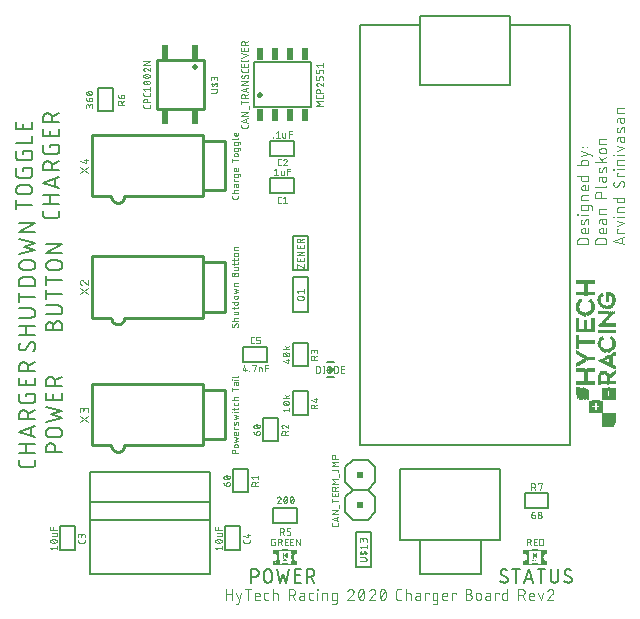
<source format=gbr>
G04 EAGLE Gerber RS-274X export*
G75*
%MOMM*%
%FSLAX34Y34*%
%LPD*%
%INSilkscreen Top*%
%IPPOS*%
%AMOC8*
5,1,8,0,0,1.08239X$1,22.5*%
G01*
%ADD10C,0.076200*%
%ADD11R,0.050800X0.914400*%
%ADD12R,0.050800X1.066800*%
%ADD13R,0.050800X0.254000*%
%ADD14R,0.050800X0.304800*%
%ADD15R,0.050800X0.457200*%
%ADD16R,0.050800X0.406400*%
%ADD17R,0.050800X1.016000*%
%ADD18R,0.050800X0.660400*%
%ADD19R,0.050800X0.050800*%
%ADD20R,0.050800X0.711200*%
%ADD21R,0.050800X0.863600*%
%ADD22R,0.050800X0.152400*%
%ADD23R,0.050800X0.812800*%
%ADD24R,0.050800X1.117600*%
%ADD25R,0.050800X0.355600*%
%ADD26R,0.050800X0.965200*%
%ADD27R,0.050800X0.203200*%
%ADD28R,0.050800X1.270000*%
%ADD29R,0.050800X1.168400*%
%ADD30R,0.050800X0.508000*%
%ADD31R,0.050800X0.558800*%
%ADD32R,0.050800X0.609600*%
%ADD33R,0.050800X0.101600*%
%ADD34R,0.050800X0.762000*%
%ADD35R,0.050800X1.371600*%
%ADD36R,0.050800X1.320800*%
%ADD37R,0.050800X1.219200*%
%ADD38C,0.127000*%
%ADD39C,0.254000*%
%ADD40C,0.050800*%
%ADD41C,0.152400*%
%ADD42C,0.508000*%
%ADD43R,0.500000X1.250000*%
%ADD44C,0.203200*%
%ADD45R,0.490200X1.100100*%
%ADD46C,0.101600*%
%ADD47R,0.500000X0.325000*%
%ADD48R,0.250000X0.150000*%
%ADD49R,0.175000X0.400000*%
%ADD50R,0.300000X0.300000*%
%ADD51R,0.075000X0.325000*%
%ADD52R,0.508000X0.508000*%

G36*
X1312458Y357046D02*
X1312458Y357046D01*
X1312500Y357060D01*
X1312618Y357089D01*
X1313051Y357269D01*
X1313088Y357293D01*
X1313194Y357351D01*
X1313566Y357637D01*
X1313596Y357670D01*
X1313683Y357754D01*
X1313969Y358126D01*
X1313989Y358166D01*
X1314051Y358269D01*
X1314231Y358702D01*
X1314240Y358746D01*
X1314274Y358862D01*
X1314335Y359327D01*
X1314333Y359372D01*
X1314335Y359493D01*
X1314274Y359958D01*
X1314260Y360000D01*
X1314231Y360118D01*
X1314051Y360551D01*
X1314027Y360588D01*
X1313969Y360694D01*
X1313683Y361066D01*
X1313650Y361096D01*
X1313566Y361183D01*
X1313194Y361469D01*
X1313154Y361489D01*
X1313051Y361551D01*
X1312618Y361731D01*
X1312574Y361740D01*
X1312458Y361774D01*
X1311993Y361835D01*
X1311948Y361833D01*
X1311827Y361835D01*
X1311362Y361774D01*
X1311320Y361760D01*
X1311202Y361731D01*
X1310769Y361551D01*
X1310732Y361527D01*
X1310626Y361469D01*
X1310254Y361183D01*
X1310224Y361150D01*
X1310137Y361066D01*
X1309851Y360694D01*
X1309831Y360654D01*
X1309769Y360551D01*
X1309589Y360118D01*
X1309580Y360074D01*
X1309546Y359958D01*
X1309485Y359493D01*
X1309487Y359448D01*
X1309485Y359327D01*
X1309546Y358862D01*
X1309560Y358819D01*
X1309589Y358702D01*
X1309769Y358269D01*
X1309793Y358232D01*
X1309851Y358126D01*
X1310137Y357754D01*
X1310170Y357724D01*
X1310254Y357637D01*
X1310626Y357351D01*
X1310666Y357331D01*
X1310769Y357269D01*
X1311202Y357089D01*
X1311246Y357080D01*
X1311362Y357046D01*
X1311827Y356985D01*
X1311872Y356987D01*
X1311993Y356985D01*
X1312458Y357046D01*
G37*
G36*
X1546745Y-32760D02*
X1546745Y-32760D01*
X1546764Y-32763D01*
X1546812Y-32743D01*
X1546863Y-32729D01*
X1546876Y-32716D01*
X1546893Y-32708D01*
X1546923Y-32665D01*
X1546959Y-32626D01*
X1546963Y-32608D01*
X1546973Y-32592D01*
X1546986Y-32512D01*
X1546986Y-28448D01*
X1546983Y-28437D01*
X1546984Y-28429D01*
X1546982Y-28424D01*
X1546984Y-28411D01*
X1546962Y-28363D01*
X1546947Y-28313D01*
X1546933Y-28300D01*
X1546925Y-28283D01*
X1546881Y-28254D01*
X1546842Y-28219D01*
X1546823Y-28216D01*
X1546807Y-28206D01*
X1546755Y-28205D01*
X1546702Y-28197D01*
X1546685Y-28204D01*
X1546666Y-28204D01*
X1546593Y-28237D01*
X1543545Y-30269D01*
X1543503Y-30319D01*
X1543459Y-30366D01*
X1543458Y-30372D01*
X1543454Y-30377D01*
X1543445Y-30441D01*
X1543433Y-30505D01*
X1543435Y-30510D01*
X1543434Y-30517D01*
X1543461Y-30575D01*
X1543485Y-30635D01*
X1543491Y-30641D01*
X1543493Y-30645D01*
X1543501Y-30650D01*
X1543545Y-30691D01*
X1546593Y-32723D01*
X1546610Y-32728D01*
X1546624Y-32741D01*
X1546677Y-32749D01*
X1546727Y-32765D01*
X1546745Y-32760D01*
G37*
G36*
X1335290Y-32760D02*
X1335290Y-32760D01*
X1335309Y-32763D01*
X1335357Y-32743D01*
X1335408Y-32729D01*
X1335421Y-32716D01*
X1335438Y-32708D01*
X1335468Y-32665D01*
X1335504Y-32626D01*
X1335508Y-32608D01*
X1335518Y-32592D01*
X1335531Y-32512D01*
X1335531Y-28448D01*
X1335528Y-28437D01*
X1335529Y-28429D01*
X1335527Y-28424D01*
X1335529Y-28411D01*
X1335507Y-28363D01*
X1335492Y-28313D01*
X1335478Y-28300D01*
X1335470Y-28283D01*
X1335426Y-28254D01*
X1335387Y-28219D01*
X1335368Y-28216D01*
X1335352Y-28206D01*
X1335300Y-28205D01*
X1335247Y-28197D01*
X1335230Y-28204D01*
X1335211Y-28204D01*
X1335138Y-28237D01*
X1332090Y-30269D01*
X1332048Y-30319D01*
X1332004Y-30366D01*
X1332003Y-30372D01*
X1331999Y-30377D01*
X1331990Y-30441D01*
X1331978Y-30505D01*
X1331980Y-30510D01*
X1331979Y-30517D01*
X1332006Y-30575D01*
X1332030Y-30635D01*
X1332036Y-30641D01*
X1332038Y-30645D01*
X1332046Y-30650D01*
X1332090Y-30691D01*
X1335138Y-32723D01*
X1335155Y-32728D01*
X1335169Y-32741D01*
X1335222Y-32749D01*
X1335272Y-32765D01*
X1335290Y-32760D01*
G37*
G36*
X1544731Y-35420D02*
X1544731Y-35420D01*
X1544766Y-35414D01*
X1546036Y-34652D01*
X1546039Y-34649D01*
X1546043Y-34648D01*
X1546049Y-34639D01*
X1546054Y-34636D01*
X1546061Y-34620D01*
X1546067Y-34610D01*
X1546094Y-34573D01*
X1546093Y-34568D01*
X1546096Y-34565D01*
X1546085Y-34521D01*
X1546077Y-34476D01*
X1546074Y-34473D01*
X1546073Y-34469D01*
X1545996Y-34420D01*
X1544726Y-34166D01*
X1544711Y-34169D01*
X1544697Y-34164D01*
X1544664Y-34179D01*
X1544629Y-34186D01*
X1544621Y-34199D01*
X1544608Y-34205D01*
X1544593Y-34244D01*
X1544576Y-34269D01*
X1544579Y-34279D01*
X1544575Y-34290D01*
X1544575Y-35306D01*
X1544589Y-35339D01*
X1544595Y-35374D01*
X1544607Y-35383D01*
X1544613Y-35397D01*
X1544647Y-35410D01*
X1544676Y-35430D01*
X1544692Y-35427D01*
X1544705Y-35432D01*
X1544731Y-35420D01*
G37*
G36*
X1542953Y-35420D02*
X1542953Y-35420D01*
X1542988Y-35414D01*
X1544258Y-34652D01*
X1544261Y-34649D01*
X1544265Y-34648D01*
X1544271Y-34639D01*
X1544276Y-34636D01*
X1544283Y-34620D01*
X1544289Y-34610D01*
X1544316Y-34573D01*
X1544315Y-34568D01*
X1544318Y-34565D01*
X1544307Y-34521D01*
X1544299Y-34476D01*
X1544296Y-34473D01*
X1544295Y-34469D01*
X1544218Y-34420D01*
X1542948Y-34166D01*
X1542933Y-34169D01*
X1542919Y-34164D01*
X1542886Y-34179D01*
X1542851Y-34186D01*
X1542843Y-34199D01*
X1542830Y-34205D01*
X1542815Y-34244D01*
X1542798Y-34269D01*
X1542801Y-34279D01*
X1542797Y-34290D01*
X1542797Y-35306D01*
X1542811Y-35339D01*
X1542817Y-35374D01*
X1542829Y-35383D01*
X1542835Y-35397D01*
X1542869Y-35410D01*
X1542898Y-35430D01*
X1542914Y-35427D01*
X1542927Y-35432D01*
X1542953Y-35420D01*
G37*
G36*
X1333276Y-35420D02*
X1333276Y-35420D01*
X1333311Y-35414D01*
X1334581Y-34652D01*
X1334584Y-34649D01*
X1334588Y-34648D01*
X1334594Y-34639D01*
X1334599Y-34636D01*
X1334606Y-34620D01*
X1334612Y-34610D01*
X1334639Y-34573D01*
X1334638Y-34568D01*
X1334641Y-34565D01*
X1334630Y-34521D01*
X1334622Y-34476D01*
X1334619Y-34473D01*
X1334618Y-34469D01*
X1334541Y-34420D01*
X1333271Y-34166D01*
X1333256Y-34169D01*
X1333242Y-34164D01*
X1333209Y-34179D01*
X1333174Y-34186D01*
X1333166Y-34199D01*
X1333153Y-34205D01*
X1333138Y-34244D01*
X1333121Y-34269D01*
X1333124Y-34279D01*
X1333120Y-34290D01*
X1333120Y-35306D01*
X1333134Y-35339D01*
X1333140Y-35374D01*
X1333152Y-35383D01*
X1333158Y-35397D01*
X1333192Y-35410D01*
X1333221Y-35430D01*
X1333237Y-35427D01*
X1333250Y-35432D01*
X1333276Y-35420D01*
G37*
G36*
X1331498Y-35420D02*
X1331498Y-35420D01*
X1331533Y-35414D01*
X1332803Y-34652D01*
X1332806Y-34649D01*
X1332810Y-34648D01*
X1332816Y-34639D01*
X1332821Y-34636D01*
X1332828Y-34620D01*
X1332834Y-34610D01*
X1332861Y-34573D01*
X1332860Y-34568D01*
X1332863Y-34565D01*
X1332852Y-34521D01*
X1332844Y-34476D01*
X1332841Y-34473D01*
X1332840Y-34469D01*
X1332763Y-34420D01*
X1331493Y-34166D01*
X1331478Y-34169D01*
X1331464Y-34164D01*
X1331431Y-34179D01*
X1331396Y-34186D01*
X1331388Y-34199D01*
X1331375Y-34205D01*
X1331360Y-34244D01*
X1331343Y-34269D01*
X1331346Y-34279D01*
X1331342Y-34290D01*
X1331342Y-35306D01*
X1331356Y-35339D01*
X1331362Y-35374D01*
X1331374Y-35383D01*
X1331380Y-35397D01*
X1331414Y-35410D01*
X1331443Y-35430D01*
X1331459Y-35427D01*
X1331472Y-35432D01*
X1331498Y-35420D01*
G37*
D10*
X1283081Y-68199D02*
X1283081Y-58801D01*
X1283081Y-62978D02*
X1288302Y-62978D01*
X1288302Y-58801D02*
X1288302Y-68199D01*
X1292137Y-71332D02*
X1293182Y-71332D01*
X1296314Y-61934D01*
X1292137Y-61934D02*
X1294226Y-68199D01*
X1301846Y-68199D02*
X1301846Y-58801D01*
X1304456Y-58801D02*
X1299235Y-58801D01*
X1309249Y-68199D02*
X1311859Y-68199D01*
X1309249Y-68199D02*
X1309172Y-68197D01*
X1309096Y-68191D01*
X1309019Y-68182D01*
X1308943Y-68169D01*
X1308868Y-68152D01*
X1308794Y-68132D01*
X1308721Y-68107D01*
X1308650Y-68080D01*
X1308579Y-68049D01*
X1308511Y-68014D01*
X1308444Y-67976D01*
X1308379Y-67935D01*
X1308316Y-67891D01*
X1308256Y-67844D01*
X1308197Y-67793D01*
X1308142Y-67740D01*
X1308089Y-67685D01*
X1308038Y-67626D01*
X1307991Y-67566D01*
X1307947Y-67503D01*
X1307906Y-67438D01*
X1307868Y-67371D01*
X1307833Y-67303D01*
X1307802Y-67232D01*
X1307775Y-67161D01*
X1307750Y-67088D01*
X1307730Y-67014D01*
X1307713Y-66939D01*
X1307700Y-66863D01*
X1307691Y-66786D01*
X1307685Y-66710D01*
X1307683Y-66633D01*
X1307682Y-66633D02*
X1307682Y-64022D01*
X1307683Y-64022D02*
X1307685Y-63932D01*
X1307691Y-63843D01*
X1307700Y-63753D01*
X1307714Y-63664D01*
X1307731Y-63576D01*
X1307752Y-63489D01*
X1307777Y-63402D01*
X1307806Y-63317D01*
X1307838Y-63233D01*
X1307873Y-63151D01*
X1307913Y-63070D01*
X1307955Y-62991D01*
X1308001Y-62914D01*
X1308051Y-62839D01*
X1308103Y-62766D01*
X1308159Y-62695D01*
X1308217Y-62627D01*
X1308279Y-62562D01*
X1308343Y-62499D01*
X1308410Y-62439D01*
X1308479Y-62382D01*
X1308551Y-62328D01*
X1308625Y-62277D01*
X1308701Y-62229D01*
X1308779Y-62185D01*
X1308859Y-62144D01*
X1308941Y-62106D01*
X1309024Y-62072D01*
X1309109Y-62042D01*
X1309195Y-62015D01*
X1309281Y-61992D01*
X1309369Y-61973D01*
X1309458Y-61958D01*
X1309547Y-61946D01*
X1309636Y-61938D01*
X1309726Y-61934D01*
X1309816Y-61934D01*
X1309906Y-61938D01*
X1309995Y-61946D01*
X1310084Y-61958D01*
X1310173Y-61973D01*
X1310261Y-61992D01*
X1310347Y-62015D01*
X1310433Y-62042D01*
X1310518Y-62072D01*
X1310601Y-62106D01*
X1310683Y-62144D01*
X1310763Y-62185D01*
X1310841Y-62229D01*
X1310917Y-62277D01*
X1310991Y-62328D01*
X1311063Y-62382D01*
X1311132Y-62439D01*
X1311199Y-62499D01*
X1311263Y-62562D01*
X1311325Y-62627D01*
X1311383Y-62695D01*
X1311439Y-62766D01*
X1311491Y-62839D01*
X1311541Y-62914D01*
X1311587Y-62991D01*
X1311629Y-63070D01*
X1311669Y-63151D01*
X1311704Y-63233D01*
X1311736Y-63317D01*
X1311765Y-63402D01*
X1311790Y-63489D01*
X1311811Y-63576D01*
X1311828Y-63664D01*
X1311842Y-63753D01*
X1311851Y-63843D01*
X1311857Y-63932D01*
X1311859Y-64022D01*
X1311859Y-65066D01*
X1307682Y-65066D01*
X1317184Y-68199D02*
X1319272Y-68199D01*
X1317184Y-68199D02*
X1317107Y-68197D01*
X1317031Y-68191D01*
X1316954Y-68182D01*
X1316878Y-68169D01*
X1316803Y-68152D01*
X1316729Y-68132D01*
X1316656Y-68107D01*
X1316585Y-68080D01*
X1316514Y-68049D01*
X1316446Y-68014D01*
X1316379Y-67976D01*
X1316314Y-67935D01*
X1316251Y-67891D01*
X1316191Y-67844D01*
X1316132Y-67793D01*
X1316077Y-67740D01*
X1316024Y-67685D01*
X1315973Y-67626D01*
X1315926Y-67566D01*
X1315882Y-67503D01*
X1315841Y-67438D01*
X1315803Y-67371D01*
X1315768Y-67303D01*
X1315737Y-67232D01*
X1315710Y-67161D01*
X1315685Y-67088D01*
X1315665Y-67014D01*
X1315648Y-66939D01*
X1315635Y-66863D01*
X1315626Y-66786D01*
X1315620Y-66710D01*
X1315618Y-66633D01*
X1315617Y-66633D02*
X1315617Y-63500D01*
X1315618Y-63500D02*
X1315620Y-63423D01*
X1315626Y-63347D01*
X1315635Y-63270D01*
X1315648Y-63194D01*
X1315665Y-63119D01*
X1315685Y-63045D01*
X1315710Y-62972D01*
X1315737Y-62901D01*
X1315768Y-62830D01*
X1315803Y-62762D01*
X1315841Y-62695D01*
X1315882Y-62630D01*
X1315926Y-62567D01*
X1315973Y-62507D01*
X1316024Y-62448D01*
X1316077Y-62393D01*
X1316132Y-62340D01*
X1316191Y-62289D01*
X1316251Y-62242D01*
X1316314Y-62198D01*
X1316379Y-62157D01*
X1316446Y-62119D01*
X1316514Y-62084D01*
X1316585Y-62053D01*
X1316656Y-62026D01*
X1316729Y-62001D01*
X1316803Y-61981D01*
X1316878Y-61964D01*
X1316954Y-61951D01*
X1317031Y-61942D01*
X1317107Y-61936D01*
X1317184Y-61934D01*
X1319272Y-61934D01*
X1322922Y-58801D02*
X1322922Y-68199D01*
X1322922Y-61934D02*
X1325533Y-61934D01*
X1325610Y-61936D01*
X1325686Y-61942D01*
X1325763Y-61951D01*
X1325839Y-61964D01*
X1325914Y-61981D01*
X1325988Y-62001D01*
X1326061Y-62026D01*
X1326132Y-62053D01*
X1326203Y-62084D01*
X1326271Y-62119D01*
X1326338Y-62157D01*
X1326403Y-62198D01*
X1326466Y-62242D01*
X1326526Y-62289D01*
X1326585Y-62340D01*
X1326640Y-62393D01*
X1326693Y-62448D01*
X1326744Y-62507D01*
X1326791Y-62567D01*
X1326835Y-62630D01*
X1326876Y-62695D01*
X1326914Y-62762D01*
X1326949Y-62830D01*
X1326980Y-62901D01*
X1327007Y-62972D01*
X1327032Y-63045D01*
X1327052Y-63119D01*
X1327069Y-63194D01*
X1327082Y-63270D01*
X1327091Y-63346D01*
X1327097Y-63423D01*
X1327099Y-63500D01*
X1327099Y-68199D01*
X1336478Y-68199D02*
X1336478Y-58801D01*
X1339088Y-58801D01*
X1339189Y-58803D01*
X1339290Y-58809D01*
X1339391Y-58819D01*
X1339491Y-58832D01*
X1339591Y-58850D01*
X1339690Y-58871D01*
X1339788Y-58897D01*
X1339885Y-58926D01*
X1339981Y-58958D01*
X1340075Y-58995D01*
X1340168Y-59035D01*
X1340260Y-59079D01*
X1340349Y-59126D01*
X1340437Y-59177D01*
X1340523Y-59231D01*
X1340606Y-59288D01*
X1340688Y-59348D01*
X1340766Y-59412D01*
X1340843Y-59478D01*
X1340916Y-59548D01*
X1340987Y-59620D01*
X1341055Y-59695D01*
X1341120Y-59773D01*
X1341182Y-59853D01*
X1341241Y-59935D01*
X1341297Y-60020D01*
X1341349Y-60107D01*
X1341398Y-60195D01*
X1341444Y-60286D01*
X1341485Y-60378D01*
X1341524Y-60472D01*
X1341558Y-60567D01*
X1341589Y-60663D01*
X1341616Y-60761D01*
X1341640Y-60859D01*
X1341659Y-60959D01*
X1341675Y-61059D01*
X1341687Y-61159D01*
X1341695Y-61260D01*
X1341699Y-61361D01*
X1341699Y-61463D01*
X1341695Y-61564D01*
X1341687Y-61665D01*
X1341675Y-61765D01*
X1341659Y-61865D01*
X1341640Y-61965D01*
X1341616Y-62063D01*
X1341589Y-62161D01*
X1341558Y-62257D01*
X1341524Y-62352D01*
X1341485Y-62446D01*
X1341444Y-62538D01*
X1341398Y-62629D01*
X1341349Y-62718D01*
X1341297Y-62804D01*
X1341241Y-62889D01*
X1341182Y-62971D01*
X1341120Y-63051D01*
X1341055Y-63129D01*
X1340987Y-63204D01*
X1340916Y-63276D01*
X1340843Y-63346D01*
X1340766Y-63412D01*
X1340688Y-63476D01*
X1340606Y-63536D01*
X1340523Y-63593D01*
X1340437Y-63647D01*
X1340349Y-63698D01*
X1340260Y-63745D01*
X1340168Y-63789D01*
X1340075Y-63829D01*
X1339981Y-63866D01*
X1339885Y-63898D01*
X1339788Y-63927D01*
X1339690Y-63953D01*
X1339591Y-63974D01*
X1339491Y-63992D01*
X1339391Y-64005D01*
X1339290Y-64015D01*
X1339189Y-64021D01*
X1339088Y-64023D01*
X1339088Y-64022D02*
X1336478Y-64022D01*
X1339610Y-64022D02*
X1341699Y-68199D01*
X1347259Y-64544D02*
X1349608Y-64544D01*
X1347259Y-64545D02*
X1347175Y-64547D01*
X1347090Y-64553D01*
X1347007Y-64563D01*
X1346923Y-64576D01*
X1346841Y-64594D01*
X1346759Y-64615D01*
X1346678Y-64640D01*
X1346599Y-64668D01*
X1346521Y-64701D01*
X1346445Y-64737D01*
X1346370Y-64776D01*
X1346297Y-64819D01*
X1346226Y-64865D01*
X1346158Y-64914D01*
X1346092Y-64966D01*
X1346028Y-65022D01*
X1345967Y-65080D01*
X1345909Y-65141D01*
X1345853Y-65205D01*
X1345801Y-65271D01*
X1345752Y-65339D01*
X1345706Y-65410D01*
X1345663Y-65483D01*
X1345624Y-65558D01*
X1345588Y-65634D01*
X1345555Y-65712D01*
X1345527Y-65791D01*
X1345502Y-65872D01*
X1345481Y-65954D01*
X1345463Y-66036D01*
X1345450Y-66120D01*
X1345440Y-66203D01*
X1345434Y-66288D01*
X1345432Y-66372D01*
X1345434Y-66456D01*
X1345440Y-66541D01*
X1345450Y-66624D01*
X1345463Y-66708D01*
X1345481Y-66790D01*
X1345502Y-66872D01*
X1345527Y-66953D01*
X1345555Y-67032D01*
X1345588Y-67110D01*
X1345624Y-67186D01*
X1345663Y-67261D01*
X1345706Y-67334D01*
X1345752Y-67405D01*
X1345801Y-67473D01*
X1345853Y-67539D01*
X1345909Y-67603D01*
X1345967Y-67664D01*
X1346028Y-67722D01*
X1346092Y-67778D01*
X1346158Y-67830D01*
X1346226Y-67879D01*
X1346297Y-67925D01*
X1346370Y-67968D01*
X1346445Y-68007D01*
X1346521Y-68043D01*
X1346599Y-68076D01*
X1346678Y-68104D01*
X1346759Y-68129D01*
X1346841Y-68150D01*
X1346923Y-68168D01*
X1347007Y-68181D01*
X1347090Y-68191D01*
X1347175Y-68197D01*
X1347259Y-68199D01*
X1349608Y-68199D01*
X1349608Y-63500D01*
X1349606Y-63423D01*
X1349600Y-63347D01*
X1349591Y-63270D01*
X1349578Y-63194D01*
X1349561Y-63119D01*
X1349541Y-63045D01*
X1349516Y-62972D01*
X1349489Y-62901D01*
X1349458Y-62830D01*
X1349423Y-62762D01*
X1349385Y-62695D01*
X1349344Y-62630D01*
X1349300Y-62567D01*
X1349253Y-62507D01*
X1349202Y-62448D01*
X1349149Y-62393D01*
X1349094Y-62340D01*
X1349035Y-62289D01*
X1348975Y-62242D01*
X1348912Y-62198D01*
X1348847Y-62157D01*
X1348780Y-62119D01*
X1348712Y-62084D01*
X1348641Y-62053D01*
X1348570Y-62026D01*
X1348497Y-62001D01*
X1348423Y-61981D01*
X1348348Y-61964D01*
X1348272Y-61951D01*
X1348195Y-61942D01*
X1348119Y-61936D01*
X1348042Y-61934D01*
X1345954Y-61934D01*
X1355283Y-68199D02*
X1357372Y-68199D01*
X1355283Y-68199D02*
X1355206Y-68197D01*
X1355130Y-68191D01*
X1355053Y-68182D01*
X1354977Y-68169D01*
X1354902Y-68152D01*
X1354828Y-68132D01*
X1354755Y-68107D01*
X1354684Y-68080D01*
X1354613Y-68049D01*
X1354545Y-68014D01*
X1354478Y-67976D01*
X1354413Y-67935D01*
X1354350Y-67891D01*
X1354290Y-67844D01*
X1354231Y-67793D01*
X1354176Y-67740D01*
X1354123Y-67685D01*
X1354072Y-67626D01*
X1354025Y-67566D01*
X1353981Y-67503D01*
X1353940Y-67438D01*
X1353902Y-67371D01*
X1353867Y-67303D01*
X1353836Y-67232D01*
X1353809Y-67161D01*
X1353784Y-67088D01*
X1353764Y-67014D01*
X1353747Y-66939D01*
X1353734Y-66863D01*
X1353725Y-66786D01*
X1353719Y-66710D01*
X1353717Y-66633D01*
X1353717Y-63500D01*
X1353719Y-63423D01*
X1353725Y-63347D01*
X1353734Y-63270D01*
X1353747Y-63194D01*
X1353764Y-63119D01*
X1353784Y-63045D01*
X1353809Y-62972D01*
X1353836Y-62901D01*
X1353867Y-62830D01*
X1353902Y-62762D01*
X1353940Y-62695D01*
X1353981Y-62630D01*
X1354025Y-62567D01*
X1354072Y-62507D01*
X1354123Y-62448D01*
X1354176Y-62393D01*
X1354231Y-62340D01*
X1354290Y-62289D01*
X1354350Y-62242D01*
X1354413Y-62198D01*
X1354478Y-62157D01*
X1354545Y-62119D01*
X1354613Y-62084D01*
X1354684Y-62053D01*
X1354755Y-62026D01*
X1354828Y-62001D01*
X1354902Y-61981D01*
X1354977Y-61964D01*
X1355053Y-61951D01*
X1355130Y-61942D01*
X1355206Y-61936D01*
X1355283Y-61934D01*
X1357372Y-61934D01*
X1360672Y-61934D02*
X1360672Y-68199D01*
X1360411Y-59323D02*
X1360411Y-58801D01*
X1360933Y-58801D01*
X1360933Y-59323D01*
X1360411Y-59323D01*
X1364680Y-61934D02*
X1364680Y-68199D01*
X1364680Y-61934D02*
X1367290Y-61934D01*
X1367367Y-61936D01*
X1367443Y-61942D01*
X1367520Y-61951D01*
X1367596Y-61964D01*
X1367671Y-61981D01*
X1367745Y-62001D01*
X1367818Y-62026D01*
X1367889Y-62053D01*
X1367960Y-62084D01*
X1368028Y-62119D01*
X1368095Y-62157D01*
X1368160Y-62198D01*
X1368223Y-62242D01*
X1368283Y-62289D01*
X1368342Y-62340D01*
X1368397Y-62393D01*
X1368450Y-62448D01*
X1368501Y-62507D01*
X1368548Y-62567D01*
X1368592Y-62630D01*
X1368633Y-62695D01*
X1368671Y-62762D01*
X1368706Y-62830D01*
X1368737Y-62901D01*
X1368764Y-62972D01*
X1368789Y-63045D01*
X1368809Y-63119D01*
X1368826Y-63194D01*
X1368839Y-63270D01*
X1368848Y-63346D01*
X1368854Y-63423D01*
X1368856Y-63500D01*
X1368856Y-68199D01*
X1374430Y-68199D02*
X1377040Y-68199D01*
X1374430Y-68199D02*
X1374353Y-68197D01*
X1374277Y-68191D01*
X1374200Y-68182D01*
X1374124Y-68169D01*
X1374049Y-68152D01*
X1373975Y-68132D01*
X1373902Y-68107D01*
X1373831Y-68080D01*
X1373760Y-68049D01*
X1373692Y-68014D01*
X1373625Y-67976D01*
X1373560Y-67935D01*
X1373497Y-67891D01*
X1373437Y-67844D01*
X1373378Y-67793D01*
X1373323Y-67740D01*
X1373270Y-67685D01*
X1373219Y-67626D01*
X1373172Y-67566D01*
X1373128Y-67503D01*
X1373087Y-67438D01*
X1373049Y-67371D01*
X1373014Y-67303D01*
X1372983Y-67232D01*
X1372956Y-67161D01*
X1372931Y-67088D01*
X1372911Y-67014D01*
X1372894Y-66939D01*
X1372881Y-66863D01*
X1372872Y-66786D01*
X1372866Y-66710D01*
X1372864Y-66633D01*
X1372863Y-66633D02*
X1372863Y-63500D01*
X1372864Y-63500D02*
X1372866Y-63423D01*
X1372872Y-63347D01*
X1372881Y-63270D01*
X1372894Y-63194D01*
X1372911Y-63119D01*
X1372931Y-63045D01*
X1372956Y-62972D01*
X1372983Y-62901D01*
X1373014Y-62830D01*
X1373049Y-62762D01*
X1373087Y-62695D01*
X1373128Y-62630D01*
X1373172Y-62567D01*
X1373219Y-62507D01*
X1373270Y-62448D01*
X1373323Y-62393D01*
X1373378Y-62340D01*
X1373437Y-62289D01*
X1373497Y-62242D01*
X1373560Y-62198D01*
X1373625Y-62157D01*
X1373692Y-62119D01*
X1373760Y-62084D01*
X1373831Y-62053D01*
X1373902Y-62026D01*
X1373975Y-62001D01*
X1374049Y-61981D01*
X1374124Y-61964D01*
X1374200Y-61951D01*
X1374277Y-61942D01*
X1374353Y-61936D01*
X1374430Y-61934D01*
X1377040Y-61934D01*
X1377040Y-69765D01*
X1377038Y-69842D01*
X1377032Y-69918D01*
X1377023Y-69995D01*
X1377010Y-70071D01*
X1376993Y-70146D01*
X1376973Y-70220D01*
X1376948Y-70293D01*
X1376921Y-70364D01*
X1376890Y-70435D01*
X1376855Y-70503D01*
X1376817Y-70570D01*
X1376776Y-70635D01*
X1376732Y-70698D01*
X1376685Y-70758D01*
X1376634Y-70817D01*
X1376581Y-70872D01*
X1376526Y-70925D01*
X1376467Y-70976D01*
X1376407Y-71023D01*
X1376344Y-71067D01*
X1376279Y-71108D01*
X1376212Y-71146D01*
X1376144Y-71181D01*
X1376073Y-71212D01*
X1376002Y-71239D01*
X1375929Y-71264D01*
X1375855Y-71284D01*
X1375780Y-71301D01*
X1375704Y-71314D01*
X1375627Y-71323D01*
X1375551Y-71329D01*
X1375474Y-71331D01*
X1375474Y-71332D02*
X1373386Y-71332D01*
X1388974Y-58801D02*
X1389069Y-58803D01*
X1389163Y-58809D01*
X1389257Y-58818D01*
X1389351Y-58831D01*
X1389444Y-58848D01*
X1389536Y-58869D01*
X1389628Y-58894D01*
X1389718Y-58922D01*
X1389807Y-58954D01*
X1389895Y-58989D01*
X1389981Y-59028D01*
X1390066Y-59070D01*
X1390149Y-59116D01*
X1390230Y-59165D01*
X1390309Y-59217D01*
X1390386Y-59272D01*
X1390460Y-59331D01*
X1390532Y-59392D01*
X1390602Y-59456D01*
X1390669Y-59523D01*
X1390733Y-59593D01*
X1390794Y-59665D01*
X1390853Y-59739D01*
X1390908Y-59816D01*
X1390960Y-59895D01*
X1391009Y-59976D01*
X1391055Y-60059D01*
X1391097Y-60144D01*
X1391136Y-60230D01*
X1391171Y-60318D01*
X1391203Y-60407D01*
X1391231Y-60497D01*
X1391256Y-60589D01*
X1391277Y-60681D01*
X1391294Y-60774D01*
X1391307Y-60868D01*
X1391316Y-60962D01*
X1391322Y-61056D01*
X1391324Y-61151D01*
X1388974Y-58801D02*
X1388866Y-58803D01*
X1388757Y-58809D01*
X1388649Y-58819D01*
X1388542Y-58832D01*
X1388435Y-58850D01*
X1388328Y-58871D01*
X1388223Y-58896D01*
X1388118Y-58925D01*
X1388015Y-58957D01*
X1387913Y-58994D01*
X1387812Y-59034D01*
X1387713Y-59077D01*
X1387615Y-59124D01*
X1387519Y-59175D01*
X1387425Y-59229D01*
X1387333Y-59286D01*
X1387243Y-59347D01*
X1387155Y-59411D01*
X1387070Y-59477D01*
X1386987Y-59547D01*
X1386907Y-59620D01*
X1386829Y-59696D01*
X1386754Y-59774D01*
X1386682Y-59855D01*
X1386613Y-59939D01*
X1386547Y-60025D01*
X1386484Y-60113D01*
X1386425Y-60204D01*
X1386368Y-60296D01*
X1386315Y-60391D01*
X1386266Y-60488D01*
X1386220Y-60586D01*
X1386177Y-60685D01*
X1386138Y-60787D01*
X1386103Y-60889D01*
X1390541Y-62979D02*
X1390610Y-62910D01*
X1390676Y-62839D01*
X1390740Y-62766D01*
X1390801Y-62690D01*
X1390859Y-62611D01*
X1390913Y-62531D01*
X1390965Y-62448D01*
X1391013Y-62364D01*
X1391059Y-62278D01*
X1391100Y-62190D01*
X1391139Y-62100D01*
X1391174Y-62009D01*
X1391205Y-61917D01*
X1391233Y-61824D01*
X1391257Y-61730D01*
X1391277Y-61635D01*
X1391294Y-61539D01*
X1391307Y-61442D01*
X1391316Y-61345D01*
X1391322Y-61248D01*
X1391324Y-61151D01*
X1390541Y-62978D02*
X1386103Y-68199D01*
X1391324Y-68199D01*
X1395247Y-63500D02*
X1395249Y-63315D01*
X1395256Y-63130D01*
X1395267Y-62946D01*
X1395282Y-62762D01*
X1395302Y-62578D01*
X1395326Y-62394D01*
X1395355Y-62212D01*
X1395388Y-62030D01*
X1395425Y-61849D01*
X1395467Y-61669D01*
X1395513Y-61489D01*
X1395563Y-61311D01*
X1395617Y-61135D01*
X1395676Y-60959D01*
X1395738Y-60785D01*
X1395805Y-60613D01*
X1395876Y-60442D01*
X1395951Y-60273D01*
X1396030Y-60106D01*
X1396029Y-60106D02*
X1396059Y-60026D01*
X1396092Y-59947D01*
X1396129Y-59870D01*
X1396169Y-59794D01*
X1396212Y-59720D01*
X1396258Y-59648D01*
X1396308Y-59579D01*
X1396360Y-59511D01*
X1396416Y-59446D01*
X1396474Y-59383D01*
X1396536Y-59324D01*
X1396599Y-59266D01*
X1396666Y-59212D01*
X1396734Y-59161D01*
X1396805Y-59113D01*
X1396878Y-59068D01*
X1396952Y-59026D01*
X1397029Y-58988D01*
X1397107Y-58953D01*
X1397186Y-58921D01*
X1397267Y-58893D01*
X1397349Y-58869D01*
X1397433Y-58848D01*
X1397516Y-58831D01*
X1397601Y-58818D01*
X1397686Y-58809D01*
X1397771Y-58803D01*
X1397857Y-58801D01*
X1397943Y-58803D01*
X1398028Y-58809D01*
X1398113Y-58818D01*
X1398198Y-58831D01*
X1398281Y-58848D01*
X1398365Y-58869D01*
X1398447Y-58893D01*
X1398528Y-58921D01*
X1398607Y-58953D01*
X1398685Y-58988D01*
X1398762Y-59026D01*
X1398836Y-59068D01*
X1398909Y-59113D01*
X1398980Y-59161D01*
X1399048Y-59212D01*
X1399115Y-59266D01*
X1399178Y-59324D01*
X1399240Y-59383D01*
X1399298Y-59446D01*
X1399354Y-59511D01*
X1399406Y-59579D01*
X1399456Y-59648D01*
X1399502Y-59720D01*
X1399545Y-59794D01*
X1399585Y-59870D01*
X1399622Y-59947D01*
X1399655Y-60026D01*
X1399685Y-60106D01*
X1399764Y-60273D01*
X1399839Y-60442D01*
X1399910Y-60613D01*
X1399977Y-60785D01*
X1400039Y-60959D01*
X1400098Y-61135D01*
X1400152Y-61311D01*
X1400202Y-61489D01*
X1400248Y-61669D01*
X1400290Y-61849D01*
X1400327Y-62030D01*
X1400360Y-62212D01*
X1400389Y-62394D01*
X1400413Y-62578D01*
X1400433Y-62762D01*
X1400448Y-62946D01*
X1400459Y-63130D01*
X1400466Y-63315D01*
X1400468Y-63500D01*
X1395247Y-63500D02*
X1395249Y-63685D01*
X1395256Y-63870D01*
X1395267Y-64054D01*
X1395282Y-64238D01*
X1395302Y-64422D01*
X1395326Y-64606D01*
X1395355Y-64788D01*
X1395388Y-64970D01*
X1395425Y-65151D01*
X1395467Y-65331D01*
X1395513Y-65511D01*
X1395563Y-65689D01*
X1395617Y-65865D01*
X1395676Y-66041D01*
X1395738Y-66215D01*
X1395805Y-66387D01*
X1395876Y-66558D01*
X1395951Y-66727D01*
X1396030Y-66894D01*
X1396029Y-66894D02*
X1396059Y-66974D01*
X1396092Y-67053D01*
X1396129Y-67130D01*
X1396169Y-67206D01*
X1396212Y-67280D01*
X1396258Y-67352D01*
X1396308Y-67421D01*
X1396361Y-67489D01*
X1396416Y-67554D01*
X1396475Y-67617D01*
X1396536Y-67676D01*
X1396599Y-67734D01*
X1396666Y-67788D01*
X1396734Y-67839D01*
X1396805Y-67887D01*
X1396878Y-67932D01*
X1396952Y-67974D01*
X1397029Y-68012D01*
X1397107Y-68047D01*
X1397186Y-68079D01*
X1397267Y-68107D01*
X1397349Y-68131D01*
X1397433Y-68152D01*
X1397516Y-68169D01*
X1397601Y-68182D01*
X1397686Y-68191D01*
X1397771Y-68197D01*
X1397857Y-68199D01*
X1399685Y-66894D02*
X1399764Y-66727D01*
X1399839Y-66558D01*
X1399910Y-66387D01*
X1399977Y-66215D01*
X1400039Y-66041D01*
X1400098Y-65865D01*
X1400152Y-65689D01*
X1400202Y-65511D01*
X1400248Y-65331D01*
X1400290Y-65151D01*
X1400327Y-64970D01*
X1400360Y-64788D01*
X1400389Y-64606D01*
X1400413Y-64422D01*
X1400433Y-64238D01*
X1400448Y-64054D01*
X1400459Y-63870D01*
X1400466Y-63685D01*
X1400468Y-63500D01*
X1399685Y-66894D02*
X1399655Y-66974D01*
X1399622Y-67053D01*
X1399585Y-67130D01*
X1399545Y-67206D01*
X1399502Y-67280D01*
X1399456Y-67352D01*
X1399406Y-67421D01*
X1399354Y-67489D01*
X1399298Y-67554D01*
X1399240Y-67617D01*
X1399178Y-67676D01*
X1399115Y-67734D01*
X1399048Y-67788D01*
X1398980Y-67839D01*
X1398909Y-67887D01*
X1398836Y-67932D01*
X1398762Y-67974D01*
X1398685Y-68012D01*
X1398607Y-68047D01*
X1398528Y-68079D01*
X1398447Y-68107D01*
X1398365Y-68131D01*
X1398281Y-68152D01*
X1398198Y-68169D01*
X1398113Y-68182D01*
X1398028Y-68191D01*
X1397943Y-68197D01*
X1397857Y-68199D01*
X1395769Y-66111D02*
X1399946Y-60889D01*
X1407262Y-58801D02*
X1407357Y-58803D01*
X1407451Y-58809D01*
X1407545Y-58818D01*
X1407639Y-58831D01*
X1407732Y-58848D01*
X1407824Y-58869D01*
X1407916Y-58894D01*
X1408006Y-58922D01*
X1408095Y-58954D01*
X1408183Y-58989D01*
X1408269Y-59028D01*
X1408354Y-59070D01*
X1408437Y-59116D01*
X1408518Y-59165D01*
X1408597Y-59217D01*
X1408674Y-59272D01*
X1408748Y-59331D01*
X1408820Y-59392D01*
X1408890Y-59456D01*
X1408957Y-59523D01*
X1409021Y-59593D01*
X1409082Y-59665D01*
X1409141Y-59739D01*
X1409196Y-59816D01*
X1409248Y-59895D01*
X1409297Y-59976D01*
X1409343Y-60059D01*
X1409385Y-60144D01*
X1409424Y-60230D01*
X1409459Y-60318D01*
X1409491Y-60407D01*
X1409519Y-60497D01*
X1409544Y-60589D01*
X1409565Y-60681D01*
X1409582Y-60774D01*
X1409595Y-60868D01*
X1409604Y-60962D01*
X1409610Y-61056D01*
X1409612Y-61151D01*
X1407262Y-58801D02*
X1407154Y-58803D01*
X1407045Y-58809D01*
X1406937Y-58819D01*
X1406830Y-58832D01*
X1406723Y-58850D01*
X1406616Y-58871D01*
X1406511Y-58896D01*
X1406406Y-58925D01*
X1406303Y-58957D01*
X1406201Y-58994D01*
X1406100Y-59034D01*
X1406001Y-59077D01*
X1405903Y-59124D01*
X1405807Y-59175D01*
X1405713Y-59229D01*
X1405621Y-59286D01*
X1405531Y-59347D01*
X1405443Y-59411D01*
X1405358Y-59477D01*
X1405275Y-59547D01*
X1405195Y-59620D01*
X1405117Y-59696D01*
X1405042Y-59774D01*
X1404970Y-59855D01*
X1404901Y-59939D01*
X1404835Y-60025D01*
X1404772Y-60113D01*
X1404713Y-60204D01*
X1404656Y-60296D01*
X1404603Y-60391D01*
X1404554Y-60488D01*
X1404508Y-60586D01*
X1404465Y-60685D01*
X1404426Y-60787D01*
X1404391Y-60889D01*
X1408829Y-62979D02*
X1408898Y-62910D01*
X1408964Y-62839D01*
X1409028Y-62766D01*
X1409089Y-62690D01*
X1409147Y-62611D01*
X1409201Y-62531D01*
X1409253Y-62448D01*
X1409301Y-62364D01*
X1409347Y-62278D01*
X1409388Y-62190D01*
X1409427Y-62100D01*
X1409462Y-62009D01*
X1409493Y-61917D01*
X1409521Y-61824D01*
X1409545Y-61730D01*
X1409565Y-61635D01*
X1409582Y-61539D01*
X1409595Y-61442D01*
X1409604Y-61345D01*
X1409610Y-61248D01*
X1409612Y-61151D01*
X1408829Y-62978D02*
X1404391Y-68199D01*
X1409612Y-68199D01*
X1413535Y-63500D02*
X1413537Y-63315D01*
X1413544Y-63130D01*
X1413555Y-62946D01*
X1413570Y-62762D01*
X1413590Y-62578D01*
X1413614Y-62394D01*
X1413643Y-62212D01*
X1413676Y-62030D01*
X1413713Y-61849D01*
X1413755Y-61669D01*
X1413801Y-61489D01*
X1413851Y-61311D01*
X1413905Y-61135D01*
X1413964Y-60959D01*
X1414026Y-60785D01*
X1414093Y-60613D01*
X1414164Y-60442D01*
X1414239Y-60273D01*
X1414318Y-60106D01*
X1414317Y-60106D02*
X1414347Y-60026D01*
X1414380Y-59947D01*
X1414417Y-59870D01*
X1414457Y-59794D01*
X1414500Y-59720D01*
X1414546Y-59648D01*
X1414596Y-59579D01*
X1414648Y-59511D01*
X1414704Y-59446D01*
X1414762Y-59383D01*
X1414824Y-59324D01*
X1414887Y-59266D01*
X1414954Y-59212D01*
X1415022Y-59161D01*
X1415093Y-59113D01*
X1415166Y-59068D01*
X1415240Y-59026D01*
X1415317Y-58988D01*
X1415395Y-58953D01*
X1415474Y-58921D01*
X1415555Y-58893D01*
X1415637Y-58869D01*
X1415721Y-58848D01*
X1415804Y-58831D01*
X1415889Y-58818D01*
X1415974Y-58809D01*
X1416059Y-58803D01*
X1416145Y-58801D01*
X1416231Y-58803D01*
X1416316Y-58809D01*
X1416401Y-58818D01*
X1416486Y-58831D01*
X1416569Y-58848D01*
X1416653Y-58869D01*
X1416735Y-58893D01*
X1416816Y-58921D01*
X1416895Y-58953D01*
X1416973Y-58988D01*
X1417050Y-59026D01*
X1417124Y-59068D01*
X1417197Y-59113D01*
X1417268Y-59161D01*
X1417336Y-59212D01*
X1417403Y-59266D01*
X1417466Y-59324D01*
X1417528Y-59383D01*
X1417586Y-59446D01*
X1417642Y-59511D01*
X1417694Y-59579D01*
X1417744Y-59648D01*
X1417790Y-59720D01*
X1417833Y-59794D01*
X1417873Y-59870D01*
X1417910Y-59947D01*
X1417943Y-60026D01*
X1417973Y-60106D01*
X1418052Y-60273D01*
X1418127Y-60442D01*
X1418198Y-60613D01*
X1418265Y-60785D01*
X1418327Y-60959D01*
X1418386Y-61135D01*
X1418440Y-61311D01*
X1418490Y-61489D01*
X1418536Y-61669D01*
X1418578Y-61849D01*
X1418615Y-62030D01*
X1418648Y-62212D01*
X1418677Y-62394D01*
X1418701Y-62578D01*
X1418721Y-62762D01*
X1418736Y-62946D01*
X1418747Y-63130D01*
X1418754Y-63315D01*
X1418756Y-63500D01*
X1413535Y-63500D02*
X1413537Y-63685D01*
X1413544Y-63870D01*
X1413555Y-64054D01*
X1413570Y-64238D01*
X1413590Y-64422D01*
X1413614Y-64606D01*
X1413643Y-64788D01*
X1413676Y-64970D01*
X1413713Y-65151D01*
X1413755Y-65331D01*
X1413801Y-65511D01*
X1413851Y-65689D01*
X1413905Y-65865D01*
X1413964Y-66041D01*
X1414026Y-66215D01*
X1414093Y-66387D01*
X1414164Y-66558D01*
X1414239Y-66727D01*
X1414318Y-66894D01*
X1414317Y-66894D02*
X1414347Y-66974D01*
X1414380Y-67053D01*
X1414417Y-67130D01*
X1414457Y-67206D01*
X1414500Y-67280D01*
X1414546Y-67352D01*
X1414596Y-67421D01*
X1414649Y-67489D01*
X1414704Y-67554D01*
X1414763Y-67617D01*
X1414824Y-67676D01*
X1414887Y-67734D01*
X1414954Y-67788D01*
X1415022Y-67839D01*
X1415093Y-67887D01*
X1415166Y-67932D01*
X1415240Y-67974D01*
X1415317Y-68012D01*
X1415395Y-68047D01*
X1415474Y-68079D01*
X1415555Y-68107D01*
X1415637Y-68131D01*
X1415721Y-68152D01*
X1415804Y-68169D01*
X1415889Y-68182D01*
X1415974Y-68191D01*
X1416059Y-68197D01*
X1416145Y-68199D01*
X1417973Y-66894D02*
X1418052Y-66727D01*
X1418127Y-66558D01*
X1418198Y-66387D01*
X1418265Y-66215D01*
X1418327Y-66041D01*
X1418386Y-65865D01*
X1418440Y-65689D01*
X1418490Y-65511D01*
X1418536Y-65331D01*
X1418578Y-65151D01*
X1418615Y-64970D01*
X1418648Y-64788D01*
X1418677Y-64606D01*
X1418701Y-64422D01*
X1418721Y-64238D01*
X1418736Y-64054D01*
X1418747Y-63870D01*
X1418754Y-63685D01*
X1418756Y-63500D01*
X1417973Y-66894D02*
X1417943Y-66974D01*
X1417910Y-67053D01*
X1417873Y-67130D01*
X1417833Y-67206D01*
X1417790Y-67280D01*
X1417744Y-67352D01*
X1417694Y-67421D01*
X1417642Y-67489D01*
X1417586Y-67554D01*
X1417528Y-67617D01*
X1417466Y-67676D01*
X1417403Y-67734D01*
X1417336Y-67788D01*
X1417268Y-67839D01*
X1417197Y-67887D01*
X1417124Y-67932D01*
X1417050Y-67974D01*
X1416973Y-68012D01*
X1416895Y-68047D01*
X1416816Y-68079D01*
X1416735Y-68107D01*
X1416653Y-68131D01*
X1416569Y-68152D01*
X1416486Y-68169D01*
X1416401Y-68182D01*
X1416316Y-68191D01*
X1416231Y-68197D01*
X1416145Y-68199D01*
X1414057Y-66111D02*
X1418234Y-60889D01*
X1429618Y-68199D02*
X1431707Y-68199D01*
X1429618Y-68199D02*
X1429529Y-68197D01*
X1429441Y-68191D01*
X1429353Y-68182D01*
X1429265Y-68169D01*
X1429178Y-68152D01*
X1429092Y-68132D01*
X1429007Y-68107D01*
X1428922Y-68080D01*
X1428839Y-68048D01*
X1428758Y-68014D01*
X1428678Y-67975D01*
X1428600Y-67934D01*
X1428523Y-67889D01*
X1428449Y-67841D01*
X1428376Y-67790D01*
X1428306Y-67736D01*
X1428239Y-67678D01*
X1428173Y-67618D01*
X1428111Y-67556D01*
X1428051Y-67490D01*
X1427993Y-67423D01*
X1427939Y-67353D01*
X1427888Y-67280D01*
X1427840Y-67206D01*
X1427795Y-67129D01*
X1427754Y-67051D01*
X1427715Y-66971D01*
X1427681Y-66890D01*
X1427649Y-66807D01*
X1427622Y-66722D01*
X1427597Y-66637D01*
X1427577Y-66551D01*
X1427560Y-66464D01*
X1427547Y-66376D01*
X1427538Y-66288D01*
X1427532Y-66200D01*
X1427530Y-66111D01*
X1427530Y-60889D01*
X1427529Y-60889D02*
X1427531Y-60798D01*
X1427537Y-60707D01*
X1427547Y-60616D01*
X1427561Y-60526D01*
X1427579Y-60437D01*
X1427600Y-60348D01*
X1427626Y-60261D01*
X1427655Y-60175D01*
X1427688Y-60090D01*
X1427725Y-60006D01*
X1427765Y-59924D01*
X1427809Y-59845D01*
X1427856Y-59767D01*
X1427907Y-59691D01*
X1427961Y-59617D01*
X1428018Y-59546D01*
X1428078Y-59478D01*
X1428141Y-59412D01*
X1428207Y-59349D01*
X1428275Y-59289D01*
X1428346Y-59232D01*
X1428420Y-59178D01*
X1428496Y-59127D01*
X1428573Y-59080D01*
X1428653Y-59036D01*
X1428735Y-58996D01*
X1428819Y-58959D01*
X1428903Y-58926D01*
X1428990Y-58897D01*
X1429077Y-58871D01*
X1429166Y-58850D01*
X1429255Y-58832D01*
X1429345Y-58818D01*
X1429436Y-58808D01*
X1429527Y-58802D01*
X1429618Y-58800D01*
X1429618Y-58801D02*
X1431707Y-58801D01*
X1435393Y-58801D02*
X1435393Y-68199D01*
X1435393Y-61934D02*
X1438003Y-61934D01*
X1438080Y-61936D01*
X1438156Y-61942D01*
X1438233Y-61951D01*
X1438309Y-61964D01*
X1438384Y-61981D01*
X1438458Y-62001D01*
X1438531Y-62026D01*
X1438602Y-62053D01*
X1438673Y-62084D01*
X1438741Y-62119D01*
X1438808Y-62157D01*
X1438873Y-62198D01*
X1438936Y-62242D01*
X1438996Y-62289D01*
X1439055Y-62340D01*
X1439110Y-62393D01*
X1439163Y-62448D01*
X1439214Y-62507D01*
X1439261Y-62567D01*
X1439305Y-62630D01*
X1439346Y-62695D01*
X1439384Y-62762D01*
X1439419Y-62830D01*
X1439450Y-62901D01*
X1439477Y-62972D01*
X1439502Y-63045D01*
X1439522Y-63119D01*
X1439539Y-63194D01*
X1439552Y-63270D01*
X1439561Y-63346D01*
X1439567Y-63423D01*
X1439569Y-63500D01*
X1439570Y-63500D02*
X1439570Y-68199D01*
X1445404Y-64544D02*
X1447754Y-64544D01*
X1445404Y-64545D02*
X1445320Y-64547D01*
X1445235Y-64553D01*
X1445152Y-64563D01*
X1445068Y-64576D01*
X1444986Y-64594D01*
X1444904Y-64615D01*
X1444823Y-64640D01*
X1444744Y-64668D01*
X1444666Y-64701D01*
X1444590Y-64737D01*
X1444515Y-64776D01*
X1444442Y-64819D01*
X1444371Y-64865D01*
X1444303Y-64914D01*
X1444237Y-64966D01*
X1444173Y-65022D01*
X1444112Y-65080D01*
X1444054Y-65141D01*
X1443998Y-65205D01*
X1443946Y-65271D01*
X1443897Y-65339D01*
X1443851Y-65410D01*
X1443808Y-65483D01*
X1443769Y-65558D01*
X1443733Y-65634D01*
X1443700Y-65712D01*
X1443672Y-65791D01*
X1443647Y-65872D01*
X1443626Y-65954D01*
X1443608Y-66036D01*
X1443595Y-66120D01*
X1443585Y-66203D01*
X1443579Y-66288D01*
X1443577Y-66372D01*
X1443579Y-66456D01*
X1443585Y-66541D01*
X1443595Y-66624D01*
X1443608Y-66708D01*
X1443626Y-66790D01*
X1443647Y-66872D01*
X1443672Y-66953D01*
X1443700Y-67032D01*
X1443733Y-67110D01*
X1443769Y-67186D01*
X1443808Y-67261D01*
X1443851Y-67334D01*
X1443897Y-67405D01*
X1443946Y-67473D01*
X1443998Y-67539D01*
X1444054Y-67603D01*
X1444112Y-67664D01*
X1444173Y-67722D01*
X1444237Y-67778D01*
X1444303Y-67830D01*
X1444371Y-67879D01*
X1444442Y-67925D01*
X1444515Y-67968D01*
X1444590Y-68007D01*
X1444666Y-68043D01*
X1444744Y-68076D01*
X1444823Y-68104D01*
X1444904Y-68129D01*
X1444986Y-68150D01*
X1445068Y-68168D01*
X1445152Y-68181D01*
X1445235Y-68191D01*
X1445320Y-68197D01*
X1445404Y-68199D01*
X1447754Y-68199D01*
X1447754Y-63500D01*
X1447753Y-63500D02*
X1447751Y-63423D01*
X1447745Y-63347D01*
X1447736Y-63270D01*
X1447723Y-63194D01*
X1447706Y-63119D01*
X1447686Y-63045D01*
X1447661Y-62972D01*
X1447634Y-62901D01*
X1447603Y-62830D01*
X1447568Y-62762D01*
X1447530Y-62695D01*
X1447489Y-62630D01*
X1447445Y-62567D01*
X1447398Y-62507D01*
X1447347Y-62448D01*
X1447294Y-62393D01*
X1447239Y-62340D01*
X1447180Y-62289D01*
X1447120Y-62242D01*
X1447057Y-62198D01*
X1446992Y-62157D01*
X1446925Y-62119D01*
X1446857Y-62084D01*
X1446786Y-62053D01*
X1446715Y-62026D01*
X1446642Y-62001D01*
X1446568Y-61981D01*
X1446493Y-61964D01*
X1446417Y-61951D01*
X1446340Y-61942D01*
X1446264Y-61936D01*
X1446187Y-61934D01*
X1444099Y-61934D01*
X1452208Y-61934D02*
X1452208Y-68199D01*
X1452208Y-61934D02*
X1455341Y-61934D01*
X1455341Y-62978D01*
X1459773Y-68199D02*
X1462384Y-68199D01*
X1459773Y-68199D02*
X1459696Y-68197D01*
X1459620Y-68191D01*
X1459543Y-68182D01*
X1459467Y-68169D01*
X1459392Y-68152D01*
X1459318Y-68132D01*
X1459245Y-68107D01*
X1459174Y-68080D01*
X1459103Y-68049D01*
X1459035Y-68014D01*
X1458968Y-67976D01*
X1458903Y-67935D01*
X1458840Y-67891D01*
X1458780Y-67844D01*
X1458721Y-67793D01*
X1458666Y-67740D01*
X1458613Y-67685D01*
X1458562Y-67626D01*
X1458515Y-67566D01*
X1458471Y-67503D01*
X1458430Y-67438D01*
X1458392Y-67371D01*
X1458357Y-67303D01*
X1458326Y-67232D01*
X1458299Y-67161D01*
X1458274Y-67088D01*
X1458254Y-67014D01*
X1458237Y-66939D01*
X1458224Y-66863D01*
X1458215Y-66786D01*
X1458209Y-66710D01*
X1458207Y-66633D01*
X1458207Y-63500D01*
X1458209Y-63423D01*
X1458215Y-63347D01*
X1458224Y-63270D01*
X1458237Y-63194D01*
X1458254Y-63119D01*
X1458274Y-63045D01*
X1458299Y-62972D01*
X1458326Y-62901D01*
X1458357Y-62830D01*
X1458392Y-62762D01*
X1458430Y-62695D01*
X1458471Y-62630D01*
X1458515Y-62567D01*
X1458562Y-62507D01*
X1458613Y-62448D01*
X1458666Y-62393D01*
X1458721Y-62340D01*
X1458780Y-62289D01*
X1458840Y-62242D01*
X1458903Y-62198D01*
X1458968Y-62157D01*
X1459035Y-62119D01*
X1459103Y-62084D01*
X1459174Y-62053D01*
X1459245Y-62026D01*
X1459318Y-62001D01*
X1459392Y-61981D01*
X1459467Y-61964D01*
X1459543Y-61951D01*
X1459620Y-61942D01*
X1459696Y-61936D01*
X1459773Y-61934D01*
X1462384Y-61934D01*
X1462384Y-69765D01*
X1462383Y-69765D02*
X1462381Y-69842D01*
X1462375Y-69918D01*
X1462366Y-69995D01*
X1462353Y-70071D01*
X1462336Y-70146D01*
X1462316Y-70220D01*
X1462291Y-70293D01*
X1462264Y-70364D01*
X1462233Y-70435D01*
X1462198Y-70503D01*
X1462160Y-70570D01*
X1462119Y-70635D01*
X1462075Y-70698D01*
X1462028Y-70758D01*
X1461977Y-70817D01*
X1461924Y-70872D01*
X1461869Y-70925D01*
X1461810Y-70976D01*
X1461750Y-71023D01*
X1461687Y-71067D01*
X1461622Y-71108D01*
X1461555Y-71146D01*
X1461487Y-71181D01*
X1461416Y-71212D01*
X1461345Y-71239D01*
X1461272Y-71264D01*
X1461198Y-71284D01*
X1461123Y-71301D01*
X1461047Y-71314D01*
X1460970Y-71323D01*
X1460894Y-71329D01*
X1460817Y-71331D01*
X1460817Y-71332D02*
X1458729Y-71332D01*
X1468048Y-68199D02*
X1470659Y-68199D01*
X1468048Y-68199D02*
X1467971Y-68197D01*
X1467895Y-68191D01*
X1467818Y-68182D01*
X1467742Y-68169D01*
X1467667Y-68152D01*
X1467593Y-68132D01*
X1467520Y-68107D01*
X1467449Y-68080D01*
X1467378Y-68049D01*
X1467310Y-68014D01*
X1467243Y-67976D01*
X1467178Y-67935D01*
X1467115Y-67891D01*
X1467055Y-67844D01*
X1466996Y-67793D01*
X1466941Y-67740D01*
X1466888Y-67685D01*
X1466837Y-67626D01*
X1466790Y-67566D01*
X1466746Y-67503D01*
X1466705Y-67438D01*
X1466667Y-67371D01*
X1466632Y-67303D01*
X1466601Y-67232D01*
X1466574Y-67161D01*
X1466549Y-67088D01*
X1466529Y-67014D01*
X1466512Y-66939D01*
X1466499Y-66863D01*
X1466490Y-66786D01*
X1466484Y-66710D01*
X1466482Y-66633D01*
X1466482Y-64022D01*
X1466483Y-64022D02*
X1466485Y-63932D01*
X1466491Y-63843D01*
X1466500Y-63753D01*
X1466514Y-63664D01*
X1466531Y-63576D01*
X1466552Y-63489D01*
X1466577Y-63402D01*
X1466606Y-63317D01*
X1466638Y-63233D01*
X1466673Y-63151D01*
X1466713Y-63070D01*
X1466755Y-62991D01*
X1466801Y-62914D01*
X1466851Y-62839D01*
X1466903Y-62766D01*
X1466959Y-62695D01*
X1467017Y-62627D01*
X1467079Y-62562D01*
X1467143Y-62499D01*
X1467210Y-62439D01*
X1467279Y-62382D01*
X1467351Y-62328D01*
X1467425Y-62277D01*
X1467501Y-62229D01*
X1467579Y-62185D01*
X1467659Y-62144D01*
X1467741Y-62106D01*
X1467824Y-62072D01*
X1467909Y-62042D01*
X1467995Y-62015D01*
X1468081Y-61992D01*
X1468169Y-61973D01*
X1468258Y-61958D01*
X1468347Y-61946D01*
X1468436Y-61938D01*
X1468526Y-61934D01*
X1468616Y-61934D01*
X1468706Y-61938D01*
X1468795Y-61946D01*
X1468884Y-61958D01*
X1468973Y-61973D01*
X1469061Y-61992D01*
X1469147Y-62015D01*
X1469233Y-62042D01*
X1469318Y-62072D01*
X1469401Y-62106D01*
X1469483Y-62144D01*
X1469563Y-62185D01*
X1469641Y-62229D01*
X1469717Y-62277D01*
X1469791Y-62328D01*
X1469863Y-62382D01*
X1469932Y-62439D01*
X1469999Y-62499D01*
X1470063Y-62562D01*
X1470125Y-62627D01*
X1470183Y-62695D01*
X1470239Y-62766D01*
X1470291Y-62839D01*
X1470341Y-62914D01*
X1470387Y-62991D01*
X1470429Y-63070D01*
X1470469Y-63151D01*
X1470504Y-63233D01*
X1470536Y-63317D01*
X1470565Y-63402D01*
X1470590Y-63489D01*
X1470611Y-63576D01*
X1470628Y-63664D01*
X1470642Y-63753D01*
X1470651Y-63843D01*
X1470657Y-63932D01*
X1470659Y-64022D01*
X1470659Y-65066D01*
X1466482Y-65066D01*
X1474763Y-68199D02*
X1474763Y-61934D01*
X1477896Y-61934D01*
X1477896Y-62978D01*
X1486208Y-62978D02*
X1488818Y-62978D01*
X1488818Y-62977D02*
X1488919Y-62979D01*
X1489020Y-62985D01*
X1489121Y-62995D01*
X1489221Y-63008D01*
X1489321Y-63026D01*
X1489420Y-63047D01*
X1489518Y-63073D01*
X1489615Y-63102D01*
X1489711Y-63134D01*
X1489805Y-63171D01*
X1489898Y-63211D01*
X1489990Y-63255D01*
X1490079Y-63302D01*
X1490167Y-63353D01*
X1490253Y-63407D01*
X1490336Y-63464D01*
X1490418Y-63524D01*
X1490496Y-63588D01*
X1490573Y-63654D01*
X1490646Y-63724D01*
X1490717Y-63796D01*
X1490785Y-63871D01*
X1490850Y-63949D01*
X1490912Y-64029D01*
X1490971Y-64111D01*
X1491027Y-64196D01*
X1491079Y-64283D01*
X1491128Y-64371D01*
X1491174Y-64462D01*
X1491215Y-64554D01*
X1491254Y-64648D01*
X1491288Y-64743D01*
X1491319Y-64839D01*
X1491346Y-64937D01*
X1491370Y-65035D01*
X1491389Y-65135D01*
X1491405Y-65235D01*
X1491417Y-65335D01*
X1491425Y-65436D01*
X1491429Y-65537D01*
X1491429Y-65639D01*
X1491425Y-65740D01*
X1491417Y-65841D01*
X1491405Y-65941D01*
X1491389Y-66041D01*
X1491370Y-66141D01*
X1491346Y-66239D01*
X1491319Y-66337D01*
X1491288Y-66433D01*
X1491254Y-66528D01*
X1491215Y-66622D01*
X1491174Y-66714D01*
X1491128Y-66805D01*
X1491079Y-66894D01*
X1491027Y-66980D01*
X1490971Y-67065D01*
X1490912Y-67147D01*
X1490850Y-67227D01*
X1490785Y-67305D01*
X1490717Y-67380D01*
X1490646Y-67452D01*
X1490573Y-67522D01*
X1490496Y-67588D01*
X1490418Y-67652D01*
X1490336Y-67712D01*
X1490253Y-67769D01*
X1490167Y-67823D01*
X1490079Y-67874D01*
X1489990Y-67921D01*
X1489898Y-67965D01*
X1489805Y-68005D01*
X1489711Y-68042D01*
X1489615Y-68074D01*
X1489518Y-68103D01*
X1489420Y-68129D01*
X1489321Y-68150D01*
X1489221Y-68168D01*
X1489121Y-68181D01*
X1489020Y-68191D01*
X1488919Y-68197D01*
X1488818Y-68199D01*
X1486208Y-68199D01*
X1486208Y-58801D01*
X1488818Y-58801D01*
X1488908Y-58803D01*
X1488997Y-58809D01*
X1489087Y-58818D01*
X1489176Y-58832D01*
X1489264Y-58849D01*
X1489351Y-58870D01*
X1489438Y-58895D01*
X1489523Y-58924D01*
X1489607Y-58956D01*
X1489689Y-58991D01*
X1489770Y-59031D01*
X1489849Y-59073D01*
X1489926Y-59119D01*
X1490001Y-59169D01*
X1490074Y-59221D01*
X1490145Y-59277D01*
X1490213Y-59335D01*
X1490278Y-59397D01*
X1490341Y-59461D01*
X1490401Y-59528D01*
X1490458Y-59597D01*
X1490512Y-59669D01*
X1490563Y-59743D01*
X1490611Y-59819D01*
X1490655Y-59897D01*
X1490696Y-59977D01*
X1490734Y-60059D01*
X1490768Y-60142D01*
X1490798Y-60227D01*
X1490825Y-60313D01*
X1490848Y-60399D01*
X1490867Y-60487D01*
X1490882Y-60576D01*
X1490894Y-60665D01*
X1490902Y-60754D01*
X1490906Y-60844D01*
X1490906Y-60934D01*
X1490902Y-61024D01*
X1490894Y-61113D01*
X1490882Y-61202D01*
X1490867Y-61291D01*
X1490848Y-61379D01*
X1490825Y-61465D01*
X1490798Y-61551D01*
X1490768Y-61636D01*
X1490734Y-61719D01*
X1490696Y-61801D01*
X1490655Y-61881D01*
X1490611Y-61959D01*
X1490563Y-62035D01*
X1490512Y-62109D01*
X1490458Y-62181D01*
X1490401Y-62250D01*
X1490341Y-62317D01*
X1490278Y-62381D01*
X1490213Y-62443D01*
X1490145Y-62501D01*
X1490074Y-62557D01*
X1490001Y-62609D01*
X1489926Y-62659D01*
X1489849Y-62705D01*
X1489770Y-62747D01*
X1489689Y-62787D01*
X1489607Y-62822D01*
X1489523Y-62854D01*
X1489438Y-62883D01*
X1489351Y-62908D01*
X1489264Y-62929D01*
X1489176Y-62946D01*
X1489087Y-62960D01*
X1488997Y-62969D01*
X1488908Y-62975D01*
X1488818Y-62977D01*
X1494828Y-64022D02*
X1494828Y-66111D01*
X1494829Y-64022D02*
X1494831Y-63932D01*
X1494837Y-63843D01*
X1494846Y-63753D01*
X1494860Y-63664D01*
X1494877Y-63576D01*
X1494898Y-63489D01*
X1494923Y-63402D01*
X1494952Y-63317D01*
X1494984Y-63233D01*
X1495019Y-63151D01*
X1495059Y-63070D01*
X1495101Y-62991D01*
X1495147Y-62914D01*
X1495197Y-62839D01*
X1495249Y-62766D01*
X1495305Y-62695D01*
X1495363Y-62627D01*
X1495425Y-62562D01*
X1495489Y-62499D01*
X1495556Y-62439D01*
X1495625Y-62382D01*
X1495697Y-62328D01*
X1495771Y-62277D01*
X1495847Y-62229D01*
X1495925Y-62185D01*
X1496005Y-62144D01*
X1496087Y-62106D01*
X1496170Y-62072D01*
X1496255Y-62042D01*
X1496341Y-62015D01*
X1496427Y-61992D01*
X1496515Y-61973D01*
X1496604Y-61958D01*
X1496693Y-61946D01*
X1496782Y-61938D01*
X1496872Y-61934D01*
X1496962Y-61934D01*
X1497052Y-61938D01*
X1497141Y-61946D01*
X1497230Y-61958D01*
X1497319Y-61973D01*
X1497407Y-61992D01*
X1497493Y-62015D01*
X1497579Y-62042D01*
X1497664Y-62072D01*
X1497747Y-62106D01*
X1497829Y-62144D01*
X1497909Y-62185D01*
X1497987Y-62229D01*
X1498063Y-62277D01*
X1498137Y-62328D01*
X1498209Y-62382D01*
X1498278Y-62439D01*
X1498345Y-62499D01*
X1498409Y-62562D01*
X1498471Y-62627D01*
X1498529Y-62695D01*
X1498585Y-62766D01*
X1498637Y-62839D01*
X1498687Y-62914D01*
X1498733Y-62991D01*
X1498775Y-63070D01*
X1498815Y-63151D01*
X1498850Y-63233D01*
X1498882Y-63317D01*
X1498911Y-63402D01*
X1498936Y-63489D01*
X1498957Y-63576D01*
X1498974Y-63664D01*
X1498988Y-63753D01*
X1498997Y-63843D01*
X1499003Y-63932D01*
X1499005Y-64022D01*
X1499005Y-66111D01*
X1499003Y-66201D01*
X1498997Y-66290D01*
X1498988Y-66380D01*
X1498974Y-66469D01*
X1498957Y-66557D01*
X1498936Y-66644D01*
X1498911Y-66731D01*
X1498882Y-66816D01*
X1498850Y-66900D01*
X1498815Y-66982D01*
X1498775Y-67063D01*
X1498733Y-67142D01*
X1498687Y-67219D01*
X1498637Y-67294D01*
X1498585Y-67367D01*
X1498529Y-67438D01*
X1498471Y-67506D01*
X1498409Y-67571D01*
X1498345Y-67634D01*
X1498278Y-67694D01*
X1498209Y-67751D01*
X1498137Y-67805D01*
X1498063Y-67856D01*
X1497987Y-67904D01*
X1497909Y-67948D01*
X1497829Y-67989D01*
X1497747Y-68027D01*
X1497664Y-68061D01*
X1497579Y-68091D01*
X1497493Y-68118D01*
X1497407Y-68141D01*
X1497319Y-68160D01*
X1497230Y-68175D01*
X1497141Y-68187D01*
X1497052Y-68195D01*
X1496962Y-68199D01*
X1496872Y-68199D01*
X1496782Y-68195D01*
X1496693Y-68187D01*
X1496604Y-68175D01*
X1496515Y-68160D01*
X1496427Y-68141D01*
X1496341Y-68118D01*
X1496255Y-68091D01*
X1496170Y-68061D01*
X1496087Y-68027D01*
X1496005Y-67989D01*
X1495925Y-67948D01*
X1495847Y-67904D01*
X1495771Y-67856D01*
X1495697Y-67805D01*
X1495625Y-67751D01*
X1495556Y-67694D01*
X1495489Y-67634D01*
X1495425Y-67571D01*
X1495363Y-67506D01*
X1495305Y-67438D01*
X1495249Y-67367D01*
X1495197Y-67294D01*
X1495147Y-67219D01*
X1495101Y-67142D01*
X1495059Y-67063D01*
X1495019Y-66982D01*
X1494984Y-66900D01*
X1494952Y-66816D01*
X1494923Y-66731D01*
X1494898Y-66644D01*
X1494877Y-66557D01*
X1494860Y-66469D01*
X1494846Y-66380D01*
X1494837Y-66290D01*
X1494831Y-66201D01*
X1494829Y-66111D01*
X1504535Y-64544D02*
X1506884Y-64544D01*
X1504535Y-64545D02*
X1504451Y-64547D01*
X1504366Y-64553D01*
X1504283Y-64563D01*
X1504199Y-64576D01*
X1504117Y-64594D01*
X1504035Y-64615D01*
X1503954Y-64640D01*
X1503875Y-64668D01*
X1503797Y-64701D01*
X1503721Y-64737D01*
X1503646Y-64776D01*
X1503573Y-64819D01*
X1503502Y-64865D01*
X1503434Y-64914D01*
X1503368Y-64966D01*
X1503304Y-65022D01*
X1503243Y-65080D01*
X1503185Y-65141D01*
X1503129Y-65205D01*
X1503077Y-65271D01*
X1503028Y-65339D01*
X1502982Y-65410D01*
X1502939Y-65483D01*
X1502900Y-65558D01*
X1502864Y-65634D01*
X1502831Y-65712D01*
X1502803Y-65791D01*
X1502778Y-65872D01*
X1502757Y-65954D01*
X1502739Y-66036D01*
X1502726Y-66120D01*
X1502716Y-66203D01*
X1502710Y-66288D01*
X1502708Y-66372D01*
X1502710Y-66456D01*
X1502716Y-66541D01*
X1502726Y-66624D01*
X1502739Y-66708D01*
X1502757Y-66790D01*
X1502778Y-66872D01*
X1502803Y-66953D01*
X1502831Y-67032D01*
X1502864Y-67110D01*
X1502900Y-67186D01*
X1502939Y-67261D01*
X1502982Y-67334D01*
X1503028Y-67405D01*
X1503077Y-67473D01*
X1503129Y-67539D01*
X1503185Y-67603D01*
X1503243Y-67664D01*
X1503304Y-67722D01*
X1503368Y-67778D01*
X1503434Y-67830D01*
X1503502Y-67879D01*
X1503573Y-67925D01*
X1503646Y-67968D01*
X1503721Y-68007D01*
X1503797Y-68043D01*
X1503875Y-68076D01*
X1503954Y-68104D01*
X1504035Y-68129D01*
X1504117Y-68150D01*
X1504199Y-68168D01*
X1504283Y-68181D01*
X1504366Y-68191D01*
X1504451Y-68197D01*
X1504535Y-68199D01*
X1506884Y-68199D01*
X1506884Y-63500D01*
X1506882Y-63423D01*
X1506876Y-63347D01*
X1506867Y-63270D01*
X1506854Y-63194D01*
X1506837Y-63119D01*
X1506817Y-63045D01*
X1506792Y-62972D01*
X1506765Y-62901D01*
X1506734Y-62830D01*
X1506699Y-62762D01*
X1506661Y-62695D01*
X1506620Y-62630D01*
X1506576Y-62567D01*
X1506529Y-62507D01*
X1506478Y-62448D01*
X1506425Y-62393D01*
X1506370Y-62340D01*
X1506311Y-62289D01*
X1506251Y-62242D01*
X1506188Y-62198D01*
X1506123Y-62157D01*
X1506056Y-62119D01*
X1505988Y-62084D01*
X1505917Y-62053D01*
X1505846Y-62026D01*
X1505773Y-62001D01*
X1505699Y-61981D01*
X1505624Y-61964D01*
X1505548Y-61951D01*
X1505471Y-61942D01*
X1505395Y-61936D01*
X1505318Y-61934D01*
X1503230Y-61934D01*
X1511339Y-61934D02*
X1511339Y-68199D01*
X1511339Y-61934D02*
X1514472Y-61934D01*
X1514472Y-62978D01*
X1521515Y-58801D02*
X1521515Y-68199D01*
X1518904Y-68199D01*
X1518827Y-68197D01*
X1518751Y-68191D01*
X1518674Y-68182D01*
X1518598Y-68169D01*
X1518523Y-68152D01*
X1518449Y-68132D01*
X1518376Y-68107D01*
X1518305Y-68080D01*
X1518234Y-68049D01*
X1518166Y-68014D01*
X1518099Y-67976D01*
X1518034Y-67935D01*
X1517971Y-67891D01*
X1517911Y-67844D01*
X1517852Y-67793D01*
X1517797Y-67740D01*
X1517744Y-67685D01*
X1517693Y-67626D01*
X1517646Y-67566D01*
X1517602Y-67503D01*
X1517561Y-67438D01*
X1517523Y-67371D01*
X1517488Y-67303D01*
X1517457Y-67232D01*
X1517430Y-67161D01*
X1517405Y-67088D01*
X1517385Y-67014D01*
X1517368Y-66939D01*
X1517355Y-66863D01*
X1517346Y-66786D01*
X1517340Y-66710D01*
X1517338Y-66633D01*
X1517338Y-63500D01*
X1517340Y-63423D01*
X1517346Y-63347D01*
X1517355Y-63270D01*
X1517368Y-63194D01*
X1517385Y-63119D01*
X1517405Y-63045D01*
X1517430Y-62972D01*
X1517457Y-62901D01*
X1517488Y-62830D01*
X1517523Y-62762D01*
X1517561Y-62695D01*
X1517602Y-62630D01*
X1517646Y-62567D01*
X1517693Y-62507D01*
X1517744Y-62448D01*
X1517797Y-62393D01*
X1517852Y-62340D01*
X1517911Y-62289D01*
X1517971Y-62242D01*
X1518034Y-62198D01*
X1518099Y-62157D01*
X1518166Y-62119D01*
X1518234Y-62084D01*
X1518305Y-62053D01*
X1518376Y-62026D01*
X1518449Y-62001D01*
X1518523Y-61981D01*
X1518598Y-61964D01*
X1518674Y-61951D01*
X1518751Y-61942D01*
X1518827Y-61936D01*
X1518904Y-61934D01*
X1521515Y-61934D01*
X1530939Y-58801D02*
X1530939Y-68199D01*
X1530939Y-58801D02*
X1533550Y-58801D01*
X1533651Y-58803D01*
X1533752Y-58809D01*
X1533853Y-58819D01*
X1533953Y-58832D01*
X1534053Y-58850D01*
X1534152Y-58871D01*
X1534250Y-58897D01*
X1534347Y-58926D01*
X1534443Y-58958D01*
X1534537Y-58995D01*
X1534630Y-59035D01*
X1534722Y-59079D01*
X1534811Y-59126D01*
X1534899Y-59177D01*
X1534985Y-59231D01*
X1535068Y-59288D01*
X1535150Y-59348D01*
X1535228Y-59412D01*
X1535305Y-59478D01*
X1535378Y-59548D01*
X1535449Y-59620D01*
X1535517Y-59695D01*
X1535582Y-59773D01*
X1535644Y-59853D01*
X1535703Y-59935D01*
X1535759Y-60020D01*
X1535811Y-60107D01*
X1535860Y-60195D01*
X1535906Y-60286D01*
X1535947Y-60378D01*
X1535986Y-60472D01*
X1536020Y-60567D01*
X1536051Y-60663D01*
X1536078Y-60761D01*
X1536102Y-60859D01*
X1536121Y-60959D01*
X1536137Y-61059D01*
X1536149Y-61159D01*
X1536157Y-61260D01*
X1536161Y-61361D01*
X1536161Y-61463D01*
X1536157Y-61564D01*
X1536149Y-61665D01*
X1536137Y-61765D01*
X1536121Y-61865D01*
X1536102Y-61965D01*
X1536078Y-62063D01*
X1536051Y-62161D01*
X1536020Y-62257D01*
X1535986Y-62352D01*
X1535947Y-62446D01*
X1535906Y-62538D01*
X1535860Y-62629D01*
X1535811Y-62718D01*
X1535759Y-62804D01*
X1535703Y-62889D01*
X1535644Y-62971D01*
X1535582Y-63051D01*
X1535517Y-63129D01*
X1535449Y-63204D01*
X1535378Y-63276D01*
X1535305Y-63346D01*
X1535228Y-63412D01*
X1535150Y-63476D01*
X1535068Y-63536D01*
X1534985Y-63593D01*
X1534899Y-63647D01*
X1534811Y-63698D01*
X1534722Y-63745D01*
X1534630Y-63789D01*
X1534537Y-63829D01*
X1534443Y-63866D01*
X1534347Y-63898D01*
X1534250Y-63927D01*
X1534152Y-63953D01*
X1534053Y-63974D01*
X1533953Y-63992D01*
X1533853Y-64005D01*
X1533752Y-64015D01*
X1533651Y-64021D01*
X1533550Y-64023D01*
X1533550Y-64022D02*
X1530939Y-64022D01*
X1534072Y-64022D02*
X1536160Y-68199D01*
X1541505Y-68199D02*
X1544115Y-68199D01*
X1541505Y-68199D02*
X1541428Y-68197D01*
X1541352Y-68191D01*
X1541275Y-68182D01*
X1541199Y-68169D01*
X1541124Y-68152D01*
X1541050Y-68132D01*
X1540977Y-68107D01*
X1540906Y-68080D01*
X1540835Y-68049D01*
X1540767Y-68014D01*
X1540700Y-67976D01*
X1540635Y-67935D01*
X1540572Y-67891D01*
X1540512Y-67844D01*
X1540453Y-67793D01*
X1540398Y-67740D01*
X1540345Y-67685D01*
X1540294Y-67626D01*
X1540247Y-67566D01*
X1540203Y-67503D01*
X1540162Y-67438D01*
X1540124Y-67371D01*
X1540089Y-67303D01*
X1540058Y-67232D01*
X1540031Y-67161D01*
X1540006Y-67088D01*
X1539986Y-67014D01*
X1539969Y-66939D01*
X1539956Y-66863D01*
X1539947Y-66786D01*
X1539941Y-66710D01*
X1539939Y-66633D01*
X1539938Y-66633D02*
X1539938Y-64022D01*
X1539939Y-64022D02*
X1539941Y-63932D01*
X1539947Y-63843D01*
X1539956Y-63753D01*
X1539970Y-63664D01*
X1539987Y-63576D01*
X1540008Y-63489D01*
X1540033Y-63402D01*
X1540062Y-63317D01*
X1540094Y-63233D01*
X1540129Y-63151D01*
X1540169Y-63070D01*
X1540211Y-62991D01*
X1540257Y-62914D01*
X1540307Y-62839D01*
X1540359Y-62766D01*
X1540415Y-62695D01*
X1540473Y-62627D01*
X1540535Y-62562D01*
X1540599Y-62499D01*
X1540666Y-62439D01*
X1540735Y-62382D01*
X1540807Y-62328D01*
X1540881Y-62277D01*
X1540957Y-62229D01*
X1541035Y-62185D01*
X1541115Y-62144D01*
X1541197Y-62106D01*
X1541280Y-62072D01*
X1541365Y-62042D01*
X1541451Y-62015D01*
X1541537Y-61992D01*
X1541625Y-61973D01*
X1541714Y-61958D01*
X1541803Y-61946D01*
X1541892Y-61938D01*
X1541982Y-61934D01*
X1542072Y-61934D01*
X1542162Y-61938D01*
X1542251Y-61946D01*
X1542340Y-61958D01*
X1542429Y-61973D01*
X1542517Y-61992D01*
X1542603Y-62015D01*
X1542689Y-62042D01*
X1542774Y-62072D01*
X1542857Y-62106D01*
X1542939Y-62144D01*
X1543019Y-62185D01*
X1543097Y-62229D01*
X1543173Y-62277D01*
X1543247Y-62328D01*
X1543319Y-62382D01*
X1543388Y-62439D01*
X1543455Y-62499D01*
X1543519Y-62562D01*
X1543581Y-62627D01*
X1543639Y-62695D01*
X1543695Y-62766D01*
X1543747Y-62839D01*
X1543797Y-62914D01*
X1543843Y-62991D01*
X1543885Y-63070D01*
X1543925Y-63151D01*
X1543960Y-63233D01*
X1543992Y-63317D01*
X1544021Y-63402D01*
X1544046Y-63489D01*
X1544067Y-63576D01*
X1544084Y-63664D01*
X1544098Y-63753D01*
X1544107Y-63843D01*
X1544113Y-63932D01*
X1544115Y-64022D01*
X1544115Y-65066D01*
X1539938Y-65066D01*
X1547558Y-61934D02*
X1549647Y-68199D01*
X1551735Y-61934D01*
X1558137Y-58801D02*
X1558232Y-58803D01*
X1558326Y-58809D01*
X1558420Y-58818D01*
X1558514Y-58831D01*
X1558607Y-58848D01*
X1558699Y-58869D01*
X1558791Y-58894D01*
X1558881Y-58922D01*
X1558970Y-58954D01*
X1559058Y-58989D01*
X1559144Y-59028D01*
X1559229Y-59070D01*
X1559312Y-59116D01*
X1559393Y-59165D01*
X1559472Y-59217D01*
X1559549Y-59272D01*
X1559623Y-59331D01*
X1559695Y-59392D01*
X1559765Y-59456D01*
X1559832Y-59523D01*
X1559896Y-59593D01*
X1559957Y-59665D01*
X1560016Y-59739D01*
X1560071Y-59816D01*
X1560123Y-59895D01*
X1560172Y-59976D01*
X1560218Y-60059D01*
X1560260Y-60144D01*
X1560299Y-60230D01*
X1560334Y-60318D01*
X1560366Y-60407D01*
X1560394Y-60497D01*
X1560419Y-60589D01*
X1560440Y-60681D01*
X1560457Y-60774D01*
X1560470Y-60868D01*
X1560479Y-60962D01*
X1560485Y-61056D01*
X1560487Y-61151D01*
X1558137Y-58801D02*
X1558029Y-58803D01*
X1557920Y-58809D01*
X1557812Y-58819D01*
X1557705Y-58832D01*
X1557598Y-58850D01*
X1557491Y-58871D01*
X1557386Y-58896D01*
X1557281Y-58925D01*
X1557178Y-58957D01*
X1557076Y-58994D01*
X1556975Y-59034D01*
X1556876Y-59077D01*
X1556778Y-59124D01*
X1556682Y-59175D01*
X1556588Y-59229D01*
X1556496Y-59286D01*
X1556406Y-59347D01*
X1556318Y-59411D01*
X1556233Y-59477D01*
X1556150Y-59547D01*
X1556070Y-59620D01*
X1555992Y-59696D01*
X1555917Y-59774D01*
X1555845Y-59855D01*
X1555776Y-59939D01*
X1555710Y-60025D01*
X1555647Y-60113D01*
X1555588Y-60204D01*
X1555531Y-60296D01*
X1555478Y-60391D01*
X1555429Y-60488D01*
X1555383Y-60586D01*
X1555340Y-60685D01*
X1555301Y-60787D01*
X1555266Y-60889D01*
X1559704Y-62979D02*
X1559773Y-62910D01*
X1559839Y-62839D01*
X1559903Y-62766D01*
X1559964Y-62690D01*
X1560022Y-62611D01*
X1560076Y-62531D01*
X1560128Y-62448D01*
X1560176Y-62364D01*
X1560222Y-62278D01*
X1560263Y-62190D01*
X1560302Y-62100D01*
X1560337Y-62009D01*
X1560368Y-61917D01*
X1560396Y-61824D01*
X1560420Y-61730D01*
X1560440Y-61635D01*
X1560457Y-61539D01*
X1560470Y-61442D01*
X1560479Y-61345D01*
X1560485Y-61248D01*
X1560487Y-61151D01*
X1559704Y-62978D02*
X1555266Y-68199D01*
X1560487Y-68199D01*
X1580769Y233045D02*
X1590167Y233045D01*
X1580769Y233045D02*
X1580769Y235656D01*
X1580771Y235756D01*
X1580777Y235856D01*
X1580786Y235955D01*
X1580800Y236055D01*
X1580817Y236153D01*
X1580838Y236251D01*
X1580862Y236348D01*
X1580891Y236444D01*
X1580923Y236539D01*
X1580958Y236632D01*
X1580997Y236724D01*
X1581040Y236815D01*
X1581086Y236903D01*
X1581136Y236990D01*
X1581188Y237075D01*
X1581244Y237158D01*
X1581303Y237239D01*
X1581366Y237317D01*
X1581431Y237393D01*
X1581499Y237467D01*
X1581569Y237537D01*
X1581643Y237605D01*
X1581719Y237670D01*
X1581797Y237733D01*
X1581878Y237792D01*
X1581961Y237848D01*
X1582046Y237900D01*
X1582133Y237950D01*
X1582221Y237996D01*
X1582312Y238039D01*
X1582404Y238078D01*
X1582497Y238113D01*
X1582592Y238145D01*
X1582688Y238174D01*
X1582785Y238198D01*
X1582883Y238219D01*
X1582981Y238236D01*
X1583081Y238250D01*
X1583180Y238259D01*
X1583280Y238265D01*
X1583380Y238267D01*
X1583380Y238266D02*
X1587556Y238266D01*
X1587556Y238267D02*
X1587656Y238265D01*
X1587756Y238259D01*
X1587855Y238250D01*
X1587955Y238236D01*
X1588053Y238219D01*
X1588151Y238198D01*
X1588248Y238174D01*
X1588344Y238145D01*
X1588439Y238113D01*
X1588532Y238078D01*
X1588624Y238039D01*
X1588715Y237996D01*
X1588803Y237950D01*
X1588890Y237900D01*
X1588975Y237848D01*
X1589058Y237792D01*
X1589139Y237733D01*
X1589217Y237670D01*
X1589293Y237605D01*
X1589367Y237537D01*
X1589437Y237467D01*
X1589505Y237393D01*
X1589570Y237317D01*
X1589633Y237239D01*
X1589692Y237158D01*
X1589748Y237075D01*
X1589800Y236990D01*
X1589850Y236903D01*
X1589896Y236815D01*
X1589939Y236724D01*
X1589978Y236632D01*
X1590013Y236539D01*
X1590045Y236444D01*
X1590074Y236348D01*
X1590098Y236251D01*
X1590119Y236153D01*
X1590136Y236055D01*
X1590150Y235955D01*
X1590159Y235856D01*
X1590165Y235756D01*
X1590167Y235656D01*
X1590167Y233045D01*
X1590167Y243973D02*
X1590167Y246583D01*
X1590167Y243973D02*
X1590165Y243896D01*
X1590159Y243820D01*
X1590150Y243743D01*
X1590137Y243667D01*
X1590120Y243592D01*
X1590100Y243518D01*
X1590075Y243445D01*
X1590048Y243374D01*
X1590017Y243303D01*
X1589982Y243235D01*
X1589944Y243168D01*
X1589903Y243103D01*
X1589859Y243040D01*
X1589812Y242980D01*
X1589761Y242921D01*
X1589708Y242866D01*
X1589653Y242813D01*
X1589594Y242762D01*
X1589534Y242715D01*
X1589471Y242671D01*
X1589406Y242630D01*
X1589339Y242592D01*
X1589271Y242557D01*
X1589200Y242526D01*
X1589129Y242499D01*
X1589056Y242474D01*
X1588982Y242454D01*
X1588907Y242437D01*
X1588831Y242424D01*
X1588754Y242415D01*
X1588678Y242409D01*
X1588601Y242407D01*
X1588601Y242406D02*
X1585990Y242406D01*
X1585990Y242407D02*
X1585900Y242409D01*
X1585811Y242415D01*
X1585721Y242424D01*
X1585632Y242438D01*
X1585544Y242455D01*
X1585457Y242476D01*
X1585370Y242501D01*
X1585285Y242530D01*
X1585201Y242562D01*
X1585119Y242597D01*
X1585038Y242637D01*
X1584959Y242679D01*
X1584882Y242725D01*
X1584807Y242775D01*
X1584734Y242827D01*
X1584663Y242883D01*
X1584595Y242941D01*
X1584530Y243003D01*
X1584467Y243067D01*
X1584407Y243134D01*
X1584350Y243203D01*
X1584296Y243275D01*
X1584245Y243349D01*
X1584197Y243425D01*
X1584153Y243503D01*
X1584112Y243583D01*
X1584074Y243665D01*
X1584040Y243748D01*
X1584010Y243833D01*
X1583983Y243919D01*
X1583960Y244005D01*
X1583941Y244093D01*
X1583926Y244182D01*
X1583914Y244271D01*
X1583906Y244360D01*
X1583902Y244450D01*
X1583902Y244540D01*
X1583906Y244630D01*
X1583914Y244719D01*
X1583926Y244808D01*
X1583941Y244897D01*
X1583960Y244985D01*
X1583983Y245071D01*
X1584010Y245157D01*
X1584040Y245242D01*
X1584074Y245325D01*
X1584112Y245407D01*
X1584153Y245487D01*
X1584197Y245565D01*
X1584245Y245641D01*
X1584296Y245715D01*
X1584350Y245787D01*
X1584407Y245856D01*
X1584467Y245923D01*
X1584530Y245987D01*
X1584595Y246049D01*
X1584663Y246107D01*
X1584734Y246163D01*
X1584807Y246215D01*
X1584882Y246265D01*
X1584959Y246311D01*
X1585038Y246353D01*
X1585119Y246393D01*
X1585201Y246428D01*
X1585285Y246460D01*
X1585370Y246489D01*
X1585457Y246514D01*
X1585544Y246535D01*
X1585632Y246552D01*
X1585721Y246566D01*
X1585811Y246575D01*
X1585900Y246581D01*
X1585990Y246583D01*
X1587034Y246583D01*
X1587034Y242406D01*
X1586512Y251114D02*
X1587556Y253725D01*
X1586512Y251114D02*
X1586484Y251048D01*
X1586451Y250983D01*
X1586416Y250920D01*
X1586377Y250859D01*
X1586335Y250800D01*
X1586290Y250744D01*
X1586242Y250690D01*
X1586191Y250639D01*
X1586138Y250590D01*
X1586081Y250545D01*
X1586023Y250502D01*
X1585963Y250463D01*
X1585900Y250426D01*
X1585835Y250394D01*
X1585769Y250365D01*
X1585702Y250339D01*
X1585633Y250317D01*
X1585563Y250299D01*
X1585492Y250284D01*
X1585421Y250273D01*
X1585349Y250266D01*
X1585277Y250263D01*
X1585205Y250264D01*
X1585132Y250269D01*
X1585061Y250277D01*
X1584989Y250289D01*
X1584919Y250305D01*
X1584850Y250325D01*
X1584781Y250349D01*
X1584714Y250376D01*
X1584649Y250406D01*
X1584585Y250440D01*
X1584523Y250478D01*
X1584463Y250518D01*
X1584406Y250562D01*
X1584351Y250609D01*
X1584298Y250659D01*
X1584249Y250711D01*
X1584202Y250766D01*
X1584158Y250823D01*
X1584117Y250883D01*
X1584080Y250945D01*
X1584045Y251009D01*
X1584015Y251074D01*
X1583987Y251141D01*
X1583964Y251209D01*
X1583944Y251279D01*
X1583928Y251349D01*
X1583915Y251420D01*
X1583907Y251492D01*
X1583902Y251564D01*
X1583901Y251636D01*
X1583902Y251637D02*
X1583906Y251788D01*
X1583914Y251939D01*
X1583925Y252090D01*
X1583941Y252241D01*
X1583961Y252391D01*
X1583984Y252541D01*
X1584011Y252690D01*
X1584042Y252838D01*
X1584077Y252986D01*
X1584115Y253132D01*
X1584158Y253278D01*
X1584204Y253422D01*
X1584253Y253565D01*
X1584306Y253707D01*
X1584363Y253847D01*
X1584424Y253986D01*
X1587556Y253725D02*
X1587584Y253791D01*
X1587617Y253856D01*
X1587652Y253919D01*
X1587691Y253980D01*
X1587733Y254039D01*
X1587778Y254095D01*
X1587826Y254149D01*
X1587877Y254200D01*
X1587930Y254249D01*
X1587987Y254295D01*
X1588045Y254337D01*
X1588105Y254376D01*
X1588168Y254413D01*
X1588233Y254445D01*
X1588299Y254474D01*
X1588366Y254500D01*
X1588435Y254522D01*
X1588505Y254540D01*
X1588576Y254555D01*
X1588647Y254566D01*
X1588719Y254573D01*
X1588791Y254576D01*
X1588863Y254575D01*
X1588936Y254570D01*
X1589007Y254562D01*
X1589079Y254550D01*
X1589149Y254534D01*
X1589218Y254514D01*
X1589287Y254490D01*
X1589354Y254463D01*
X1589419Y254433D01*
X1589483Y254399D01*
X1589545Y254361D01*
X1589605Y254321D01*
X1589662Y254277D01*
X1589717Y254230D01*
X1589770Y254180D01*
X1589819Y254128D01*
X1589866Y254073D01*
X1589910Y254016D01*
X1589951Y253956D01*
X1589988Y253894D01*
X1590023Y253830D01*
X1590053Y253765D01*
X1590081Y253698D01*
X1590104Y253630D01*
X1590124Y253560D01*
X1590140Y253490D01*
X1590153Y253419D01*
X1590161Y253347D01*
X1590166Y253275D01*
X1590167Y253203D01*
X1590162Y252993D01*
X1590151Y252784D01*
X1590136Y252575D01*
X1590116Y252367D01*
X1590090Y252159D01*
X1590060Y251952D01*
X1590025Y251745D01*
X1589985Y251540D01*
X1589941Y251335D01*
X1589891Y251132D01*
X1589837Y250929D01*
X1589777Y250728D01*
X1589714Y250529D01*
X1589645Y250331D01*
X1590167Y258211D02*
X1583902Y258211D01*
X1581291Y257950D02*
X1580769Y257950D01*
X1580769Y258472D01*
X1581291Y258472D01*
X1581291Y257950D01*
X1590167Y263434D02*
X1590167Y266045D01*
X1590167Y263434D02*
X1590165Y263357D01*
X1590159Y263281D01*
X1590150Y263204D01*
X1590137Y263128D01*
X1590120Y263053D01*
X1590100Y262979D01*
X1590075Y262906D01*
X1590048Y262835D01*
X1590017Y262764D01*
X1589982Y262696D01*
X1589944Y262629D01*
X1589903Y262564D01*
X1589859Y262501D01*
X1589812Y262441D01*
X1589761Y262382D01*
X1589708Y262327D01*
X1589653Y262274D01*
X1589594Y262223D01*
X1589534Y262176D01*
X1589471Y262132D01*
X1589406Y262091D01*
X1589339Y262053D01*
X1589271Y262018D01*
X1589200Y261987D01*
X1589129Y261960D01*
X1589056Y261935D01*
X1588982Y261915D01*
X1588907Y261898D01*
X1588831Y261885D01*
X1588754Y261876D01*
X1588678Y261870D01*
X1588601Y261868D01*
X1585468Y261868D01*
X1585391Y261870D01*
X1585315Y261876D01*
X1585238Y261885D01*
X1585162Y261898D01*
X1585087Y261915D01*
X1585013Y261935D01*
X1584940Y261960D01*
X1584869Y261987D01*
X1584798Y262018D01*
X1584730Y262053D01*
X1584663Y262091D01*
X1584598Y262132D01*
X1584535Y262176D01*
X1584475Y262223D01*
X1584416Y262274D01*
X1584361Y262327D01*
X1584308Y262382D01*
X1584257Y262441D01*
X1584210Y262501D01*
X1584166Y262564D01*
X1584125Y262629D01*
X1584087Y262696D01*
X1584052Y262764D01*
X1584021Y262835D01*
X1583994Y262906D01*
X1583969Y262979D01*
X1583949Y263053D01*
X1583932Y263128D01*
X1583919Y263204D01*
X1583910Y263281D01*
X1583904Y263357D01*
X1583902Y263434D01*
X1583902Y266045D01*
X1591733Y266045D01*
X1591733Y266044D02*
X1591810Y266042D01*
X1591886Y266036D01*
X1591963Y266027D01*
X1592039Y266014D01*
X1592114Y265997D01*
X1592188Y265977D01*
X1592261Y265952D01*
X1592332Y265925D01*
X1592403Y265894D01*
X1592471Y265859D01*
X1592538Y265821D01*
X1592603Y265780D01*
X1592666Y265736D01*
X1592726Y265689D01*
X1592785Y265638D01*
X1592840Y265585D01*
X1592893Y265530D01*
X1592944Y265471D01*
X1592991Y265411D01*
X1593035Y265348D01*
X1593076Y265283D01*
X1593114Y265216D01*
X1593149Y265148D01*
X1593180Y265077D01*
X1593207Y265006D01*
X1593232Y264933D01*
X1593252Y264859D01*
X1593269Y264784D01*
X1593282Y264708D01*
X1593291Y264631D01*
X1593297Y264555D01*
X1593299Y264478D01*
X1593300Y264478D02*
X1593300Y262390D01*
X1590167Y270448D02*
X1583902Y270448D01*
X1583902Y273058D01*
X1583904Y273135D01*
X1583910Y273211D01*
X1583919Y273288D01*
X1583932Y273364D01*
X1583949Y273439D01*
X1583969Y273513D01*
X1583994Y273586D01*
X1584021Y273657D01*
X1584052Y273728D01*
X1584087Y273796D01*
X1584125Y273863D01*
X1584166Y273928D01*
X1584210Y273991D01*
X1584257Y274051D01*
X1584308Y274110D01*
X1584361Y274165D01*
X1584416Y274218D01*
X1584475Y274269D01*
X1584535Y274316D01*
X1584598Y274360D01*
X1584663Y274401D01*
X1584730Y274439D01*
X1584798Y274474D01*
X1584869Y274505D01*
X1584940Y274532D01*
X1585013Y274557D01*
X1585087Y274577D01*
X1585162Y274594D01*
X1585238Y274607D01*
X1585314Y274616D01*
X1585391Y274622D01*
X1585468Y274624D01*
X1585468Y274625D02*
X1590167Y274625D01*
X1590167Y280244D02*
X1590167Y282854D01*
X1590167Y280244D02*
X1590165Y280167D01*
X1590159Y280091D01*
X1590150Y280014D01*
X1590137Y279938D01*
X1590120Y279863D01*
X1590100Y279789D01*
X1590075Y279716D01*
X1590048Y279645D01*
X1590017Y279574D01*
X1589982Y279506D01*
X1589944Y279439D01*
X1589903Y279374D01*
X1589859Y279311D01*
X1589812Y279251D01*
X1589761Y279192D01*
X1589708Y279137D01*
X1589653Y279084D01*
X1589594Y279033D01*
X1589534Y278986D01*
X1589471Y278942D01*
X1589406Y278901D01*
X1589339Y278863D01*
X1589271Y278828D01*
X1589200Y278797D01*
X1589129Y278770D01*
X1589056Y278745D01*
X1588982Y278725D01*
X1588907Y278708D01*
X1588831Y278695D01*
X1588754Y278686D01*
X1588678Y278680D01*
X1588601Y278678D01*
X1588601Y278677D02*
X1585990Y278677D01*
X1585990Y278678D02*
X1585900Y278680D01*
X1585811Y278686D01*
X1585721Y278695D01*
X1585632Y278709D01*
X1585544Y278726D01*
X1585457Y278747D01*
X1585370Y278772D01*
X1585285Y278801D01*
X1585201Y278833D01*
X1585119Y278868D01*
X1585038Y278908D01*
X1584959Y278950D01*
X1584882Y278996D01*
X1584807Y279046D01*
X1584734Y279098D01*
X1584663Y279154D01*
X1584595Y279212D01*
X1584530Y279274D01*
X1584467Y279338D01*
X1584407Y279405D01*
X1584350Y279474D01*
X1584296Y279546D01*
X1584245Y279620D01*
X1584197Y279696D01*
X1584153Y279774D01*
X1584112Y279854D01*
X1584074Y279936D01*
X1584040Y280019D01*
X1584010Y280104D01*
X1583983Y280190D01*
X1583960Y280276D01*
X1583941Y280364D01*
X1583926Y280453D01*
X1583914Y280542D01*
X1583906Y280631D01*
X1583902Y280721D01*
X1583902Y280811D01*
X1583906Y280901D01*
X1583914Y280990D01*
X1583926Y281079D01*
X1583941Y281168D01*
X1583960Y281256D01*
X1583983Y281342D01*
X1584010Y281428D01*
X1584040Y281513D01*
X1584074Y281596D01*
X1584112Y281678D01*
X1584153Y281758D01*
X1584197Y281836D01*
X1584245Y281912D01*
X1584296Y281986D01*
X1584350Y282058D01*
X1584407Y282127D01*
X1584467Y282194D01*
X1584530Y282258D01*
X1584595Y282320D01*
X1584663Y282378D01*
X1584734Y282434D01*
X1584807Y282486D01*
X1584882Y282536D01*
X1584959Y282582D01*
X1585038Y282624D01*
X1585119Y282664D01*
X1585201Y282699D01*
X1585285Y282731D01*
X1585370Y282760D01*
X1585457Y282785D01*
X1585544Y282806D01*
X1585632Y282823D01*
X1585721Y282837D01*
X1585811Y282846D01*
X1585900Y282852D01*
X1585990Y282854D01*
X1587034Y282854D01*
X1587034Y278677D01*
X1590167Y290733D02*
X1580769Y290733D01*
X1590167Y290733D02*
X1590167Y288123D01*
X1590165Y288046D01*
X1590159Y287970D01*
X1590150Y287893D01*
X1590137Y287817D01*
X1590120Y287742D01*
X1590100Y287668D01*
X1590075Y287595D01*
X1590048Y287524D01*
X1590017Y287453D01*
X1589982Y287385D01*
X1589944Y287318D01*
X1589903Y287253D01*
X1589859Y287190D01*
X1589812Y287130D01*
X1589761Y287071D01*
X1589708Y287016D01*
X1589653Y286963D01*
X1589594Y286912D01*
X1589534Y286865D01*
X1589471Y286821D01*
X1589406Y286780D01*
X1589339Y286742D01*
X1589271Y286707D01*
X1589200Y286676D01*
X1589129Y286649D01*
X1589056Y286624D01*
X1588982Y286604D01*
X1588907Y286587D01*
X1588831Y286574D01*
X1588754Y286565D01*
X1588678Y286559D01*
X1588601Y286557D01*
X1588601Y286556D02*
X1585468Y286556D01*
X1585468Y286557D02*
X1585391Y286559D01*
X1585315Y286565D01*
X1585238Y286574D01*
X1585162Y286587D01*
X1585087Y286604D01*
X1585013Y286624D01*
X1584940Y286649D01*
X1584869Y286676D01*
X1584798Y286707D01*
X1584730Y286742D01*
X1584663Y286780D01*
X1584598Y286821D01*
X1584535Y286865D01*
X1584475Y286912D01*
X1584416Y286963D01*
X1584361Y287016D01*
X1584308Y287071D01*
X1584257Y287130D01*
X1584210Y287190D01*
X1584166Y287253D01*
X1584125Y287318D01*
X1584087Y287385D01*
X1584052Y287453D01*
X1584021Y287524D01*
X1583994Y287595D01*
X1583969Y287668D01*
X1583949Y287742D01*
X1583932Y287817D01*
X1583919Y287893D01*
X1583910Y287970D01*
X1583904Y288046D01*
X1583902Y288123D01*
X1583902Y290733D01*
X1580769Y300059D02*
X1590167Y300059D01*
X1590167Y302669D01*
X1590165Y302746D01*
X1590159Y302822D01*
X1590150Y302899D01*
X1590137Y302975D01*
X1590120Y303050D01*
X1590100Y303124D01*
X1590075Y303197D01*
X1590048Y303268D01*
X1590017Y303339D01*
X1589982Y303407D01*
X1589944Y303474D01*
X1589903Y303539D01*
X1589859Y303602D01*
X1589812Y303662D01*
X1589761Y303721D01*
X1589708Y303776D01*
X1589653Y303829D01*
X1589594Y303880D01*
X1589534Y303927D01*
X1589471Y303971D01*
X1589406Y304012D01*
X1589339Y304050D01*
X1589271Y304085D01*
X1589200Y304116D01*
X1589129Y304143D01*
X1589056Y304168D01*
X1588982Y304188D01*
X1588907Y304205D01*
X1588831Y304218D01*
X1588754Y304227D01*
X1588678Y304233D01*
X1588601Y304235D01*
X1588601Y304236D02*
X1585468Y304236D01*
X1585468Y304235D02*
X1585391Y304233D01*
X1585315Y304227D01*
X1585238Y304218D01*
X1585162Y304205D01*
X1585087Y304188D01*
X1585013Y304168D01*
X1584940Y304143D01*
X1584869Y304116D01*
X1584798Y304085D01*
X1584730Y304050D01*
X1584663Y304012D01*
X1584598Y303971D01*
X1584535Y303927D01*
X1584475Y303880D01*
X1584416Y303829D01*
X1584361Y303776D01*
X1584308Y303721D01*
X1584257Y303662D01*
X1584210Y303602D01*
X1584166Y303539D01*
X1584125Y303474D01*
X1584087Y303407D01*
X1584052Y303339D01*
X1584021Y303268D01*
X1583994Y303197D01*
X1583969Y303124D01*
X1583949Y303050D01*
X1583932Y302975D01*
X1583919Y302899D01*
X1583910Y302822D01*
X1583904Y302746D01*
X1583902Y302669D01*
X1583902Y300059D01*
X1593300Y307633D02*
X1593300Y308677D01*
X1583902Y311810D01*
X1583902Y307633D02*
X1590167Y309721D01*
X1589384Y315252D02*
X1588862Y315252D01*
X1588862Y315774D01*
X1589384Y315774D01*
X1589384Y315252D01*
X1585207Y315252D02*
X1584685Y315252D01*
X1584685Y315774D01*
X1585207Y315774D01*
X1585207Y315252D01*
X1596009Y233045D02*
X1605407Y233045D01*
X1596009Y233045D02*
X1596009Y235656D01*
X1596011Y235756D01*
X1596017Y235856D01*
X1596026Y235955D01*
X1596040Y236055D01*
X1596057Y236153D01*
X1596078Y236251D01*
X1596102Y236348D01*
X1596131Y236444D01*
X1596163Y236539D01*
X1596198Y236632D01*
X1596237Y236724D01*
X1596280Y236815D01*
X1596326Y236903D01*
X1596376Y236990D01*
X1596428Y237075D01*
X1596484Y237158D01*
X1596543Y237239D01*
X1596606Y237317D01*
X1596671Y237393D01*
X1596739Y237467D01*
X1596809Y237537D01*
X1596883Y237605D01*
X1596959Y237670D01*
X1597037Y237733D01*
X1597118Y237792D01*
X1597201Y237848D01*
X1597286Y237900D01*
X1597373Y237950D01*
X1597461Y237996D01*
X1597552Y238039D01*
X1597644Y238078D01*
X1597737Y238113D01*
X1597832Y238145D01*
X1597928Y238174D01*
X1598025Y238198D01*
X1598123Y238219D01*
X1598221Y238236D01*
X1598321Y238250D01*
X1598420Y238259D01*
X1598520Y238265D01*
X1598620Y238267D01*
X1598620Y238266D02*
X1602796Y238266D01*
X1602796Y238267D02*
X1602896Y238265D01*
X1602996Y238259D01*
X1603095Y238250D01*
X1603195Y238236D01*
X1603293Y238219D01*
X1603391Y238198D01*
X1603488Y238174D01*
X1603584Y238145D01*
X1603679Y238113D01*
X1603772Y238078D01*
X1603864Y238039D01*
X1603955Y237996D01*
X1604043Y237950D01*
X1604130Y237900D01*
X1604215Y237848D01*
X1604298Y237792D01*
X1604379Y237733D01*
X1604457Y237670D01*
X1604533Y237605D01*
X1604607Y237537D01*
X1604677Y237467D01*
X1604745Y237393D01*
X1604810Y237317D01*
X1604873Y237239D01*
X1604932Y237158D01*
X1604988Y237075D01*
X1605040Y236990D01*
X1605090Y236903D01*
X1605136Y236815D01*
X1605179Y236724D01*
X1605218Y236632D01*
X1605253Y236539D01*
X1605285Y236444D01*
X1605314Y236348D01*
X1605338Y236251D01*
X1605359Y236153D01*
X1605376Y236055D01*
X1605390Y235955D01*
X1605399Y235856D01*
X1605405Y235756D01*
X1605407Y235656D01*
X1605407Y233045D01*
X1605407Y243973D02*
X1605407Y246583D01*
X1605407Y243973D02*
X1605405Y243896D01*
X1605399Y243820D01*
X1605390Y243743D01*
X1605377Y243667D01*
X1605360Y243592D01*
X1605340Y243518D01*
X1605315Y243445D01*
X1605288Y243374D01*
X1605257Y243303D01*
X1605222Y243235D01*
X1605184Y243168D01*
X1605143Y243103D01*
X1605099Y243040D01*
X1605052Y242980D01*
X1605001Y242921D01*
X1604948Y242866D01*
X1604893Y242813D01*
X1604834Y242762D01*
X1604774Y242715D01*
X1604711Y242671D01*
X1604646Y242630D01*
X1604579Y242592D01*
X1604511Y242557D01*
X1604440Y242526D01*
X1604369Y242499D01*
X1604296Y242474D01*
X1604222Y242454D01*
X1604147Y242437D01*
X1604071Y242424D01*
X1603994Y242415D01*
X1603918Y242409D01*
X1603841Y242407D01*
X1603841Y242406D02*
X1601230Y242406D01*
X1601230Y242407D02*
X1601140Y242409D01*
X1601051Y242415D01*
X1600961Y242424D01*
X1600872Y242438D01*
X1600784Y242455D01*
X1600697Y242476D01*
X1600610Y242501D01*
X1600525Y242530D01*
X1600441Y242562D01*
X1600359Y242597D01*
X1600278Y242637D01*
X1600199Y242679D01*
X1600122Y242725D01*
X1600047Y242775D01*
X1599974Y242827D01*
X1599903Y242883D01*
X1599835Y242941D01*
X1599770Y243003D01*
X1599707Y243067D01*
X1599647Y243134D01*
X1599590Y243203D01*
X1599536Y243275D01*
X1599485Y243349D01*
X1599437Y243425D01*
X1599393Y243503D01*
X1599352Y243583D01*
X1599314Y243665D01*
X1599280Y243748D01*
X1599250Y243833D01*
X1599223Y243919D01*
X1599200Y244005D01*
X1599181Y244093D01*
X1599166Y244182D01*
X1599154Y244271D01*
X1599146Y244360D01*
X1599142Y244450D01*
X1599142Y244540D01*
X1599146Y244630D01*
X1599154Y244719D01*
X1599166Y244808D01*
X1599181Y244897D01*
X1599200Y244985D01*
X1599223Y245071D01*
X1599250Y245157D01*
X1599280Y245242D01*
X1599314Y245325D01*
X1599352Y245407D01*
X1599393Y245487D01*
X1599437Y245565D01*
X1599485Y245641D01*
X1599536Y245715D01*
X1599590Y245787D01*
X1599647Y245856D01*
X1599707Y245923D01*
X1599770Y245987D01*
X1599835Y246049D01*
X1599903Y246107D01*
X1599974Y246163D01*
X1600047Y246215D01*
X1600122Y246265D01*
X1600199Y246311D01*
X1600278Y246353D01*
X1600359Y246393D01*
X1600441Y246428D01*
X1600525Y246460D01*
X1600610Y246489D01*
X1600697Y246514D01*
X1600784Y246535D01*
X1600872Y246552D01*
X1600961Y246566D01*
X1601051Y246575D01*
X1601140Y246581D01*
X1601230Y246583D01*
X1602274Y246583D01*
X1602274Y242406D01*
X1601752Y252113D02*
X1601752Y254462D01*
X1601753Y252113D02*
X1601755Y252029D01*
X1601761Y251944D01*
X1601771Y251861D01*
X1601784Y251777D01*
X1601802Y251695D01*
X1601823Y251613D01*
X1601848Y251532D01*
X1601876Y251453D01*
X1601909Y251375D01*
X1601945Y251299D01*
X1601984Y251224D01*
X1602027Y251151D01*
X1602073Y251080D01*
X1602122Y251012D01*
X1602174Y250946D01*
X1602230Y250882D01*
X1602288Y250821D01*
X1602349Y250763D01*
X1602413Y250707D01*
X1602479Y250655D01*
X1602547Y250606D01*
X1602618Y250560D01*
X1602691Y250517D01*
X1602766Y250478D01*
X1602842Y250442D01*
X1602920Y250409D01*
X1602999Y250381D01*
X1603080Y250356D01*
X1603162Y250335D01*
X1603244Y250317D01*
X1603328Y250304D01*
X1603411Y250294D01*
X1603496Y250288D01*
X1603580Y250286D01*
X1603664Y250288D01*
X1603749Y250294D01*
X1603832Y250304D01*
X1603916Y250317D01*
X1603998Y250335D01*
X1604080Y250356D01*
X1604161Y250381D01*
X1604240Y250409D01*
X1604318Y250442D01*
X1604394Y250478D01*
X1604469Y250517D01*
X1604542Y250560D01*
X1604613Y250606D01*
X1604681Y250655D01*
X1604747Y250707D01*
X1604811Y250763D01*
X1604872Y250821D01*
X1604930Y250882D01*
X1604986Y250946D01*
X1605038Y251012D01*
X1605087Y251080D01*
X1605133Y251151D01*
X1605176Y251224D01*
X1605215Y251299D01*
X1605251Y251375D01*
X1605284Y251453D01*
X1605312Y251532D01*
X1605337Y251613D01*
X1605358Y251695D01*
X1605376Y251777D01*
X1605389Y251861D01*
X1605399Y251944D01*
X1605405Y252029D01*
X1605407Y252113D01*
X1605407Y254462D01*
X1600708Y254462D01*
X1600631Y254460D01*
X1600555Y254454D01*
X1600478Y254445D01*
X1600402Y254432D01*
X1600327Y254415D01*
X1600253Y254395D01*
X1600180Y254370D01*
X1600109Y254343D01*
X1600038Y254312D01*
X1599970Y254277D01*
X1599903Y254239D01*
X1599838Y254198D01*
X1599775Y254154D01*
X1599715Y254107D01*
X1599656Y254056D01*
X1599601Y254003D01*
X1599548Y253948D01*
X1599497Y253889D01*
X1599450Y253829D01*
X1599406Y253766D01*
X1599365Y253701D01*
X1599327Y253634D01*
X1599292Y253566D01*
X1599261Y253495D01*
X1599234Y253424D01*
X1599209Y253351D01*
X1599189Y253277D01*
X1599172Y253202D01*
X1599159Y253126D01*
X1599150Y253049D01*
X1599144Y252973D01*
X1599142Y252896D01*
X1599142Y250807D01*
X1599142Y258865D02*
X1605407Y258865D01*
X1599142Y258865D02*
X1599142Y261476D01*
X1599144Y261553D01*
X1599150Y261629D01*
X1599159Y261706D01*
X1599172Y261782D01*
X1599189Y261857D01*
X1599209Y261931D01*
X1599234Y262004D01*
X1599261Y262075D01*
X1599292Y262146D01*
X1599327Y262214D01*
X1599365Y262281D01*
X1599406Y262346D01*
X1599450Y262409D01*
X1599497Y262469D01*
X1599548Y262528D01*
X1599601Y262583D01*
X1599656Y262636D01*
X1599715Y262687D01*
X1599775Y262734D01*
X1599838Y262778D01*
X1599903Y262819D01*
X1599970Y262857D01*
X1600038Y262892D01*
X1600109Y262923D01*
X1600180Y262950D01*
X1600253Y262975D01*
X1600327Y262995D01*
X1600402Y263012D01*
X1600478Y263025D01*
X1600554Y263034D01*
X1600631Y263040D01*
X1600708Y263042D01*
X1605407Y263042D01*
X1605407Y272495D02*
X1596009Y272495D01*
X1596009Y275106D01*
X1596011Y275207D01*
X1596017Y275308D01*
X1596027Y275409D01*
X1596040Y275509D01*
X1596058Y275609D01*
X1596079Y275708D01*
X1596105Y275806D01*
X1596134Y275903D01*
X1596166Y275999D01*
X1596203Y276093D01*
X1596243Y276186D01*
X1596287Y276278D01*
X1596334Y276367D01*
X1596385Y276455D01*
X1596439Y276541D01*
X1596496Y276624D01*
X1596556Y276706D01*
X1596620Y276784D01*
X1596686Y276861D01*
X1596756Y276934D01*
X1596828Y277005D01*
X1596903Y277073D01*
X1596981Y277138D01*
X1597061Y277200D01*
X1597143Y277259D01*
X1597228Y277315D01*
X1597315Y277367D01*
X1597403Y277416D01*
X1597494Y277462D01*
X1597586Y277503D01*
X1597680Y277542D01*
X1597775Y277576D01*
X1597871Y277607D01*
X1597969Y277634D01*
X1598067Y277658D01*
X1598167Y277677D01*
X1598267Y277693D01*
X1598367Y277705D01*
X1598468Y277713D01*
X1598569Y277717D01*
X1598671Y277717D01*
X1598772Y277713D01*
X1598873Y277705D01*
X1598973Y277693D01*
X1599073Y277677D01*
X1599173Y277658D01*
X1599271Y277634D01*
X1599369Y277607D01*
X1599465Y277576D01*
X1599560Y277542D01*
X1599654Y277503D01*
X1599746Y277462D01*
X1599837Y277416D01*
X1599926Y277367D01*
X1600012Y277315D01*
X1600097Y277259D01*
X1600179Y277200D01*
X1600259Y277138D01*
X1600337Y277073D01*
X1600412Y277005D01*
X1600484Y276934D01*
X1600554Y276861D01*
X1600620Y276784D01*
X1600684Y276706D01*
X1600744Y276624D01*
X1600801Y276541D01*
X1600855Y276455D01*
X1600906Y276367D01*
X1600953Y276278D01*
X1600997Y276186D01*
X1601037Y276093D01*
X1601074Y275999D01*
X1601106Y275903D01*
X1601135Y275806D01*
X1601161Y275708D01*
X1601182Y275609D01*
X1601200Y275509D01*
X1601213Y275409D01*
X1601223Y275308D01*
X1601229Y275207D01*
X1601231Y275106D01*
X1601230Y275106D02*
X1601230Y272495D01*
X1603841Y281241D02*
X1596009Y281241D01*
X1603841Y281241D02*
X1603918Y281243D01*
X1603994Y281249D01*
X1604071Y281258D01*
X1604147Y281271D01*
X1604222Y281288D01*
X1604296Y281308D01*
X1604369Y281333D01*
X1604440Y281360D01*
X1604511Y281391D01*
X1604579Y281426D01*
X1604646Y281464D01*
X1604711Y281505D01*
X1604774Y281549D01*
X1604834Y281596D01*
X1604893Y281647D01*
X1604948Y281700D01*
X1605001Y281755D01*
X1605052Y281814D01*
X1605099Y281874D01*
X1605143Y281937D01*
X1605184Y282002D01*
X1605222Y282069D01*
X1605257Y282137D01*
X1605288Y282208D01*
X1605315Y282279D01*
X1605340Y282352D01*
X1605360Y282426D01*
X1605377Y282501D01*
X1605390Y282577D01*
X1605399Y282654D01*
X1605405Y282730D01*
X1605407Y282807D01*
X1601752Y287774D02*
X1601752Y290124D01*
X1601753Y287774D02*
X1601755Y287690D01*
X1601761Y287605D01*
X1601771Y287522D01*
X1601784Y287438D01*
X1601802Y287356D01*
X1601823Y287274D01*
X1601848Y287193D01*
X1601876Y287114D01*
X1601909Y287036D01*
X1601945Y286960D01*
X1601984Y286885D01*
X1602027Y286812D01*
X1602073Y286741D01*
X1602122Y286673D01*
X1602174Y286607D01*
X1602230Y286543D01*
X1602288Y286482D01*
X1602349Y286424D01*
X1602413Y286368D01*
X1602479Y286316D01*
X1602547Y286267D01*
X1602618Y286221D01*
X1602691Y286178D01*
X1602766Y286139D01*
X1602842Y286103D01*
X1602920Y286070D01*
X1602999Y286042D01*
X1603080Y286017D01*
X1603162Y285996D01*
X1603244Y285978D01*
X1603328Y285965D01*
X1603411Y285955D01*
X1603496Y285949D01*
X1603580Y285947D01*
X1603664Y285949D01*
X1603749Y285955D01*
X1603832Y285965D01*
X1603916Y285978D01*
X1603998Y285996D01*
X1604080Y286017D01*
X1604161Y286042D01*
X1604240Y286070D01*
X1604318Y286103D01*
X1604394Y286139D01*
X1604469Y286178D01*
X1604542Y286221D01*
X1604613Y286267D01*
X1604681Y286316D01*
X1604747Y286368D01*
X1604811Y286424D01*
X1604872Y286482D01*
X1604930Y286543D01*
X1604986Y286607D01*
X1605038Y286673D01*
X1605087Y286741D01*
X1605133Y286812D01*
X1605176Y286885D01*
X1605215Y286960D01*
X1605251Y287036D01*
X1605284Y287114D01*
X1605312Y287193D01*
X1605337Y287274D01*
X1605358Y287356D01*
X1605376Y287438D01*
X1605389Y287522D01*
X1605399Y287605D01*
X1605405Y287690D01*
X1605407Y287774D01*
X1605407Y290124D01*
X1600708Y290124D01*
X1600708Y290123D02*
X1600631Y290121D01*
X1600555Y290115D01*
X1600478Y290106D01*
X1600402Y290093D01*
X1600327Y290076D01*
X1600253Y290056D01*
X1600180Y290031D01*
X1600109Y290004D01*
X1600038Y289973D01*
X1599970Y289938D01*
X1599903Y289900D01*
X1599838Y289859D01*
X1599775Y289815D01*
X1599715Y289768D01*
X1599656Y289717D01*
X1599601Y289664D01*
X1599548Y289609D01*
X1599497Y289550D01*
X1599450Y289490D01*
X1599406Y289427D01*
X1599365Y289362D01*
X1599327Y289295D01*
X1599292Y289227D01*
X1599261Y289156D01*
X1599234Y289085D01*
X1599209Y289012D01*
X1599189Y288938D01*
X1599172Y288863D01*
X1599159Y288787D01*
X1599150Y288710D01*
X1599144Y288634D01*
X1599142Y288557D01*
X1599142Y286469D01*
X1601752Y295005D02*
X1602796Y297616D01*
X1601752Y295005D02*
X1601724Y294939D01*
X1601691Y294874D01*
X1601656Y294811D01*
X1601617Y294750D01*
X1601575Y294691D01*
X1601530Y294635D01*
X1601482Y294581D01*
X1601431Y294530D01*
X1601378Y294481D01*
X1601321Y294436D01*
X1601263Y294393D01*
X1601203Y294354D01*
X1601140Y294317D01*
X1601075Y294285D01*
X1601009Y294256D01*
X1600942Y294230D01*
X1600873Y294208D01*
X1600803Y294190D01*
X1600732Y294175D01*
X1600661Y294164D01*
X1600589Y294157D01*
X1600517Y294154D01*
X1600445Y294155D01*
X1600372Y294160D01*
X1600301Y294168D01*
X1600229Y294180D01*
X1600159Y294196D01*
X1600090Y294216D01*
X1600021Y294240D01*
X1599954Y294267D01*
X1599889Y294297D01*
X1599825Y294331D01*
X1599763Y294369D01*
X1599703Y294409D01*
X1599646Y294453D01*
X1599591Y294500D01*
X1599538Y294550D01*
X1599489Y294602D01*
X1599442Y294657D01*
X1599398Y294714D01*
X1599357Y294774D01*
X1599320Y294836D01*
X1599285Y294900D01*
X1599255Y294965D01*
X1599227Y295032D01*
X1599204Y295100D01*
X1599184Y295170D01*
X1599168Y295240D01*
X1599155Y295311D01*
X1599147Y295383D01*
X1599142Y295455D01*
X1599141Y295527D01*
X1599142Y295528D02*
X1599146Y295679D01*
X1599154Y295830D01*
X1599165Y295981D01*
X1599181Y296132D01*
X1599201Y296282D01*
X1599224Y296432D01*
X1599251Y296581D01*
X1599282Y296729D01*
X1599317Y296877D01*
X1599355Y297023D01*
X1599398Y297169D01*
X1599444Y297313D01*
X1599493Y297456D01*
X1599546Y297598D01*
X1599603Y297738D01*
X1599664Y297877D01*
X1602796Y297616D02*
X1602824Y297682D01*
X1602857Y297747D01*
X1602892Y297810D01*
X1602931Y297871D01*
X1602973Y297930D01*
X1603018Y297986D01*
X1603066Y298040D01*
X1603117Y298091D01*
X1603170Y298140D01*
X1603227Y298186D01*
X1603285Y298228D01*
X1603345Y298267D01*
X1603408Y298304D01*
X1603473Y298336D01*
X1603539Y298365D01*
X1603606Y298391D01*
X1603675Y298413D01*
X1603745Y298431D01*
X1603816Y298446D01*
X1603887Y298457D01*
X1603959Y298464D01*
X1604031Y298467D01*
X1604103Y298466D01*
X1604176Y298461D01*
X1604247Y298453D01*
X1604319Y298441D01*
X1604389Y298425D01*
X1604458Y298405D01*
X1604527Y298381D01*
X1604594Y298354D01*
X1604659Y298324D01*
X1604723Y298290D01*
X1604785Y298252D01*
X1604845Y298212D01*
X1604902Y298168D01*
X1604957Y298121D01*
X1605010Y298071D01*
X1605059Y298019D01*
X1605106Y297964D01*
X1605150Y297907D01*
X1605191Y297847D01*
X1605228Y297785D01*
X1605263Y297721D01*
X1605293Y297656D01*
X1605321Y297589D01*
X1605344Y297521D01*
X1605364Y297451D01*
X1605380Y297381D01*
X1605393Y297310D01*
X1605401Y297238D01*
X1605406Y297166D01*
X1605407Y297094D01*
X1605402Y296884D01*
X1605391Y296675D01*
X1605376Y296466D01*
X1605356Y296258D01*
X1605330Y296050D01*
X1605300Y295843D01*
X1605265Y295636D01*
X1605225Y295431D01*
X1605181Y295226D01*
X1605131Y295023D01*
X1605077Y294820D01*
X1605017Y294619D01*
X1604954Y294420D01*
X1604885Y294222D01*
X1605407Y302556D02*
X1596009Y302556D01*
X1599142Y306733D02*
X1602274Y302556D01*
X1600969Y304384D02*
X1605407Y306733D01*
X1603319Y310071D02*
X1601230Y310071D01*
X1601230Y310072D02*
X1601140Y310074D01*
X1601051Y310080D01*
X1600961Y310089D01*
X1600872Y310103D01*
X1600784Y310120D01*
X1600697Y310141D01*
X1600610Y310166D01*
X1600525Y310195D01*
X1600441Y310227D01*
X1600359Y310262D01*
X1600278Y310302D01*
X1600199Y310344D01*
X1600122Y310390D01*
X1600047Y310440D01*
X1599974Y310492D01*
X1599903Y310548D01*
X1599835Y310606D01*
X1599770Y310668D01*
X1599707Y310732D01*
X1599647Y310799D01*
X1599590Y310868D01*
X1599536Y310940D01*
X1599485Y311014D01*
X1599437Y311090D01*
X1599393Y311168D01*
X1599352Y311248D01*
X1599314Y311330D01*
X1599280Y311413D01*
X1599250Y311498D01*
X1599223Y311584D01*
X1599200Y311670D01*
X1599181Y311758D01*
X1599166Y311847D01*
X1599154Y311936D01*
X1599146Y312025D01*
X1599142Y312115D01*
X1599142Y312205D01*
X1599146Y312295D01*
X1599154Y312384D01*
X1599166Y312473D01*
X1599181Y312562D01*
X1599200Y312650D01*
X1599223Y312736D01*
X1599250Y312822D01*
X1599280Y312907D01*
X1599314Y312990D01*
X1599352Y313072D01*
X1599393Y313152D01*
X1599437Y313230D01*
X1599485Y313306D01*
X1599536Y313380D01*
X1599590Y313452D01*
X1599647Y313521D01*
X1599707Y313588D01*
X1599770Y313652D01*
X1599835Y313714D01*
X1599903Y313772D01*
X1599974Y313828D01*
X1600047Y313880D01*
X1600122Y313930D01*
X1600199Y313976D01*
X1600278Y314018D01*
X1600359Y314058D01*
X1600441Y314093D01*
X1600525Y314125D01*
X1600610Y314154D01*
X1600697Y314179D01*
X1600784Y314200D01*
X1600872Y314217D01*
X1600961Y314231D01*
X1601051Y314240D01*
X1601140Y314246D01*
X1601230Y314248D01*
X1603319Y314248D01*
X1603409Y314246D01*
X1603498Y314240D01*
X1603588Y314231D01*
X1603677Y314217D01*
X1603765Y314200D01*
X1603852Y314179D01*
X1603939Y314154D01*
X1604024Y314125D01*
X1604108Y314093D01*
X1604190Y314058D01*
X1604271Y314018D01*
X1604350Y313976D01*
X1604427Y313930D01*
X1604502Y313880D01*
X1604575Y313828D01*
X1604646Y313772D01*
X1604714Y313714D01*
X1604779Y313652D01*
X1604842Y313588D01*
X1604902Y313521D01*
X1604959Y313452D01*
X1605013Y313380D01*
X1605064Y313306D01*
X1605112Y313230D01*
X1605156Y313152D01*
X1605197Y313072D01*
X1605235Y312990D01*
X1605269Y312907D01*
X1605299Y312822D01*
X1605326Y312736D01*
X1605349Y312650D01*
X1605368Y312562D01*
X1605383Y312473D01*
X1605395Y312384D01*
X1605403Y312295D01*
X1605407Y312205D01*
X1605407Y312115D01*
X1605403Y312025D01*
X1605395Y311936D01*
X1605383Y311847D01*
X1605368Y311758D01*
X1605349Y311670D01*
X1605326Y311584D01*
X1605299Y311498D01*
X1605269Y311413D01*
X1605235Y311330D01*
X1605197Y311248D01*
X1605156Y311168D01*
X1605112Y311090D01*
X1605064Y311014D01*
X1605013Y310940D01*
X1604959Y310868D01*
X1604902Y310799D01*
X1604842Y310732D01*
X1604779Y310668D01*
X1604714Y310606D01*
X1604646Y310548D01*
X1604575Y310492D01*
X1604502Y310440D01*
X1604427Y310390D01*
X1604350Y310344D01*
X1604271Y310302D01*
X1604190Y310262D01*
X1604108Y310227D01*
X1604024Y310195D01*
X1603939Y310166D01*
X1603852Y310141D01*
X1603765Y310120D01*
X1603677Y310103D01*
X1603588Y310089D01*
X1603498Y310080D01*
X1603409Y310074D01*
X1603319Y310072D01*
X1605407Y318301D02*
X1599142Y318301D01*
X1599142Y320912D01*
X1599144Y320989D01*
X1599150Y321065D01*
X1599159Y321142D01*
X1599172Y321218D01*
X1599189Y321293D01*
X1599209Y321367D01*
X1599234Y321440D01*
X1599261Y321511D01*
X1599292Y321582D01*
X1599327Y321650D01*
X1599365Y321717D01*
X1599406Y321782D01*
X1599450Y321845D01*
X1599497Y321905D01*
X1599548Y321964D01*
X1599601Y322019D01*
X1599656Y322072D01*
X1599715Y322123D01*
X1599775Y322170D01*
X1599838Y322214D01*
X1599903Y322255D01*
X1599970Y322293D01*
X1600038Y322328D01*
X1600109Y322359D01*
X1600180Y322386D01*
X1600253Y322411D01*
X1600327Y322431D01*
X1600402Y322448D01*
X1600478Y322461D01*
X1600554Y322470D01*
X1600631Y322476D01*
X1600708Y322478D01*
X1605407Y322478D01*
X1611249Y236178D02*
X1620647Y233045D01*
X1620647Y239310D02*
X1611249Y236178D01*
X1618298Y238527D02*
X1618298Y233828D01*
X1620647Y242980D02*
X1614382Y242980D01*
X1614382Y246113D01*
X1615426Y246113D01*
X1614382Y248720D02*
X1620647Y250808D01*
X1614382Y252896D01*
X1614382Y256294D02*
X1620647Y256294D01*
X1611771Y256033D02*
X1611249Y256033D01*
X1611249Y256555D01*
X1611771Y256555D01*
X1611771Y256033D01*
X1614382Y260302D02*
X1620647Y260302D01*
X1614382Y260302D02*
X1614382Y262912D01*
X1614384Y262989D01*
X1614390Y263065D01*
X1614399Y263142D01*
X1614412Y263218D01*
X1614429Y263293D01*
X1614449Y263367D01*
X1614474Y263440D01*
X1614501Y263511D01*
X1614532Y263582D01*
X1614567Y263650D01*
X1614605Y263717D01*
X1614646Y263782D01*
X1614690Y263845D01*
X1614737Y263905D01*
X1614788Y263964D01*
X1614841Y264019D01*
X1614896Y264072D01*
X1614955Y264123D01*
X1615015Y264170D01*
X1615078Y264214D01*
X1615143Y264255D01*
X1615210Y264293D01*
X1615278Y264328D01*
X1615349Y264359D01*
X1615420Y264386D01*
X1615493Y264411D01*
X1615567Y264431D01*
X1615642Y264448D01*
X1615718Y264461D01*
X1615794Y264470D01*
X1615871Y264476D01*
X1615948Y264478D01*
X1615948Y264479D02*
X1620647Y264479D01*
X1620647Y272663D02*
X1611249Y272663D01*
X1620647Y272663D02*
X1620647Y270052D01*
X1620645Y269975D01*
X1620639Y269899D01*
X1620630Y269822D01*
X1620617Y269746D01*
X1620600Y269671D01*
X1620580Y269597D01*
X1620555Y269524D01*
X1620528Y269453D01*
X1620497Y269382D01*
X1620462Y269314D01*
X1620424Y269247D01*
X1620383Y269182D01*
X1620339Y269119D01*
X1620292Y269059D01*
X1620241Y269000D01*
X1620188Y268945D01*
X1620133Y268892D01*
X1620074Y268841D01*
X1620014Y268794D01*
X1619951Y268750D01*
X1619886Y268709D01*
X1619819Y268671D01*
X1619751Y268636D01*
X1619680Y268605D01*
X1619609Y268578D01*
X1619536Y268553D01*
X1619462Y268533D01*
X1619387Y268516D01*
X1619311Y268503D01*
X1619234Y268494D01*
X1619158Y268488D01*
X1619081Y268486D01*
X1615948Y268486D01*
X1615871Y268488D01*
X1615795Y268494D01*
X1615718Y268503D01*
X1615642Y268516D01*
X1615567Y268533D01*
X1615493Y268553D01*
X1615420Y268578D01*
X1615349Y268605D01*
X1615278Y268636D01*
X1615210Y268671D01*
X1615143Y268709D01*
X1615078Y268750D01*
X1615015Y268794D01*
X1614955Y268841D01*
X1614896Y268892D01*
X1614841Y268945D01*
X1614788Y269000D01*
X1614737Y269059D01*
X1614690Y269119D01*
X1614646Y269182D01*
X1614605Y269247D01*
X1614567Y269314D01*
X1614532Y269382D01*
X1614501Y269453D01*
X1614474Y269524D01*
X1614449Y269597D01*
X1614429Y269671D01*
X1614412Y269746D01*
X1614399Y269822D01*
X1614390Y269899D01*
X1614384Y269975D01*
X1614382Y270052D01*
X1614382Y272663D01*
X1620647Y284553D02*
X1620645Y284642D01*
X1620639Y284730D01*
X1620630Y284818D01*
X1620617Y284906D01*
X1620600Y284993D01*
X1620580Y285079D01*
X1620555Y285164D01*
X1620528Y285249D01*
X1620496Y285332D01*
X1620462Y285413D01*
X1620423Y285493D01*
X1620382Y285571D01*
X1620337Y285648D01*
X1620289Y285722D01*
X1620238Y285795D01*
X1620184Y285865D01*
X1620126Y285932D01*
X1620066Y285998D01*
X1620004Y286060D01*
X1619938Y286120D01*
X1619871Y286178D01*
X1619801Y286232D01*
X1619728Y286283D01*
X1619654Y286331D01*
X1619577Y286376D01*
X1619499Y286417D01*
X1619419Y286456D01*
X1619338Y286490D01*
X1619255Y286522D01*
X1619170Y286549D01*
X1619085Y286574D01*
X1618999Y286594D01*
X1618912Y286611D01*
X1618824Y286624D01*
X1618736Y286633D01*
X1618648Y286639D01*
X1618559Y286641D01*
X1620647Y284553D02*
X1620645Y284424D01*
X1620639Y284295D01*
X1620630Y284166D01*
X1620617Y284038D01*
X1620600Y283910D01*
X1620579Y283783D01*
X1620555Y283656D01*
X1620527Y283530D01*
X1620495Y283405D01*
X1620460Y283281D01*
X1620421Y283158D01*
X1620378Y283036D01*
X1620332Y282916D01*
X1620282Y282797D01*
X1620229Y282679D01*
X1620173Y282563D01*
X1620113Y282449D01*
X1620050Y282336D01*
X1619983Y282226D01*
X1619914Y282117D01*
X1619841Y282011D01*
X1619765Y281906D01*
X1619686Y281804D01*
X1619604Y281705D01*
X1619520Y281607D01*
X1619432Y281512D01*
X1619342Y281420D01*
X1613337Y281682D02*
X1613248Y281684D01*
X1613160Y281690D01*
X1613072Y281699D01*
X1612984Y281712D01*
X1612897Y281729D01*
X1612811Y281749D01*
X1612726Y281774D01*
X1612641Y281801D01*
X1612558Y281833D01*
X1612477Y281867D01*
X1612397Y281906D01*
X1612319Y281947D01*
X1612242Y281992D01*
X1612168Y282040D01*
X1612095Y282091D01*
X1612025Y282145D01*
X1611958Y282203D01*
X1611892Y282263D01*
X1611830Y282325D01*
X1611770Y282391D01*
X1611712Y282458D01*
X1611658Y282528D01*
X1611607Y282601D01*
X1611559Y282675D01*
X1611514Y282752D01*
X1611473Y282830D01*
X1611434Y282910D01*
X1611400Y282991D01*
X1611368Y283074D01*
X1611341Y283159D01*
X1611316Y283244D01*
X1611296Y283330D01*
X1611279Y283417D01*
X1611266Y283505D01*
X1611257Y283593D01*
X1611251Y283681D01*
X1611249Y283770D01*
X1611251Y283890D01*
X1611256Y284010D01*
X1611266Y284129D01*
X1611278Y284249D01*
X1611295Y284368D01*
X1611315Y284486D01*
X1611339Y284604D01*
X1611366Y284720D01*
X1611397Y284836D01*
X1611431Y284951D01*
X1611469Y285065D01*
X1611511Y285178D01*
X1611556Y285289D01*
X1611604Y285399D01*
X1611655Y285507D01*
X1611710Y285614D01*
X1611768Y285719D01*
X1611830Y285822D01*
X1611894Y285923D01*
X1611962Y286023D01*
X1612032Y286120D01*
X1615164Y282725D02*
X1615116Y282647D01*
X1615064Y282571D01*
X1615010Y282498D01*
X1614952Y282427D01*
X1614891Y282358D01*
X1614827Y282292D01*
X1614760Y282229D01*
X1614691Y282169D01*
X1614619Y282112D01*
X1614545Y282058D01*
X1614468Y282008D01*
X1614389Y281960D01*
X1614309Y281917D01*
X1614226Y281876D01*
X1614142Y281840D01*
X1614057Y281807D01*
X1613970Y281778D01*
X1613881Y281752D01*
X1613792Y281730D01*
X1613702Y281713D01*
X1613612Y281699D01*
X1613520Y281689D01*
X1613429Y281683D01*
X1613337Y281681D01*
X1616732Y285597D02*
X1616780Y285675D01*
X1616832Y285751D01*
X1616886Y285824D01*
X1616944Y285895D01*
X1617005Y285964D01*
X1617069Y286030D01*
X1617136Y286093D01*
X1617205Y286153D01*
X1617277Y286210D01*
X1617351Y286264D01*
X1617428Y286314D01*
X1617507Y286362D01*
X1617587Y286405D01*
X1617670Y286446D01*
X1617754Y286482D01*
X1617839Y286515D01*
X1617926Y286544D01*
X1618015Y286570D01*
X1618104Y286592D01*
X1618194Y286609D01*
X1618284Y286623D01*
X1618376Y286633D01*
X1618467Y286639D01*
X1618559Y286641D01*
X1616731Y285597D02*
X1615165Y282726D01*
X1614382Y290528D02*
X1620647Y290528D01*
X1614382Y290528D02*
X1614382Y293661D01*
X1615426Y293661D01*
X1614382Y296528D02*
X1620647Y296528D01*
X1611771Y296267D02*
X1611249Y296267D01*
X1611249Y296789D01*
X1611771Y296789D01*
X1611771Y296267D01*
X1614382Y300535D02*
X1620647Y300535D01*
X1614382Y300535D02*
X1614382Y303146D01*
X1614384Y303223D01*
X1614390Y303299D01*
X1614399Y303376D01*
X1614412Y303452D01*
X1614429Y303527D01*
X1614449Y303601D01*
X1614474Y303674D01*
X1614501Y303745D01*
X1614532Y303816D01*
X1614567Y303884D01*
X1614605Y303951D01*
X1614646Y304016D01*
X1614690Y304079D01*
X1614737Y304139D01*
X1614788Y304198D01*
X1614841Y304253D01*
X1614896Y304306D01*
X1614955Y304357D01*
X1615015Y304404D01*
X1615078Y304448D01*
X1615143Y304489D01*
X1615210Y304527D01*
X1615278Y304562D01*
X1615349Y304593D01*
X1615420Y304620D01*
X1615493Y304645D01*
X1615567Y304665D01*
X1615642Y304682D01*
X1615718Y304695D01*
X1615794Y304704D01*
X1615871Y304710D01*
X1615948Y304712D01*
X1620647Y304712D01*
X1620647Y308720D02*
X1614382Y308720D01*
X1611771Y308459D02*
X1611249Y308459D01*
X1611249Y308981D01*
X1611771Y308981D01*
X1611771Y308459D01*
X1614382Y312118D02*
X1620647Y314206D01*
X1614382Y316294D01*
X1616992Y321519D02*
X1616992Y323869D01*
X1616993Y321519D02*
X1616995Y321435D01*
X1617001Y321350D01*
X1617011Y321267D01*
X1617024Y321183D01*
X1617042Y321101D01*
X1617063Y321019D01*
X1617088Y320938D01*
X1617116Y320859D01*
X1617149Y320781D01*
X1617185Y320705D01*
X1617224Y320630D01*
X1617267Y320557D01*
X1617313Y320486D01*
X1617362Y320418D01*
X1617414Y320352D01*
X1617470Y320288D01*
X1617528Y320227D01*
X1617589Y320169D01*
X1617653Y320113D01*
X1617719Y320061D01*
X1617787Y320012D01*
X1617858Y319966D01*
X1617931Y319923D01*
X1618006Y319884D01*
X1618082Y319848D01*
X1618160Y319815D01*
X1618239Y319787D01*
X1618320Y319762D01*
X1618402Y319741D01*
X1618484Y319723D01*
X1618568Y319710D01*
X1618651Y319700D01*
X1618736Y319694D01*
X1618820Y319692D01*
X1618904Y319694D01*
X1618989Y319700D01*
X1619072Y319710D01*
X1619156Y319723D01*
X1619238Y319741D01*
X1619320Y319762D01*
X1619401Y319787D01*
X1619480Y319815D01*
X1619558Y319848D01*
X1619634Y319884D01*
X1619709Y319923D01*
X1619782Y319966D01*
X1619853Y320012D01*
X1619921Y320061D01*
X1619987Y320113D01*
X1620051Y320169D01*
X1620112Y320227D01*
X1620170Y320288D01*
X1620226Y320352D01*
X1620278Y320418D01*
X1620327Y320486D01*
X1620373Y320557D01*
X1620416Y320630D01*
X1620455Y320705D01*
X1620491Y320781D01*
X1620524Y320859D01*
X1620552Y320938D01*
X1620577Y321019D01*
X1620598Y321101D01*
X1620616Y321183D01*
X1620629Y321267D01*
X1620639Y321350D01*
X1620645Y321435D01*
X1620647Y321519D01*
X1620647Y323869D01*
X1615948Y323869D01*
X1615948Y323868D02*
X1615871Y323866D01*
X1615795Y323860D01*
X1615718Y323851D01*
X1615642Y323838D01*
X1615567Y323821D01*
X1615493Y323801D01*
X1615420Y323776D01*
X1615349Y323749D01*
X1615278Y323718D01*
X1615210Y323683D01*
X1615143Y323645D01*
X1615078Y323604D01*
X1615015Y323560D01*
X1614955Y323513D01*
X1614896Y323462D01*
X1614841Y323409D01*
X1614788Y323354D01*
X1614737Y323295D01*
X1614690Y323235D01*
X1614646Y323172D01*
X1614605Y323107D01*
X1614567Y323040D01*
X1614532Y322972D01*
X1614501Y322901D01*
X1614474Y322830D01*
X1614449Y322757D01*
X1614429Y322683D01*
X1614412Y322608D01*
X1614399Y322532D01*
X1614390Y322455D01*
X1614384Y322379D01*
X1614382Y322302D01*
X1614382Y320214D01*
X1616992Y328750D02*
X1618036Y331361D01*
X1616992Y328750D02*
X1616964Y328684D01*
X1616931Y328619D01*
X1616896Y328556D01*
X1616857Y328495D01*
X1616815Y328436D01*
X1616770Y328380D01*
X1616722Y328326D01*
X1616671Y328275D01*
X1616618Y328226D01*
X1616561Y328181D01*
X1616503Y328138D01*
X1616443Y328099D01*
X1616380Y328062D01*
X1616315Y328030D01*
X1616249Y328001D01*
X1616182Y327975D01*
X1616113Y327953D01*
X1616043Y327935D01*
X1615972Y327920D01*
X1615901Y327909D01*
X1615829Y327902D01*
X1615757Y327899D01*
X1615685Y327900D01*
X1615612Y327905D01*
X1615541Y327913D01*
X1615469Y327925D01*
X1615399Y327941D01*
X1615330Y327961D01*
X1615261Y327985D01*
X1615194Y328012D01*
X1615129Y328042D01*
X1615065Y328076D01*
X1615003Y328114D01*
X1614943Y328154D01*
X1614886Y328198D01*
X1614831Y328245D01*
X1614778Y328295D01*
X1614729Y328347D01*
X1614682Y328402D01*
X1614638Y328459D01*
X1614597Y328519D01*
X1614560Y328581D01*
X1614525Y328645D01*
X1614495Y328710D01*
X1614467Y328777D01*
X1614444Y328845D01*
X1614424Y328915D01*
X1614408Y328985D01*
X1614395Y329056D01*
X1614387Y329128D01*
X1614382Y329200D01*
X1614381Y329272D01*
X1614382Y329273D02*
X1614386Y329424D01*
X1614394Y329575D01*
X1614405Y329726D01*
X1614421Y329877D01*
X1614441Y330027D01*
X1614464Y330177D01*
X1614491Y330326D01*
X1614522Y330474D01*
X1614557Y330622D01*
X1614595Y330768D01*
X1614638Y330914D01*
X1614684Y331058D01*
X1614733Y331201D01*
X1614786Y331343D01*
X1614843Y331483D01*
X1614904Y331622D01*
X1618036Y331361D02*
X1618064Y331427D01*
X1618097Y331492D01*
X1618132Y331555D01*
X1618171Y331616D01*
X1618213Y331675D01*
X1618258Y331731D01*
X1618306Y331785D01*
X1618357Y331836D01*
X1618410Y331885D01*
X1618467Y331931D01*
X1618525Y331973D01*
X1618585Y332012D01*
X1618648Y332049D01*
X1618713Y332081D01*
X1618779Y332110D01*
X1618846Y332136D01*
X1618915Y332158D01*
X1618985Y332176D01*
X1619056Y332191D01*
X1619127Y332202D01*
X1619199Y332209D01*
X1619271Y332212D01*
X1619343Y332211D01*
X1619416Y332206D01*
X1619487Y332198D01*
X1619559Y332186D01*
X1619629Y332170D01*
X1619698Y332150D01*
X1619767Y332126D01*
X1619834Y332099D01*
X1619899Y332069D01*
X1619963Y332035D01*
X1620025Y331997D01*
X1620085Y331957D01*
X1620142Y331913D01*
X1620197Y331866D01*
X1620250Y331816D01*
X1620299Y331764D01*
X1620346Y331709D01*
X1620390Y331652D01*
X1620431Y331592D01*
X1620468Y331530D01*
X1620503Y331466D01*
X1620533Y331401D01*
X1620561Y331334D01*
X1620584Y331266D01*
X1620604Y331196D01*
X1620620Y331126D01*
X1620633Y331055D01*
X1620641Y330983D01*
X1620646Y330911D01*
X1620647Y330839D01*
X1620642Y330629D01*
X1620631Y330420D01*
X1620616Y330211D01*
X1620596Y330003D01*
X1620570Y329795D01*
X1620540Y329588D01*
X1620505Y329381D01*
X1620465Y329176D01*
X1620421Y328971D01*
X1620371Y328768D01*
X1620317Y328565D01*
X1620257Y328364D01*
X1620194Y328165D01*
X1620125Y327967D01*
X1616992Y337674D02*
X1616992Y340023D01*
X1616993Y337674D02*
X1616995Y337590D01*
X1617001Y337505D01*
X1617011Y337422D01*
X1617024Y337338D01*
X1617042Y337256D01*
X1617063Y337174D01*
X1617088Y337093D01*
X1617116Y337014D01*
X1617149Y336936D01*
X1617185Y336860D01*
X1617224Y336785D01*
X1617267Y336712D01*
X1617313Y336641D01*
X1617362Y336573D01*
X1617414Y336507D01*
X1617470Y336443D01*
X1617528Y336382D01*
X1617589Y336324D01*
X1617653Y336268D01*
X1617719Y336216D01*
X1617787Y336167D01*
X1617858Y336121D01*
X1617931Y336078D01*
X1618006Y336039D01*
X1618082Y336003D01*
X1618160Y335970D01*
X1618239Y335942D01*
X1618320Y335917D01*
X1618402Y335896D01*
X1618484Y335878D01*
X1618568Y335865D01*
X1618651Y335855D01*
X1618736Y335849D01*
X1618820Y335847D01*
X1618904Y335849D01*
X1618989Y335855D01*
X1619072Y335865D01*
X1619156Y335878D01*
X1619238Y335896D01*
X1619320Y335917D01*
X1619401Y335942D01*
X1619480Y335970D01*
X1619558Y336003D01*
X1619634Y336039D01*
X1619709Y336078D01*
X1619782Y336121D01*
X1619853Y336167D01*
X1619921Y336216D01*
X1619987Y336268D01*
X1620051Y336324D01*
X1620112Y336382D01*
X1620170Y336443D01*
X1620226Y336507D01*
X1620278Y336573D01*
X1620327Y336641D01*
X1620373Y336712D01*
X1620416Y336785D01*
X1620455Y336860D01*
X1620491Y336936D01*
X1620524Y337014D01*
X1620552Y337093D01*
X1620577Y337174D01*
X1620598Y337256D01*
X1620616Y337338D01*
X1620629Y337422D01*
X1620639Y337505D01*
X1620645Y337590D01*
X1620647Y337674D01*
X1620647Y340023D01*
X1615948Y340023D01*
X1615871Y340021D01*
X1615795Y340015D01*
X1615718Y340006D01*
X1615642Y339993D01*
X1615567Y339976D01*
X1615493Y339956D01*
X1615420Y339931D01*
X1615349Y339904D01*
X1615278Y339873D01*
X1615210Y339838D01*
X1615143Y339800D01*
X1615078Y339759D01*
X1615015Y339715D01*
X1614955Y339668D01*
X1614896Y339617D01*
X1614841Y339564D01*
X1614788Y339509D01*
X1614737Y339450D01*
X1614690Y339390D01*
X1614646Y339327D01*
X1614605Y339262D01*
X1614567Y339195D01*
X1614532Y339127D01*
X1614501Y339056D01*
X1614474Y338985D01*
X1614449Y338912D01*
X1614429Y338838D01*
X1614412Y338763D01*
X1614399Y338687D01*
X1614390Y338610D01*
X1614384Y338534D01*
X1614382Y338457D01*
X1614382Y336368D01*
X1614382Y344426D02*
X1620647Y344426D01*
X1614382Y344426D02*
X1614382Y347037D01*
X1614384Y347114D01*
X1614390Y347190D01*
X1614399Y347267D01*
X1614412Y347343D01*
X1614429Y347418D01*
X1614449Y347492D01*
X1614474Y347565D01*
X1614501Y347636D01*
X1614532Y347707D01*
X1614567Y347775D01*
X1614605Y347842D01*
X1614646Y347907D01*
X1614690Y347970D01*
X1614737Y348030D01*
X1614788Y348089D01*
X1614841Y348144D01*
X1614896Y348197D01*
X1614955Y348248D01*
X1615015Y348295D01*
X1615078Y348339D01*
X1615143Y348380D01*
X1615210Y348418D01*
X1615278Y348453D01*
X1615349Y348484D01*
X1615420Y348511D01*
X1615493Y348536D01*
X1615567Y348556D01*
X1615642Y348573D01*
X1615718Y348586D01*
X1615794Y348595D01*
X1615871Y348601D01*
X1615948Y348603D01*
X1620647Y348603D01*
D11*
X1613408Y85598D03*
D12*
X1613408Y106680D03*
D13*
X1613408Y115316D03*
D14*
X1613408Y124714D03*
D13*
X1613408Y128524D03*
D14*
X1613408Y140462D03*
D15*
X1613408Y148844D03*
D13*
X1613408Y159004D03*
D14*
X1613408Y164846D03*
D16*
X1613408Y185674D03*
D17*
X1612900Y85090D03*
D12*
X1612900Y106680D03*
D13*
X1612900Y115316D03*
D14*
X1612900Y124206D03*
X1612900Y128778D03*
X1612900Y140462D03*
D18*
X1612900Y148844D03*
D13*
X1612900Y159004D03*
D14*
X1612900Y164846D03*
D19*
X1612900Y175768D03*
D20*
X1612900Y185674D03*
D12*
X1612392Y84836D03*
X1612392Y106680D03*
D13*
X1612392Y115316D03*
D14*
X1612392Y123698D03*
D13*
X1612392Y129032D03*
D14*
X1612392Y139954D03*
D21*
X1612392Y148844D03*
D13*
X1612392Y159004D03*
D14*
X1612392Y164846D03*
D22*
X1612392Y175260D03*
D23*
X1612392Y185674D03*
D24*
X1611884Y84582D03*
D12*
X1611884Y106680D03*
D13*
X1611884Y115316D03*
D25*
X1611884Y123444D03*
D14*
X1611884Y129286D03*
X1611884Y139954D03*
D26*
X1611884Y148844D03*
D13*
X1611884Y159004D03*
D14*
X1611884Y164846D03*
D27*
X1611884Y175006D03*
D17*
X1611884Y185674D03*
D24*
X1611376Y84582D03*
D12*
X1611376Y106680D03*
D13*
X1611376Y115316D03*
D14*
X1611376Y123190D03*
D13*
X1611376Y129540D03*
D14*
X1611376Y139446D03*
D12*
X1611376Y148844D03*
D13*
X1611376Y159004D03*
D14*
X1611376Y164846D03*
D13*
X1611376Y174752D03*
D24*
X1611376Y185674D03*
X1610868Y84582D03*
D12*
X1610868Y106680D03*
D13*
X1610868Y115316D03*
D14*
X1610868Y122682D03*
D28*
X1610868Y134620D03*
D16*
X1610868Y145034D03*
X1610868Y152654D03*
D13*
X1610868Y159004D03*
D14*
X1610868Y164846D03*
X1610868Y174498D03*
D15*
X1610868Y181864D03*
X1610868Y189484D03*
D24*
X1610360Y84582D03*
D12*
X1610360Y106680D03*
D13*
X1610360Y115316D03*
D25*
X1610360Y122428D03*
D29*
X1610360Y134620D03*
D16*
X1610360Y144526D03*
D25*
X1610360Y153416D03*
D13*
X1610360Y159004D03*
D14*
X1610360Y164846D03*
D25*
X1610360Y174244D03*
X1610360Y181356D03*
X1610360Y189992D03*
D24*
X1609852Y84582D03*
D12*
X1609852Y106680D03*
D13*
X1609852Y115316D03*
D25*
X1609852Y121920D03*
D29*
X1609852Y134620D03*
D14*
X1609852Y144018D03*
X1609852Y153670D03*
D13*
X1609852Y159004D03*
D14*
X1609852Y164846D03*
D16*
X1609852Y173990D03*
D25*
X1609852Y180848D03*
X1609852Y190500D03*
D24*
X1609344Y84582D03*
D12*
X1609344Y106680D03*
D13*
X1609344Y115316D03*
D14*
X1609344Y121666D03*
D12*
X1609344Y134620D03*
D14*
X1609344Y143510D03*
D22*
X1609344Y153416D03*
D13*
X1609344Y159004D03*
D14*
X1609344Y164846D03*
D15*
X1609344Y173736D03*
D25*
X1609344Y180340D03*
D14*
X1609344Y190754D03*
D24*
X1608836Y84582D03*
D12*
X1608836Y106680D03*
D13*
X1608836Y115316D03*
D14*
X1608836Y121158D03*
D12*
X1608836Y134620D03*
D14*
X1608836Y143510D03*
D13*
X1608836Y159004D03*
D14*
X1608836Y164846D03*
D30*
X1608836Y173482D03*
D14*
X1608836Y180086D03*
X1608836Y191262D03*
D24*
X1608328Y84582D03*
D14*
X1608328Y102870D03*
X1608328Y110490D03*
D11*
X1608328Y118618D03*
D14*
X1608328Y131318D03*
X1608328Y137922D03*
X1608328Y143002D03*
D13*
X1608328Y159004D03*
D14*
X1608328Y164846D03*
D31*
X1608328Y173228D03*
D13*
X1608328Y179832D03*
D14*
X1608328Y191262D03*
D24*
X1607820Y84582D03*
D14*
X1607820Y102870D03*
X1607820Y110490D03*
D26*
X1607820Y118872D03*
D14*
X1607820Y131318D03*
X1607820Y137922D03*
X1607820Y143002D03*
D13*
X1607820Y159004D03*
D14*
X1607820Y164846D03*
D18*
X1607820Y172720D03*
D14*
X1607820Y179578D03*
D23*
X1607820Y188722D03*
D24*
X1607312Y84582D03*
D14*
X1607312Y102870D03*
X1607312Y110490D03*
D17*
X1607312Y119126D03*
D13*
X1607312Y131572D03*
D14*
X1607312Y137414D03*
D13*
X1607312Y142748D03*
X1607312Y159004D03*
D14*
X1607312Y164846D03*
D16*
X1607312Y170942D03*
D13*
X1607312Y174752D03*
D14*
X1607312Y179578D03*
D23*
X1607312Y188722D03*
D24*
X1606804Y84582D03*
D12*
X1606804Y106680D03*
X1606804Y119380D03*
D14*
X1606804Y131826D03*
X1606804Y137414D03*
D13*
X1606804Y142748D03*
X1606804Y159004D03*
D14*
X1606804Y164846D03*
D16*
X1606804Y170434D03*
D13*
X1606804Y174752D03*
X1606804Y179324D03*
D23*
X1606804Y188722D03*
D24*
X1606296Y84582D03*
D12*
X1606296Y106680D03*
D13*
X1606296Y115316D03*
D16*
X1606296Y123190D03*
D13*
X1606296Y132080D03*
D14*
X1606296Y136906D03*
D13*
X1606296Y142748D03*
X1606296Y159004D03*
D14*
X1606296Y164846D03*
D16*
X1606296Y169926D03*
D13*
X1606296Y174752D03*
X1606296Y179324D03*
D23*
X1606296Y188722D03*
D24*
X1605788Y84582D03*
D12*
X1605788Y106680D03*
D13*
X1605788Y115316D03*
D14*
X1605788Y123698D03*
X1605788Y132334D03*
D13*
X1605788Y136652D03*
X1605788Y142748D03*
X1605788Y159004D03*
D14*
X1605788Y164846D03*
D16*
X1605788Y169418D03*
D13*
X1605788Y174752D03*
X1605788Y179324D03*
D23*
X1605788Y188722D03*
D24*
X1605280Y84582D03*
D12*
X1605280Y106680D03*
D13*
X1605280Y115316D03*
D14*
X1605280Y124206D03*
D13*
X1605280Y132588D03*
D14*
X1605280Y136398D03*
D13*
X1605280Y142748D03*
X1605280Y159004D03*
D14*
X1605280Y164846D03*
D25*
X1605280Y168656D03*
D13*
X1605280Y174752D03*
D14*
X1605280Y179578D03*
D24*
X1604772Y84582D03*
D12*
X1604772Y106680D03*
D13*
X1604772Y115316D03*
D14*
X1604772Y124206D03*
X1604772Y132842D03*
D13*
X1604772Y136144D03*
D14*
X1604772Y143002D03*
D13*
X1604772Y159004D03*
D18*
X1604772Y166624D03*
D13*
X1604772Y174752D03*
D14*
X1604772Y179578D03*
D24*
X1604264Y84582D03*
D12*
X1604264Y106680D03*
D13*
X1604264Y115316D03*
X1604264Y124460D03*
D31*
X1604264Y134620D03*
D14*
X1604264Y143002D03*
D13*
X1604264Y159004D03*
D32*
X1604264Y166370D03*
D13*
X1604264Y174752D03*
X1604264Y179832D03*
D24*
X1603756Y84582D03*
D12*
X1603756Y106680D03*
D13*
X1603756Y115316D03*
X1603756Y124460D03*
D30*
X1603756Y134366D03*
D13*
X1603756Y143256D03*
X1603756Y159004D03*
D31*
X1603756Y166116D03*
D13*
X1603756Y174752D03*
D14*
X1603756Y180086D03*
D24*
X1603248Y84582D03*
D12*
X1603248Y106680D03*
D13*
X1603248Y115316D03*
D14*
X1603248Y124206D03*
D15*
X1603248Y134620D03*
D14*
X1603248Y143510D03*
D33*
X1603248Y153162D03*
D13*
X1603248Y159004D03*
D30*
X1603248Y165862D03*
D13*
X1603248Y174752D03*
D14*
X1603248Y180086D03*
D19*
X1603248Y189484D03*
D24*
X1602740Y84582D03*
D12*
X1602740Y106680D03*
D13*
X1602740Y115316D03*
D14*
X1602740Y124206D03*
D16*
X1602740Y134366D03*
D25*
X1602740Y143764D03*
D13*
X1602740Y153416D03*
X1602740Y159004D03*
D15*
X1602740Y165608D03*
D13*
X1602740Y174752D03*
D14*
X1602740Y180594D03*
D22*
X1602740Y189992D03*
D12*
X1602232Y95504D03*
D13*
X1602232Y115316D03*
X1602232Y123952D03*
D25*
X1602232Y134620D03*
X1602232Y144272D03*
X1602232Y153416D03*
D13*
X1602232Y159004D03*
D16*
X1602232Y165354D03*
D13*
X1602232Y174752D03*
D25*
X1602232Y180848D03*
D14*
X1602232Y189738D03*
D12*
X1601724Y95504D03*
D13*
X1601724Y115316D03*
D14*
X1601724Y123698D03*
X1601724Y134366D03*
D25*
X1601724Y144780D03*
D16*
X1601724Y153162D03*
D13*
X1601724Y159004D03*
D25*
X1601724Y165100D03*
D13*
X1601724Y174752D03*
D16*
X1601724Y181610D03*
X1601724Y189738D03*
D12*
X1601216Y95504D03*
D24*
X1601216Y119634D03*
D13*
X1601216Y134620D03*
D15*
X1601216Y145796D03*
D30*
X1601216Y152146D03*
D13*
X1601216Y159004D03*
D14*
X1601216Y164846D03*
D13*
X1601216Y174752D03*
D30*
X1601216Y182626D03*
X1601216Y188722D03*
D12*
X1600708Y95504D03*
X1600708Y119380D03*
D27*
X1600708Y134366D03*
D12*
X1600708Y148844D03*
D13*
X1600708Y159004D03*
X1600708Y164592D03*
X1600708Y174752D03*
D17*
X1600708Y185674D03*
D12*
X1600200Y95504D03*
D17*
X1600200Y119126D03*
D22*
X1600200Y134620D03*
D11*
X1600200Y149098D03*
D13*
X1600200Y159004D03*
D27*
X1600200Y164338D03*
D13*
X1600200Y174752D03*
D11*
X1600200Y185674D03*
D15*
X1599692Y92456D03*
X1599692Y98552D03*
D26*
X1599692Y118872D03*
D33*
X1599692Y134366D03*
D34*
X1599692Y148844D03*
D13*
X1599692Y159004D03*
D22*
X1599692Y164084D03*
D13*
X1599692Y174752D03*
D34*
X1599692Y185420D03*
D15*
X1599184Y92456D03*
X1599184Y98552D03*
D21*
X1599184Y118364D03*
D19*
X1599184Y134620D03*
D31*
X1599184Y148844D03*
D13*
X1599184Y159004D03*
D19*
X1599184Y163576D03*
D13*
X1599184Y174752D03*
D32*
X1599184Y185674D03*
D15*
X1598676Y92456D03*
X1598676Y98552D03*
D19*
X1598676Y148844D03*
D33*
X1598676Y185674D03*
D15*
X1598168Y92456D03*
X1598168Y98552D03*
D13*
X1597660Y91440D03*
X1597660Y99568D03*
X1597152Y91440D03*
X1597152Y99568D03*
X1596644Y91440D03*
X1596644Y99568D03*
X1596136Y91440D03*
X1596136Y99568D03*
D15*
X1595628Y92456D03*
X1595628Y98552D03*
D14*
X1595628Y115570D03*
X1595628Y126238D03*
D13*
X1595628Y136144D03*
D14*
X1595628Y150622D03*
D24*
X1595628Y164338D03*
D30*
X1595628Y180086D03*
D13*
X1595628Y191008D03*
D14*
X1595628Y201422D03*
D15*
X1595120Y92456D03*
X1595120Y98552D03*
D14*
X1595120Y115570D03*
X1595120Y126238D03*
D13*
X1595120Y136144D03*
D14*
X1595120Y150622D03*
D24*
X1595120Y164338D03*
D34*
X1595120Y180340D03*
D13*
X1595120Y191008D03*
D14*
X1595120Y201422D03*
D15*
X1594612Y92456D03*
X1594612Y98552D03*
D14*
X1594612Y115570D03*
X1594612Y126238D03*
D13*
X1594612Y136144D03*
D14*
X1594612Y150622D03*
D24*
X1594612Y164338D03*
D11*
X1594612Y180086D03*
D13*
X1594612Y191008D03*
D14*
X1594612Y201422D03*
D15*
X1594104Y92456D03*
X1594104Y98552D03*
D14*
X1594104Y115570D03*
X1594104Y126238D03*
D13*
X1594104Y136144D03*
D14*
X1594104Y150622D03*
D24*
X1594104Y164338D03*
D12*
X1594104Y180340D03*
D13*
X1594104Y191008D03*
D14*
X1594104Y201422D03*
D12*
X1593596Y95504D03*
D14*
X1593596Y115570D03*
X1593596Y126238D03*
D13*
X1593596Y136144D03*
D14*
X1593596Y150622D03*
D24*
X1593596Y164338D03*
D29*
X1593596Y180340D03*
D13*
X1593596Y191008D03*
D14*
X1593596Y201422D03*
D12*
X1593088Y95504D03*
D14*
X1593088Y115570D03*
X1593088Y126238D03*
D13*
X1593088Y136144D03*
D14*
X1593088Y150622D03*
D13*
X1593088Y160020D03*
D15*
X1593088Y176276D03*
X1593088Y183896D03*
D13*
X1593088Y191008D03*
D14*
X1593088Y201422D03*
D12*
X1592580Y95504D03*
D14*
X1592580Y115570D03*
X1592580Y126238D03*
D13*
X1592580Y136144D03*
D14*
X1592580Y150622D03*
D13*
X1592580Y160020D03*
D16*
X1592580Y175514D03*
X1592580Y184658D03*
D13*
X1592580Y191008D03*
D14*
X1592580Y201422D03*
D12*
X1592072Y95504D03*
D14*
X1592072Y115570D03*
X1592072Y126238D03*
D13*
X1592072Y136144D03*
D14*
X1592072Y150622D03*
D13*
X1592072Y160020D03*
D25*
X1592072Y175260D03*
D16*
X1592072Y185166D03*
D13*
X1592072Y191008D03*
D14*
X1592072Y201422D03*
D12*
X1591564Y95504D03*
D14*
X1591564Y115570D03*
X1591564Y126238D03*
D13*
X1591564Y136144D03*
D14*
X1591564Y150622D03*
D13*
X1591564Y160020D03*
D25*
X1591564Y174752D03*
D27*
X1591564Y185166D03*
D13*
X1591564Y191008D03*
D14*
X1591564Y201422D03*
D20*
X1591056Y104902D03*
D14*
X1591056Y115570D03*
X1591056Y126238D03*
D13*
X1591056Y136144D03*
D14*
X1591056Y150622D03*
D13*
X1591056Y160020D03*
D14*
X1591056Y174498D03*
D19*
X1591056Y184404D03*
D13*
X1591056Y191008D03*
D14*
X1591056Y201422D03*
D34*
X1590548Y105156D03*
D14*
X1590548Y115570D03*
X1590548Y126238D03*
D13*
X1590548Y136144D03*
D14*
X1590548Y150622D03*
D13*
X1590548Y160020D03*
D14*
X1590548Y173990D03*
D13*
X1590548Y191008D03*
D14*
X1590548Y201422D03*
D21*
X1590040Y105664D03*
D14*
X1590040Y115570D03*
X1590040Y126238D03*
D13*
X1590040Y136144D03*
D14*
X1590040Y150622D03*
D13*
X1590040Y160020D03*
D14*
X1590040Y173990D03*
D13*
X1590040Y191008D03*
D14*
X1590040Y201422D03*
D21*
X1589532Y106172D03*
D35*
X1589532Y120904D03*
D25*
X1589532Y136144D03*
D14*
X1589532Y150622D03*
D13*
X1589532Y160020D03*
D14*
X1589532Y173990D03*
D36*
X1589532Y196342D03*
D21*
X1589024Y106172D03*
D35*
X1589024Y120904D03*
D16*
X1589024Y136398D03*
D14*
X1589024Y150622D03*
D17*
X1589024Y163830D03*
D13*
X1589024Y173736D03*
D36*
X1589024Y196342D03*
D11*
X1588516Y106426D03*
D35*
X1588516Y120904D03*
D15*
X1588516Y136144D03*
D14*
X1588516Y150622D03*
D17*
X1588516Y163830D03*
D14*
X1588516Y173482D03*
D36*
X1588516Y196342D03*
D26*
X1588008Y106680D03*
D35*
X1588008Y120904D03*
D30*
X1588008Y136398D03*
D14*
X1588008Y150622D03*
D17*
X1588008Y163830D03*
D14*
X1588008Y173482D03*
D36*
X1588008Y196342D03*
D26*
X1587500Y106680D03*
D35*
X1587500Y120904D03*
D31*
X1587500Y136144D03*
D14*
X1587500Y150622D03*
D17*
X1587500Y163830D03*
D14*
X1587500Y173482D03*
D36*
X1587500Y196342D03*
D26*
X1586992Y106680D03*
D14*
X1586992Y115570D03*
X1586992Y126238D03*
D18*
X1586992Y136144D03*
D14*
X1586992Y150622D03*
D17*
X1586992Y163830D03*
D13*
X1586992Y173736D03*
X1586992Y191008D03*
D14*
X1586992Y201422D03*
D17*
X1586484Y106934D03*
D14*
X1586484Y115570D03*
X1586484Y126238D03*
X1586484Y134366D03*
D25*
X1586484Y138176D03*
D14*
X1586484Y150622D03*
D13*
X1586484Y160020D03*
D14*
X1586484Y173990D03*
D13*
X1586484Y191008D03*
D14*
X1586484Y201422D03*
D12*
X1585976Y106680D03*
D14*
X1585976Y115570D03*
X1585976Y126238D03*
X1585976Y133858D03*
X1585976Y138430D03*
X1585976Y150622D03*
D13*
X1585976Y160020D03*
D14*
X1585976Y173990D03*
D13*
X1585976Y191008D03*
D14*
X1585976Y201422D03*
D12*
X1585468Y106680D03*
D14*
X1585468Y115570D03*
X1585468Y126238D03*
D25*
X1585468Y133604D03*
X1585468Y138684D03*
D14*
X1585468Y150622D03*
D13*
X1585468Y160020D03*
D25*
X1585468Y174244D03*
D13*
X1585468Y191008D03*
D14*
X1585468Y201422D03*
D12*
X1584960Y106680D03*
D14*
X1584960Y115570D03*
X1584960Y126238D03*
X1584960Y133350D03*
X1584960Y138938D03*
X1584960Y150622D03*
D13*
X1584960Y160020D03*
D14*
X1584960Y174498D03*
D33*
X1584960Y184658D03*
D13*
X1584960Y191008D03*
D14*
X1584960Y201422D03*
D12*
X1584452Y106680D03*
D14*
X1584452Y115570D03*
X1584452Y126238D03*
D25*
X1584452Y133096D03*
D14*
X1584452Y139446D03*
X1584452Y150622D03*
D13*
X1584452Y160020D03*
D25*
X1584452Y174752D03*
D13*
X1584452Y184912D03*
X1584452Y191008D03*
D14*
X1584452Y201422D03*
D12*
X1583944Y106680D03*
D14*
X1583944Y115570D03*
X1583944Y126238D03*
X1583944Y132842D03*
D25*
X1583944Y139700D03*
D14*
X1583944Y150622D03*
D13*
X1583944Y160020D03*
D25*
X1583944Y175260D03*
D16*
X1583944Y185166D03*
D13*
X1583944Y191008D03*
D14*
X1583944Y201422D03*
D18*
X1583436Y108712D03*
D14*
X1583436Y115570D03*
X1583436Y126238D03*
D25*
X1583436Y132588D03*
D14*
X1583436Y139954D03*
X1583436Y150622D03*
D13*
X1583436Y160020D03*
D16*
X1583436Y175514D03*
X1583436Y184658D03*
D13*
X1583436Y191008D03*
D14*
X1583436Y201422D03*
D12*
X1582928Y106680D03*
D14*
X1582928Y115570D03*
X1582928Y126238D03*
D25*
X1582928Y132080D03*
X1582928Y140208D03*
D14*
X1582928Y150622D03*
D13*
X1582928Y160020D03*
D30*
X1582928Y176530D03*
X1582928Y183642D03*
D13*
X1582928Y191008D03*
D14*
X1582928Y201422D03*
D30*
X1582420Y109474D03*
D14*
X1582420Y115570D03*
X1582420Y126238D03*
X1582420Y131826D03*
D25*
X1582420Y140716D03*
D37*
X1582420Y150622D03*
D24*
X1582420Y164338D03*
X1582420Y180086D03*
D13*
X1582420Y191008D03*
D14*
X1582420Y201422D03*
D11*
X1581912Y107442D03*
D14*
X1581912Y115570D03*
X1581912Y126238D03*
D25*
X1581912Y131572D03*
D14*
X1581912Y140970D03*
D37*
X1581912Y150622D03*
D24*
X1581912Y164338D03*
D17*
X1581912Y180086D03*
D13*
X1581912Y191008D03*
D14*
X1581912Y201422D03*
D26*
X1581404Y107188D03*
D14*
X1581404Y115570D03*
X1581404Y126238D03*
X1581404Y131318D03*
D25*
X1581404Y141224D03*
D37*
X1581404Y150622D03*
D24*
X1581404Y164338D03*
D21*
X1581404Y180340D03*
D13*
X1581404Y191008D03*
D14*
X1581404Y201422D03*
D30*
X1580896Y109474D03*
D14*
X1580896Y115570D03*
X1580896Y126238D03*
D25*
X1580896Y131064D03*
D14*
X1580896Y141478D03*
D37*
X1580896Y150622D03*
D24*
X1580896Y164338D03*
D20*
X1580896Y180086D03*
D13*
X1580896Y191008D03*
D14*
X1580896Y201422D03*
D18*
X1580388Y108712D03*
D14*
X1580388Y115570D03*
X1580388Y126238D03*
D25*
X1580388Y130556D03*
X1580388Y141732D03*
D37*
X1580388Y150622D03*
D24*
X1580388Y164338D03*
D15*
X1580388Y180340D03*
D13*
X1580388Y191008D03*
D14*
X1580388Y201422D03*
D38*
X1119505Y266489D02*
X1105535Y266489D01*
X1105535Y262609D02*
X1105535Y270370D01*
X1109416Y275385D02*
X1115624Y275385D01*
X1109416Y275384D02*
X1109293Y275386D01*
X1109170Y275392D01*
X1109047Y275402D01*
X1108925Y275415D01*
X1108803Y275433D01*
X1108682Y275454D01*
X1108561Y275479D01*
X1108441Y275508D01*
X1108323Y275541D01*
X1108205Y275578D01*
X1108089Y275618D01*
X1107974Y275662D01*
X1107860Y275710D01*
X1107748Y275761D01*
X1107638Y275815D01*
X1107529Y275874D01*
X1107422Y275935D01*
X1107318Y276000D01*
X1107215Y276068D01*
X1107115Y276140D01*
X1107017Y276214D01*
X1106921Y276292D01*
X1106828Y276373D01*
X1106738Y276456D01*
X1106650Y276543D01*
X1106565Y276632D01*
X1106483Y276723D01*
X1106404Y276818D01*
X1106328Y276915D01*
X1106255Y277014D01*
X1106185Y277115D01*
X1106118Y277219D01*
X1106055Y277325D01*
X1105995Y277432D01*
X1105939Y277542D01*
X1105886Y277653D01*
X1105836Y277766D01*
X1105791Y277880D01*
X1105748Y277996D01*
X1105710Y278113D01*
X1105675Y278231D01*
X1105644Y278350D01*
X1105617Y278470D01*
X1105594Y278591D01*
X1105575Y278713D01*
X1105559Y278835D01*
X1105547Y278957D01*
X1105539Y279080D01*
X1105535Y279203D01*
X1105535Y279327D01*
X1105539Y279450D01*
X1105547Y279573D01*
X1105559Y279695D01*
X1105575Y279817D01*
X1105594Y279939D01*
X1105617Y280060D01*
X1105644Y280180D01*
X1105675Y280299D01*
X1105710Y280417D01*
X1105748Y280534D01*
X1105791Y280650D01*
X1105836Y280764D01*
X1105886Y280877D01*
X1105939Y280988D01*
X1105995Y281098D01*
X1106055Y281206D01*
X1106118Y281311D01*
X1106185Y281415D01*
X1106255Y281516D01*
X1106328Y281615D01*
X1106404Y281712D01*
X1106483Y281807D01*
X1106565Y281898D01*
X1106650Y281987D01*
X1106738Y282074D01*
X1106828Y282157D01*
X1106921Y282238D01*
X1107017Y282316D01*
X1107115Y282390D01*
X1107215Y282462D01*
X1107318Y282530D01*
X1107422Y282595D01*
X1107529Y282656D01*
X1107638Y282715D01*
X1107748Y282769D01*
X1107860Y282820D01*
X1107974Y282868D01*
X1108089Y282912D01*
X1108205Y282952D01*
X1108323Y282989D01*
X1108441Y283022D01*
X1108561Y283051D01*
X1108682Y283076D01*
X1108803Y283097D01*
X1108925Y283115D01*
X1109047Y283128D01*
X1109170Y283138D01*
X1109293Y283144D01*
X1109416Y283146D01*
X1115624Y283146D01*
X1115747Y283144D01*
X1115870Y283138D01*
X1115993Y283128D01*
X1116115Y283115D01*
X1116237Y283097D01*
X1116358Y283076D01*
X1116479Y283051D01*
X1116599Y283022D01*
X1116717Y282989D01*
X1116835Y282952D01*
X1116951Y282912D01*
X1117066Y282868D01*
X1117180Y282820D01*
X1117292Y282769D01*
X1117402Y282715D01*
X1117511Y282656D01*
X1117618Y282595D01*
X1117722Y282530D01*
X1117825Y282462D01*
X1117925Y282390D01*
X1118023Y282316D01*
X1118119Y282238D01*
X1118212Y282157D01*
X1118302Y282074D01*
X1118390Y281987D01*
X1118475Y281898D01*
X1118557Y281807D01*
X1118636Y281712D01*
X1118712Y281615D01*
X1118785Y281516D01*
X1118855Y281415D01*
X1118922Y281311D01*
X1118985Y281206D01*
X1119045Y281098D01*
X1119101Y280988D01*
X1119154Y280877D01*
X1119204Y280764D01*
X1119249Y280650D01*
X1119292Y280534D01*
X1119330Y280417D01*
X1119365Y280299D01*
X1119396Y280180D01*
X1119423Y280060D01*
X1119446Y279939D01*
X1119465Y279817D01*
X1119481Y279695D01*
X1119493Y279573D01*
X1119501Y279450D01*
X1119505Y279327D01*
X1119505Y279203D01*
X1119501Y279080D01*
X1119493Y278957D01*
X1119481Y278835D01*
X1119465Y278713D01*
X1119446Y278591D01*
X1119423Y278470D01*
X1119396Y278350D01*
X1119365Y278231D01*
X1119330Y278113D01*
X1119292Y277996D01*
X1119249Y277880D01*
X1119204Y277766D01*
X1119154Y277653D01*
X1119101Y277542D01*
X1119045Y277432D01*
X1118985Y277325D01*
X1118922Y277219D01*
X1118855Y277115D01*
X1118785Y277014D01*
X1118712Y276915D01*
X1118636Y276818D01*
X1118557Y276723D01*
X1118475Y276632D01*
X1118390Y276543D01*
X1118302Y276456D01*
X1118212Y276373D01*
X1118119Y276292D01*
X1118023Y276214D01*
X1117925Y276140D01*
X1117825Y276068D01*
X1117722Y276000D01*
X1117618Y275935D01*
X1117511Y275874D01*
X1117402Y275815D01*
X1117292Y275761D01*
X1117180Y275710D01*
X1117066Y275662D01*
X1116951Y275618D01*
X1116835Y275578D01*
X1116717Y275541D01*
X1116599Y275508D01*
X1116479Y275479D01*
X1116358Y275454D01*
X1116237Y275433D01*
X1116115Y275415D01*
X1115993Y275402D01*
X1115870Y275392D01*
X1115747Y275386D01*
X1115624Y275384D01*
X1111744Y294962D02*
X1111744Y297291D01*
X1119505Y297291D01*
X1119505Y292634D01*
X1119503Y292523D01*
X1119497Y292413D01*
X1119487Y292302D01*
X1119473Y292192D01*
X1119456Y292083D01*
X1119434Y291974D01*
X1119409Y291866D01*
X1119379Y291760D01*
X1119346Y291654D01*
X1119309Y291549D01*
X1119269Y291446D01*
X1119224Y291345D01*
X1119177Y291245D01*
X1119125Y291146D01*
X1119070Y291050D01*
X1119012Y290956D01*
X1118951Y290864D01*
X1118886Y290774D01*
X1118818Y290686D01*
X1118747Y290601D01*
X1118673Y290519D01*
X1118596Y290439D01*
X1118516Y290362D01*
X1118434Y290288D01*
X1118349Y290217D01*
X1118261Y290149D01*
X1118171Y290084D01*
X1118079Y290023D01*
X1117985Y289965D01*
X1117889Y289910D01*
X1117790Y289858D01*
X1117690Y289811D01*
X1117589Y289766D01*
X1117486Y289726D01*
X1117381Y289689D01*
X1117275Y289656D01*
X1117169Y289626D01*
X1117061Y289601D01*
X1116952Y289579D01*
X1116843Y289562D01*
X1116733Y289548D01*
X1116622Y289538D01*
X1116512Y289532D01*
X1116401Y289530D01*
X1116401Y289529D02*
X1108639Y289529D01*
X1108528Y289531D01*
X1108417Y289537D01*
X1108307Y289547D01*
X1108197Y289561D01*
X1108088Y289578D01*
X1107979Y289600D01*
X1107871Y289625D01*
X1107764Y289655D01*
X1107658Y289688D01*
X1107554Y289725D01*
X1107451Y289765D01*
X1107349Y289810D01*
X1107249Y289857D01*
X1107151Y289909D01*
X1107055Y289964D01*
X1106960Y290022D01*
X1106868Y290083D01*
X1106778Y290148D01*
X1106691Y290216D01*
X1106606Y290287D01*
X1106523Y290361D01*
X1106443Y290438D01*
X1106366Y290518D01*
X1106292Y290601D01*
X1106221Y290686D01*
X1106153Y290773D01*
X1106089Y290863D01*
X1106027Y290955D01*
X1105969Y291050D01*
X1105914Y291146D01*
X1105862Y291244D01*
X1105815Y291344D01*
X1105770Y291446D01*
X1105730Y291549D01*
X1105693Y291653D01*
X1105660Y291759D01*
X1105630Y291866D01*
X1105605Y291974D01*
X1105583Y292083D01*
X1105566Y292192D01*
X1105552Y292302D01*
X1105542Y292412D01*
X1105536Y292523D01*
X1105534Y292634D01*
X1105535Y292634D02*
X1105535Y297291D01*
X1111744Y309563D02*
X1111744Y311892D01*
X1119505Y311892D01*
X1119505Y307235D01*
X1119503Y307124D01*
X1119497Y307014D01*
X1119487Y306903D01*
X1119473Y306793D01*
X1119456Y306684D01*
X1119434Y306575D01*
X1119409Y306467D01*
X1119379Y306361D01*
X1119346Y306255D01*
X1119309Y306150D01*
X1119269Y306047D01*
X1119224Y305946D01*
X1119177Y305846D01*
X1119125Y305747D01*
X1119070Y305651D01*
X1119012Y305557D01*
X1118951Y305465D01*
X1118886Y305375D01*
X1118818Y305287D01*
X1118747Y305202D01*
X1118673Y305120D01*
X1118596Y305040D01*
X1118516Y304963D01*
X1118434Y304889D01*
X1118349Y304818D01*
X1118261Y304750D01*
X1118171Y304685D01*
X1118079Y304624D01*
X1117985Y304566D01*
X1117889Y304511D01*
X1117790Y304459D01*
X1117690Y304412D01*
X1117589Y304367D01*
X1117486Y304327D01*
X1117381Y304290D01*
X1117275Y304257D01*
X1117169Y304227D01*
X1117061Y304202D01*
X1116952Y304180D01*
X1116843Y304163D01*
X1116733Y304149D01*
X1116622Y304139D01*
X1116512Y304133D01*
X1116401Y304131D01*
X1108639Y304131D01*
X1108639Y304130D02*
X1108528Y304132D01*
X1108417Y304138D01*
X1108307Y304148D01*
X1108197Y304162D01*
X1108088Y304179D01*
X1107979Y304201D01*
X1107871Y304226D01*
X1107764Y304256D01*
X1107658Y304289D01*
X1107554Y304326D01*
X1107451Y304366D01*
X1107349Y304411D01*
X1107249Y304458D01*
X1107151Y304510D01*
X1107055Y304565D01*
X1106960Y304623D01*
X1106868Y304684D01*
X1106778Y304749D01*
X1106691Y304817D01*
X1106606Y304888D01*
X1106523Y304962D01*
X1106443Y305039D01*
X1106366Y305119D01*
X1106292Y305202D01*
X1106221Y305287D01*
X1106153Y305374D01*
X1106089Y305464D01*
X1106027Y305556D01*
X1105969Y305651D01*
X1105914Y305747D01*
X1105862Y305845D01*
X1105815Y305945D01*
X1105770Y306047D01*
X1105730Y306150D01*
X1105693Y306254D01*
X1105660Y306360D01*
X1105630Y306467D01*
X1105605Y306575D01*
X1105583Y306684D01*
X1105566Y306793D01*
X1105552Y306903D01*
X1105542Y307013D01*
X1105536Y307124D01*
X1105534Y307235D01*
X1105535Y307235D02*
X1105535Y311892D01*
X1105535Y318759D02*
X1119505Y318759D01*
X1119505Y324968D01*
X1119505Y330622D02*
X1119505Y336831D01*
X1119505Y330622D02*
X1105535Y330622D01*
X1105535Y336831D01*
X1111744Y335279D02*
X1111744Y330622D01*
X1142365Y261603D02*
X1142365Y258498D01*
X1142363Y258387D01*
X1142357Y258277D01*
X1142347Y258166D01*
X1142333Y258056D01*
X1142316Y257947D01*
X1142294Y257838D01*
X1142269Y257730D01*
X1142239Y257624D01*
X1142206Y257518D01*
X1142169Y257413D01*
X1142129Y257310D01*
X1142084Y257209D01*
X1142037Y257109D01*
X1141985Y257010D01*
X1141930Y256914D01*
X1141872Y256820D01*
X1141811Y256728D01*
X1141746Y256638D01*
X1141678Y256550D01*
X1141607Y256465D01*
X1141533Y256383D01*
X1141456Y256303D01*
X1141376Y256226D01*
X1141294Y256152D01*
X1141209Y256081D01*
X1141121Y256013D01*
X1141031Y255948D01*
X1140939Y255887D01*
X1140845Y255829D01*
X1140749Y255774D01*
X1140650Y255722D01*
X1140550Y255675D01*
X1140449Y255630D01*
X1140346Y255590D01*
X1140241Y255553D01*
X1140135Y255520D01*
X1140029Y255490D01*
X1139921Y255465D01*
X1139812Y255443D01*
X1139703Y255426D01*
X1139593Y255412D01*
X1139482Y255402D01*
X1139372Y255396D01*
X1139261Y255394D01*
X1131499Y255394D01*
X1131499Y255393D02*
X1131388Y255395D01*
X1131277Y255401D01*
X1131167Y255411D01*
X1131057Y255425D01*
X1130948Y255442D01*
X1130839Y255464D01*
X1130731Y255489D01*
X1130624Y255519D01*
X1130518Y255552D01*
X1130414Y255589D01*
X1130311Y255629D01*
X1130209Y255674D01*
X1130109Y255721D01*
X1130011Y255773D01*
X1129915Y255828D01*
X1129820Y255886D01*
X1129728Y255947D01*
X1129638Y256012D01*
X1129551Y256080D01*
X1129466Y256151D01*
X1129383Y256225D01*
X1129303Y256302D01*
X1129226Y256382D01*
X1129152Y256465D01*
X1129081Y256550D01*
X1129013Y256637D01*
X1128949Y256727D01*
X1128887Y256819D01*
X1128829Y256914D01*
X1128774Y257010D01*
X1128722Y257108D01*
X1128675Y257208D01*
X1128630Y257310D01*
X1128590Y257413D01*
X1128553Y257517D01*
X1128520Y257623D01*
X1128490Y257730D01*
X1128465Y257838D01*
X1128443Y257947D01*
X1128426Y258056D01*
X1128412Y258166D01*
X1128402Y258276D01*
X1128396Y258387D01*
X1128394Y258498D01*
X1128395Y258498D02*
X1128395Y261603D01*
X1128395Y267297D02*
X1142365Y267297D01*
X1134604Y267297D02*
X1134604Y275058D01*
X1128395Y275058D02*
X1142365Y275058D01*
X1142365Y280666D02*
X1128395Y285323D01*
X1142365Y289979D01*
X1138873Y288815D02*
X1138873Y281830D01*
X1142365Y295676D02*
X1128395Y295676D01*
X1128395Y299556D01*
X1128397Y299679D01*
X1128403Y299802D01*
X1128413Y299925D01*
X1128426Y300047D01*
X1128444Y300169D01*
X1128465Y300290D01*
X1128490Y300411D01*
X1128519Y300531D01*
X1128552Y300649D01*
X1128589Y300767D01*
X1128629Y300883D01*
X1128673Y300998D01*
X1128721Y301112D01*
X1128772Y301224D01*
X1128826Y301334D01*
X1128885Y301443D01*
X1128946Y301550D01*
X1129011Y301654D01*
X1129079Y301757D01*
X1129151Y301857D01*
X1129225Y301955D01*
X1129303Y302051D01*
X1129384Y302144D01*
X1129467Y302234D01*
X1129554Y302322D01*
X1129643Y302407D01*
X1129734Y302489D01*
X1129829Y302568D01*
X1129926Y302644D01*
X1130025Y302717D01*
X1130126Y302787D01*
X1130230Y302854D01*
X1130336Y302917D01*
X1130443Y302977D01*
X1130553Y303033D01*
X1130664Y303086D01*
X1130777Y303136D01*
X1130891Y303181D01*
X1131007Y303224D01*
X1131124Y303262D01*
X1131242Y303297D01*
X1131361Y303328D01*
X1131481Y303355D01*
X1131602Y303378D01*
X1131724Y303397D01*
X1131846Y303413D01*
X1131968Y303425D01*
X1132091Y303433D01*
X1132214Y303437D01*
X1132338Y303437D01*
X1132461Y303433D01*
X1132584Y303425D01*
X1132706Y303413D01*
X1132828Y303397D01*
X1132950Y303378D01*
X1133071Y303355D01*
X1133191Y303328D01*
X1133310Y303297D01*
X1133428Y303262D01*
X1133545Y303224D01*
X1133661Y303181D01*
X1133775Y303136D01*
X1133888Y303086D01*
X1133999Y303033D01*
X1134109Y302977D01*
X1134217Y302917D01*
X1134322Y302854D01*
X1134426Y302787D01*
X1134527Y302717D01*
X1134626Y302644D01*
X1134723Y302568D01*
X1134818Y302489D01*
X1134909Y302407D01*
X1134998Y302322D01*
X1135085Y302234D01*
X1135168Y302144D01*
X1135249Y302051D01*
X1135327Y301955D01*
X1135401Y301857D01*
X1135473Y301757D01*
X1135541Y301654D01*
X1135606Y301550D01*
X1135667Y301443D01*
X1135726Y301334D01*
X1135780Y301224D01*
X1135831Y301112D01*
X1135879Y300998D01*
X1135923Y300883D01*
X1135963Y300767D01*
X1136000Y300649D01*
X1136033Y300531D01*
X1136062Y300411D01*
X1136087Y300290D01*
X1136108Y300169D01*
X1136126Y300047D01*
X1136139Y299925D01*
X1136149Y299802D01*
X1136155Y299679D01*
X1136157Y299556D01*
X1136156Y299556D02*
X1136156Y295676D01*
X1136156Y300333D02*
X1142365Y303437D01*
X1134604Y315164D02*
X1134604Y317493D01*
X1142365Y317493D01*
X1142365Y312836D01*
X1142363Y312725D01*
X1142357Y312615D01*
X1142347Y312504D01*
X1142333Y312394D01*
X1142316Y312285D01*
X1142294Y312176D01*
X1142269Y312068D01*
X1142239Y311962D01*
X1142206Y311856D01*
X1142169Y311751D01*
X1142129Y311648D01*
X1142084Y311547D01*
X1142037Y311447D01*
X1141985Y311348D01*
X1141930Y311252D01*
X1141872Y311158D01*
X1141811Y311066D01*
X1141746Y310976D01*
X1141678Y310888D01*
X1141607Y310803D01*
X1141533Y310721D01*
X1141456Y310641D01*
X1141376Y310564D01*
X1141294Y310490D01*
X1141209Y310419D01*
X1141121Y310351D01*
X1141031Y310286D01*
X1140939Y310225D01*
X1140845Y310167D01*
X1140749Y310112D01*
X1140650Y310060D01*
X1140550Y310013D01*
X1140449Y309968D01*
X1140346Y309928D01*
X1140241Y309891D01*
X1140135Y309858D01*
X1140029Y309828D01*
X1139921Y309803D01*
X1139812Y309781D01*
X1139703Y309764D01*
X1139593Y309750D01*
X1139482Y309740D01*
X1139372Y309734D01*
X1139261Y309732D01*
X1131499Y309732D01*
X1131499Y309731D02*
X1131388Y309733D01*
X1131277Y309739D01*
X1131167Y309749D01*
X1131057Y309763D01*
X1130948Y309780D01*
X1130839Y309802D01*
X1130731Y309827D01*
X1130624Y309857D01*
X1130518Y309890D01*
X1130414Y309927D01*
X1130311Y309967D01*
X1130209Y310012D01*
X1130109Y310059D01*
X1130011Y310111D01*
X1129915Y310166D01*
X1129820Y310224D01*
X1129728Y310285D01*
X1129638Y310350D01*
X1129551Y310418D01*
X1129466Y310489D01*
X1129383Y310563D01*
X1129303Y310640D01*
X1129226Y310720D01*
X1129152Y310803D01*
X1129081Y310888D01*
X1129013Y310975D01*
X1128949Y311065D01*
X1128887Y311157D01*
X1128829Y311252D01*
X1128774Y311348D01*
X1128722Y311446D01*
X1128675Y311546D01*
X1128630Y311648D01*
X1128590Y311751D01*
X1128553Y311855D01*
X1128520Y311961D01*
X1128490Y312068D01*
X1128465Y312176D01*
X1128443Y312285D01*
X1128426Y312394D01*
X1128412Y312504D01*
X1128402Y312614D01*
X1128396Y312725D01*
X1128394Y312836D01*
X1128395Y312836D02*
X1128395Y317493D01*
X1142365Y324360D02*
X1142365Y330569D01*
X1142365Y324360D02*
X1128395Y324360D01*
X1128395Y330569D01*
X1134604Y329017D02*
X1134604Y324360D01*
X1128395Y336285D02*
X1142365Y336285D01*
X1128395Y336285D02*
X1128395Y340166D01*
X1128397Y340289D01*
X1128403Y340412D01*
X1128413Y340535D01*
X1128426Y340657D01*
X1128444Y340779D01*
X1128465Y340900D01*
X1128490Y341021D01*
X1128519Y341141D01*
X1128552Y341259D01*
X1128589Y341377D01*
X1128629Y341493D01*
X1128673Y341608D01*
X1128721Y341722D01*
X1128772Y341834D01*
X1128826Y341944D01*
X1128885Y342053D01*
X1128946Y342160D01*
X1129011Y342264D01*
X1129079Y342367D01*
X1129151Y342467D01*
X1129225Y342565D01*
X1129303Y342661D01*
X1129384Y342754D01*
X1129467Y342844D01*
X1129554Y342932D01*
X1129643Y343017D01*
X1129734Y343099D01*
X1129829Y343178D01*
X1129926Y343254D01*
X1130025Y343327D01*
X1130126Y343397D01*
X1130230Y343464D01*
X1130336Y343527D01*
X1130443Y343587D01*
X1130553Y343643D01*
X1130664Y343696D01*
X1130777Y343746D01*
X1130891Y343791D01*
X1131007Y343834D01*
X1131124Y343872D01*
X1131242Y343907D01*
X1131361Y343938D01*
X1131481Y343965D01*
X1131602Y343988D01*
X1131724Y344007D01*
X1131846Y344023D01*
X1131968Y344035D01*
X1132091Y344043D01*
X1132214Y344047D01*
X1132338Y344047D01*
X1132461Y344043D01*
X1132584Y344035D01*
X1132706Y344023D01*
X1132828Y344007D01*
X1132950Y343988D01*
X1133071Y343965D01*
X1133191Y343938D01*
X1133310Y343907D01*
X1133428Y343872D01*
X1133545Y343834D01*
X1133661Y343791D01*
X1133775Y343746D01*
X1133888Y343696D01*
X1133999Y343643D01*
X1134109Y343587D01*
X1134217Y343527D01*
X1134322Y343464D01*
X1134426Y343397D01*
X1134527Y343327D01*
X1134626Y343254D01*
X1134723Y343178D01*
X1134818Y343099D01*
X1134909Y343017D01*
X1134998Y342932D01*
X1135085Y342844D01*
X1135168Y342754D01*
X1135249Y342661D01*
X1135327Y342565D01*
X1135401Y342467D01*
X1135473Y342367D01*
X1135541Y342264D01*
X1135606Y342160D01*
X1135667Y342053D01*
X1135726Y341944D01*
X1135780Y341834D01*
X1135831Y341722D01*
X1135879Y341608D01*
X1135923Y341493D01*
X1135963Y341377D01*
X1136000Y341259D01*
X1136033Y341141D01*
X1136062Y341021D01*
X1136087Y340900D01*
X1136108Y340779D01*
X1136126Y340657D01*
X1136139Y340535D01*
X1136149Y340412D01*
X1136155Y340289D01*
X1136157Y340166D01*
X1136156Y340166D02*
X1136156Y336285D01*
X1136156Y340942D02*
X1142365Y344046D01*
X1122045Y50783D02*
X1122045Y47678D01*
X1122043Y47567D01*
X1122037Y47457D01*
X1122027Y47346D01*
X1122013Y47236D01*
X1121996Y47127D01*
X1121974Y47018D01*
X1121949Y46910D01*
X1121919Y46804D01*
X1121886Y46698D01*
X1121849Y46593D01*
X1121809Y46490D01*
X1121764Y46389D01*
X1121717Y46289D01*
X1121665Y46190D01*
X1121610Y46094D01*
X1121552Y46000D01*
X1121491Y45908D01*
X1121426Y45818D01*
X1121358Y45730D01*
X1121287Y45645D01*
X1121213Y45563D01*
X1121136Y45483D01*
X1121056Y45406D01*
X1120974Y45332D01*
X1120889Y45261D01*
X1120801Y45193D01*
X1120711Y45128D01*
X1120619Y45067D01*
X1120525Y45009D01*
X1120429Y44954D01*
X1120330Y44902D01*
X1120230Y44855D01*
X1120129Y44810D01*
X1120026Y44770D01*
X1119921Y44733D01*
X1119815Y44700D01*
X1119709Y44670D01*
X1119601Y44645D01*
X1119492Y44623D01*
X1119383Y44606D01*
X1119273Y44592D01*
X1119162Y44582D01*
X1119052Y44576D01*
X1118941Y44574D01*
X1111179Y44574D01*
X1111179Y44573D02*
X1111068Y44575D01*
X1110957Y44581D01*
X1110847Y44591D01*
X1110737Y44605D01*
X1110628Y44622D01*
X1110519Y44644D01*
X1110411Y44669D01*
X1110304Y44699D01*
X1110198Y44732D01*
X1110094Y44769D01*
X1109991Y44809D01*
X1109889Y44854D01*
X1109789Y44901D01*
X1109691Y44953D01*
X1109595Y45008D01*
X1109500Y45066D01*
X1109408Y45127D01*
X1109318Y45192D01*
X1109231Y45260D01*
X1109146Y45331D01*
X1109063Y45405D01*
X1108983Y45482D01*
X1108906Y45562D01*
X1108832Y45645D01*
X1108761Y45730D01*
X1108693Y45817D01*
X1108629Y45907D01*
X1108567Y45999D01*
X1108509Y46094D01*
X1108454Y46190D01*
X1108402Y46288D01*
X1108355Y46388D01*
X1108310Y46490D01*
X1108270Y46593D01*
X1108233Y46697D01*
X1108200Y46803D01*
X1108170Y46910D01*
X1108145Y47018D01*
X1108123Y47127D01*
X1108106Y47236D01*
X1108092Y47346D01*
X1108082Y47456D01*
X1108076Y47567D01*
X1108074Y47678D01*
X1108075Y47678D02*
X1108075Y50783D01*
X1108075Y56477D02*
X1122045Y56477D01*
X1114284Y56477D02*
X1114284Y64238D01*
X1108075Y64238D02*
X1122045Y64238D01*
X1122045Y69846D02*
X1108075Y74503D01*
X1122045Y79159D01*
X1118553Y77995D02*
X1118553Y71010D01*
X1122045Y84856D02*
X1108075Y84856D01*
X1108075Y88736D01*
X1108077Y88859D01*
X1108083Y88982D01*
X1108093Y89105D01*
X1108106Y89227D01*
X1108124Y89349D01*
X1108145Y89470D01*
X1108170Y89591D01*
X1108199Y89711D01*
X1108232Y89829D01*
X1108269Y89947D01*
X1108309Y90063D01*
X1108353Y90178D01*
X1108401Y90292D01*
X1108452Y90404D01*
X1108506Y90514D01*
X1108565Y90623D01*
X1108626Y90730D01*
X1108691Y90834D01*
X1108759Y90937D01*
X1108831Y91037D01*
X1108905Y91135D01*
X1108983Y91231D01*
X1109064Y91324D01*
X1109147Y91414D01*
X1109234Y91502D01*
X1109323Y91587D01*
X1109414Y91669D01*
X1109509Y91748D01*
X1109606Y91824D01*
X1109705Y91897D01*
X1109806Y91967D01*
X1109910Y92034D01*
X1110016Y92097D01*
X1110123Y92157D01*
X1110233Y92213D01*
X1110344Y92266D01*
X1110457Y92316D01*
X1110571Y92361D01*
X1110687Y92404D01*
X1110804Y92442D01*
X1110922Y92477D01*
X1111041Y92508D01*
X1111161Y92535D01*
X1111282Y92558D01*
X1111404Y92577D01*
X1111526Y92593D01*
X1111648Y92605D01*
X1111771Y92613D01*
X1111894Y92617D01*
X1112018Y92617D01*
X1112141Y92613D01*
X1112264Y92605D01*
X1112386Y92593D01*
X1112508Y92577D01*
X1112630Y92558D01*
X1112751Y92535D01*
X1112871Y92508D01*
X1112990Y92477D01*
X1113108Y92442D01*
X1113225Y92404D01*
X1113341Y92361D01*
X1113455Y92316D01*
X1113568Y92266D01*
X1113679Y92213D01*
X1113789Y92157D01*
X1113897Y92097D01*
X1114002Y92034D01*
X1114106Y91967D01*
X1114207Y91897D01*
X1114306Y91824D01*
X1114403Y91748D01*
X1114498Y91669D01*
X1114589Y91587D01*
X1114678Y91502D01*
X1114765Y91414D01*
X1114848Y91324D01*
X1114929Y91231D01*
X1115007Y91135D01*
X1115081Y91037D01*
X1115153Y90937D01*
X1115221Y90834D01*
X1115286Y90730D01*
X1115347Y90623D01*
X1115406Y90514D01*
X1115460Y90404D01*
X1115511Y90292D01*
X1115559Y90178D01*
X1115603Y90063D01*
X1115643Y89947D01*
X1115680Y89829D01*
X1115713Y89711D01*
X1115742Y89591D01*
X1115767Y89470D01*
X1115788Y89349D01*
X1115806Y89227D01*
X1115819Y89105D01*
X1115829Y88982D01*
X1115835Y88859D01*
X1115837Y88736D01*
X1115836Y88736D02*
X1115836Y84856D01*
X1115836Y89513D02*
X1122045Y92617D01*
X1114284Y104344D02*
X1114284Y106673D01*
X1122045Y106673D01*
X1122045Y102016D01*
X1122043Y101905D01*
X1122037Y101795D01*
X1122027Y101684D01*
X1122013Y101574D01*
X1121996Y101465D01*
X1121974Y101356D01*
X1121949Y101248D01*
X1121919Y101142D01*
X1121886Y101036D01*
X1121849Y100931D01*
X1121809Y100828D01*
X1121764Y100727D01*
X1121717Y100627D01*
X1121665Y100528D01*
X1121610Y100432D01*
X1121552Y100338D01*
X1121491Y100246D01*
X1121426Y100156D01*
X1121358Y100068D01*
X1121287Y99983D01*
X1121213Y99901D01*
X1121136Y99821D01*
X1121056Y99744D01*
X1120974Y99670D01*
X1120889Y99599D01*
X1120801Y99531D01*
X1120711Y99466D01*
X1120619Y99405D01*
X1120525Y99347D01*
X1120429Y99292D01*
X1120330Y99240D01*
X1120230Y99193D01*
X1120129Y99148D01*
X1120026Y99108D01*
X1119921Y99071D01*
X1119815Y99038D01*
X1119709Y99008D01*
X1119601Y98983D01*
X1119492Y98961D01*
X1119383Y98944D01*
X1119273Y98930D01*
X1119162Y98920D01*
X1119052Y98914D01*
X1118941Y98912D01*
X1111179Y98912D01*
X1111179Y98911D02*
X1111068Y98913D01*
X1110957Y98919D01*
X1110847Y98929D01*
X1110737Y98943D01*
X1110628Y98960D01*
X1110519Y98982D01*
X1110411Y99007D01*
X1110304Y99037D01*
X1110198Y99070D01*
X1110094Y99107D01*
X1109991Y99147D01*
X1109889Y99192D01*
X1109789Y99239D01*
X1109691Y99291D01*
X1109595Y99346D01*
X1109500Y99404D01*
X1109408Y99465D01*
X1109318Y99530D01*
X1109231Y99598D01*
X1109146Y99669D01*
X1109063Y99743D01*
X1108983Y99820D01*
X1108906Y99900D01*
X1108832Y99983D01*
X1108761Y100068D01*
X1108693Y100155D01*
X1108629Y100245D01*
X1108567Y100337D01*
X1108509Y100432D01*
X1108454Y100528D01*
X1108402Y100626D01*
X1108355Y100726D01*
X1108310Y100828D01*
X1108270Y100931D01*
X1108233Y101035D01*
X1108200Y101141D01*
X1108170Y101248D01*
X1108145Y101356D01*
X1108123Y101465D01*
X1108106Y101574D01*
X1108092Y101684D01*
X1108082Y101794D01*
X1108076Y101905D01*
X1108074Y102016D01*
X1108075Y102016D02*
X1108075Y106673D01*
X1122045Y113540D02*
X1122045Y119749D01*
X1122045Y113540D02*
X1108075Y113540D01*
X1108075Y119749D01*
X1114284Y118197D02*
X1114284Y113540D01*
X1108075Y125465D02*
X1122045Y125465D01*
X1108075Y125465D02*
X1108075Y129346D01*
X1108077Y129469D01*
X1108083Y129592D01*
X1108093Y129715D01*
X1108106Y129837D01*
X1108124Y129959D01*
X1108145Y130080D01*
X1108170Y130201D01*
X1108199Y130321D01*
X1108232Y130439D01*
X1108269Y130557D01*
X1108309Y130673D01*
X1108353Y130788D01*
X1108401Y130902D01*
X1108452Y131014D01*
X1108506Y131124D01*
X1108565Y131233D01*
X1108626Y131340D01*
X1108691Y131444D01*
X1108759Y131547D01*
X1108831Y131647D01*
X1108905Y131745D01*
X1108983Y131841D01*
X1109064Y131934D01*
X1109147Y132024D01*
X1109234Y132112D01*
X1109323Y132197D01*
X1109414Y132279D01*
X1109509Y132358D01*
X1109606Y132434D01*
X1109705Y132507D01*
X1109806Y132577D01*
X1109910Y132644D01*
X1110016Y132707D01*
X1110123Y132767D01*
X1110233Y132823D01*
X1110344Y132876D01*
X1110457Y132926D01*
X1110571Y132971D01*
X1110687Y133014D01*
X1110804Y133052D01*
X1110922Y133087D01*
X1111041Y133118D01*
X1111161Y133145D01*
X1111282Y133168D01*
X1111404Y133187D01*
X1111526Y133203D01*
X1111648Y133215D01*
X1111771Y133223D01*
X1111894Y133227D01*
X1112018Y133227D01*
X1112141Y133223D01*
X1112264Y133215D01*
X1112386Y133203D01*
X1112508Y133187D01*
X1112630Y133168D01*
X1112751Y133145D01*
X1112871Y133118D01*
X1112990Y133087D01*
X1113108Y133052D01*
X1113225Y133014D01*
X1113341Y132971D01*
X1113455Y132926D01*
X1113568Y132876D01*
X1113679Y132823D01*
X1113789Y132767D01*
X1113897Y132707D01*
X1114002Y132644D01*
X1114106Y132577D01*
X1114207Y132507D01*
X1114306Y132434D01*
X1114403Y132358D01*
X1114498Y132279D01*
X1114589Y132197D01*
X1114678Y132112D01*
X1114765Y132024D01*
X1114848Y131934D01*
X1114929Y131841D01*
X1115007Y131745D01*
X1115081Y131647D01*
X1115153Y131547D01*
X1115221Y131444D01*
X1115286Y131340D01*
X1115347Y131233D01*
X1115406Y131124D01*
X1115460Y131014D01*
X1115511Y130902D01*
X1115559Y130788D01*
X1115603Y130673D01*
X1115643Y130557D01*
X1115680Y130439D01*
X1115713Y130321D01*
X1115742Y130201D01*
X1115767Y130080D01*
X1115788Y129959D01*
X1115806Y129837D01*
X1115819Y129715D01*
X1115829Y129592D01*
X1115835Y129469D01*
X1115837Y129346D01*
X1115836Y129346D02*
X1115836Y125465D01*
X1115836Y130122D02*
X1122045Y133226D01*
X1130935Y56788D02*
X1144905Y56788D01*
X1130935Y56788D02*
X1130935Y60668D01*
X1130937Y60791D01*
X1130943Y60914D01*
X1130953Y61037D01*
X1130966Y61159D01*
X1130984Y61281D01*
X1131005Y61402D01*
X1131030Y61523D01*
X1131059Y61643D01*
X1131092Y61761D01*
X1131129Y61879D01*
X1131169Y61995D01*
X1131213Y62110D01*
X1131261Y62224D01*
X1131312Y62336D01*
X1131366Y62446D01*
X1131425Y62555D01*
X1131486Y62662D01*
X1131551Y62766D01*
X1131619Y62869D01*
X1131691Y62969D01*
X1131765Y63067D01*
X1131843Y63163D01*
X1131924Y63256D01*
X1132007Y63346D01*
X1132094Y63434D01*
X1132183Y63519D01*
X1132274Y63601D01*
X1132369Y63680D01*
X1132466Y63756D01*
X1132565Y63829D01*
X1132666Y63899D01*
X1132770Y63966D01*
X1132876Y64029D01*
X1132983Y64089D01*
X1133093Y64145D01*
X1133204Y64198D01*
X1133317Y64248D01*
X1133431Y64293D01*
X1133547Y64336D01*
X1133664Y64374D01*
X1133782Y64409D01*
X1133901Y64440D01*
X1134021Y64467D01*
X1134142Y64490D01*
X1134264Y64509D01*
X1134386Y64525D01*
X1134508Y64537D01*
X1134631Y64545D01*
X1134754Y64549D01*
X1134878Y64549D01*
X1135001Y64545D01*
X1135124Y64537D01*
X1135246Y64525D01*
X1135368Y64509D01*
X1135490Y64490D01*
X1135611Y64467D01*
X1135731Y64440D01*
X1135850Y64409D01*
X1135968Y64374D01*
X1136085Y64336D01*
X1136201Y64293D01*
X1136315Y64248D01*
X1136428Y64198D01*
X1136539Y64145D01*
X1136649Y64089D01*
X1136757Y64029D01*
X1136862Y63966D01*
X1136966Y63899D01*
X1137067Y63829D01*
X1137166Y63756D01*
X1137263Y63680D01*
X1137358Y63601D01*
X1137449Y63519D01*
X1137538Y63434D01*
X1137625Y63346D01*
X1137708Y63256D01*
X1137789Y63163D01*
X1137867Y63067D01*
X1137941Y62969D01*
X1138013Y62869D01*
X1138081Y62766D01*
X1138146Y62662D01*
X1138207Y62555D01*
X1138266Y62446D01*
X1138320Y62336D01*
X1138371Y62224D01*
X1138419Y62110D01*
X1138463Y61995D01*
X1138503Y61879D01*
X1138540Y61761D01*
X1138573Y61643D01*
X1138602Y61523D01*
X1138627Y61402D01*
X1138648Y61281D01*
X1138666Y61159D01*
X1138679Y61037D01*
X1138689Y60914D01*
X1138695Y60791D01*
X1138697Y60668D01*
X1138696Y60668D02*
X1138696Y56788D01*
X1141024Y69815D02*
X1134816Y69815D01*
X1134693Y69817D01*
X1134570Y69823D01*
X1134447Y69833D01*
X1134325Y69846D01*
X1134203Y69864D01*
X1134082Y69885D01*
X1133961Y69910D01*
X1133841Y69939D01*
X1133723Y69972D01*
X1133605Y70009D01*
X1133489Y70049D01*
X1133374Y70093D01*
X1133260Y70141D01*
X1133148Y70192D01*
X1133038Y70246D01*
X1132929Y70305D01*
X1132822Y70366D01*
X1132718Y70431D01*
X1132615Y70499D01*
X1132515Y70571D01*
X1132417Y70645D01*
X1132321Y70723D01*
X1132228Y70804D01*
X1132138Y70887D01*
X1132050Y70974D01*
X1131965Y71063D01*
X1131883Y71154D01*
X1131804Y71249D01*
X1131728Y71346D01*
X1131655Y71445D01*
X1131585Y71546D01*
X1131518Y71650D01*
X1131455Y71756D01*
X1131395Y71863D01*
X1131339Y71973D01*
X1131286Y72084D01*
X1131236Y72197D01*
X1131191Y72311D01*
X1131148Y72427D01*
X1131110Y72544D01*
X1131075Y72662D01*
X1131044Y72781D01*
X1131017Y72901D01*
X1130994Y73022D01*
X1130975Y73144D01*
X1130959Y73266D01*
X1130947Y73388D01*
X1130939Y73511D01*
X1130935Y73634D01*
X1130935Y73758D01*
X1130939Y73881D01*
X1130947Y74004D01*
X1130959Y74126D01*
X1130975Y74248D01*
X1130994Y74370D01*
X1131017Y74491D01*
X1131044Y74611D01*
X1131075Y74730D01*
X1131110Y74848D01*
X1131148Y74965D01*
X1131191Y75081D01*
X1131236Y75195D01*
X1131286Y75308D01*
X1131339Y75419D01*
X1131395Y75529D01*
X1131455Y75637D01*
X1131518Y75742D01*
X1131585Y75846D01*
X1131655Y75947D01*
X1131728Y76046D01*
X1131804Y76143D01*
X1131883Y76238D01*
X1131965Y76329D01*
X1132050Y76418D01*
X1132138Y76505D01*
X1132228Y76588D01*
X1132321Y76669D01*
X1132417Y76747D01*
X1132515Y76821D01*
X1132615Y76893D01*
X1132718Y76961D01*
X1132822Y77026D01*
X1132929Y77087D01*
X1133038Y77146D01*
X1133148Y77200D01*
X1133260Y77251D01*
X1133374Y77299D01*
X1133489Y77343D01*
X1133605Y77383D01*
X1133723Y77420D01*
X1133841Y77453D01*
X1133961Y77482D01*
X1134082Y77507D01*
X1134203Y77528D01*
X1134325Y77546D01*
X1134447Y77559D01*
X1134570Y77569D01*
X1134693Y77575D01*
X1134816Y77577D01*
X1134816Y77576D02*
X1141024Y77576D01*
X1141024Y77577D02*
X1141147Y77575D01*
X1141270Y77569D01*
X1141393Y77559D01*
X1141515Y77546D01*
X1141637Y77528D01*
X1141758Y77507D01*
X1141879Y77482D01*
X1141999Y77453D01*
X1142117Y77420D01*
X1142235Y77383D01*
X1142351Y77343D01*
X1142466Y77299D01*
X1142580Y77251D01*
X1142692Y77200D01*
X1142802Y77146D01*
X1142911Y77087D01*
X1143018Y77026D01*
X1143122Y76961D01*
X1143225Y76893D01*
X1143325Y76821D01*
X1143423Y76747D01*
X1143519Y76669D01*
X1143612Y76588D01*
X1143702Y76505D01*
X1143790Y76418D01*
X1143875Y76329D01*
X1143957Y76238D01*
X1144036Y76143D01*
X1144112Y76046D01*
X1144185Y75947D01*
X1144255Y75846D01*
X1144322Y75742D01*
X1144385Y75636D01*
X1144445Y75529D01*
X1144501Y75419D01*
X1144554Y75308D01*
X1144604Y75195D01*
X1144649Y75081D01*
X1144692Y74965D01*
X1144730Y74848D01*
X1144765Y74730D01*
X1144796Y74611D01*
X1144823Y74491D01*
X1144846Y74370D01*
X1144865Y74248D01*
X1144881Y74126D01*
X1144893Y74004D01*
X1144901Y73881D01*
X1144905Y73758D01*
X1144905Y73634D01*
X1144901Y73511D01*
X1144893Y73388D01*
X1144881Y73266D01*
X1144865Y73144D01*
X1144846Y73022D01*
X1144823Y72901D01*
X1144796Y72781D01*
X1144765Y72662D01*
X1144730Y72544D01*
X1144692Y72427D01*
X1144649Y72311D01*
X1144604Y72197D01*
X1144554Y72084D01*
X1144501Y71973D01*
X1144445Y71863D01*
X1144385Y71755D01*
X1144322Y71650D01*
X1144255Y71546D01*
X1144185Y71445D01*
X1144112Y71346D01*
X1144036Y71249D01*
X1143957Y71154D01*
X1143875Y71063D01*
X1143790Y70974D01*
X1143702Y70887D01*
X1143612Y70804D01*
X1143519Y70723D01*
X1143423Y70645D01*
X1143325Y70571D01*
X1143225Y70499D01*
X1143122Y70431D01*
X1143018Y70366D01*
X1142911Y70305D01*
X1142802Y70246D01*
X1142692Y70192D01*
X1142580Y70141D01*
X1142466Y70093D01*
X1142351Y70049D01*
X1142235Y70009D01*
X1142117Y69972D01*
X1141999Y69939D01*
X1141879Y69910D01*
X1141758Y69885D01*
X1141637Y69864D01*
X1141515Y69846D01*
X1141393Y69833D01*
X1141270Y69823D01*
X1141147Y69817D01*
X1141024Y69815D01*
X1130935Y83000D02*
X1144905Y86105D01*
X1135592Y89209D01*
X1144905Y92314D01*
X1130935Y95418D01*
X1144905Y101326D02*
X1144905Y107535D01*
X1144905Y101326D02*
X1130935Y101326D01*
X1130935Y107535D01*
X1137144Y105983D02*
X1137144Y101326D01*
X1130935Y113251D02*
X1144905Y113251D01*
X1130935Y113251D02*
X1130935Y117132D01*
X1130937Y117255D01*
X1130943Y117378D01*
X1130953Y117501D01*
X1130966Y117623D01*
X1130984Y117745D01*
X1131005Y117866D01*
X1131030Y117987D01*
X1131059Y118107D01*
X1131092Y118225D01*
X1131129Y118343D01*
X1131169Y118459D01*
X1131213Y118574D01*
X1131261Y118688D01*
X1131312Y118800D01*
X1131366Y118910D01*
X1131425Y119019D01*
X1131486Y119126D01*
X1131551Y119230D01*
X1131619Y119333D01*
X1131691Y119433D01*
X1131765Y119531D01*
X1131843Y119627D01*
X1131924Y119720D01*
X1132007Y119810D01*
X1132094Y119898D01*
X1132183Y119983D01*
X1132274Y120065D01*
X1132369Y120144D01*
X1132466Y120220D01*
X1132565Y120293D01*
X1132666Y120363D01*
X1132770Y120430D01*
X1132876Y120493D01*
X1132983Y120553D01*
X1133093Y120609D01*
X1133204Y120662D01*
X1133317Y120712D01*
X1133431Y120757D01*
X1133547Y120800D01*
X1133664Y120838D01*
X1133782Y120873D01*
X1133901Y120904D01*
X1134021Y120931D01*
X1134142Y120954D01*
X1134264Y120973D01*
X1134386Y120989D01*
X1134508Y121001D01*
X1134631Y121009D01*
X1134754Y121013D01*
X1134878Y121013D01*
X1135001Y121009D01*
X1135124Y121001D01*
X1135246Y120989D01*
X1135368Y120973D01*
X1135490Y120954D01*
X1135611Y120931D01*
X1135731Y120904D01*
X1135850Y120873D01*
X1135968Y120838D01*
X1136085Y120800D01*
X1136201Y120757D01*
X1136315Y120712D01*
X1136428Y120662D01*
X1136539Y120609D01*
X1136649Y120553D01*
X1136757Y120493D01*
X1136862Y120430D01*
X1136966Y120363D01*
X1137067Y120293D01*
X1137166Y120220D01*
X1137263Y120144D01*
X1137358Y120065D01*
X1137449Y119983D01*
X1137538Y119898D01*
X1137625Y119810D01*
X1137708Y119720D01*
X1137789Y119627D01*
X1137867Y119531D01*
X1137941Y119433D01*
X1138013Y119333D01*
X1138081Y119230D01*
X1138146Y119126D01*
X1138207Y119019D01*
X1138266Y118910D01*
X1138320Y118800D01*
X1138371Y118688D01*
X1138419Y118574D01*
X1138463Y118459D01*
X1138503Y118343D01*
X1138540Y118225D01*
X1138573Y118107D01*
X1138602Y117987D01*
X1138627Y117866D01*
X1138648Y117745D01*
X1138666Y117623D01*
X1138679Y117501D01*
X1138689Y117378D01*
X1138695Y117255D01*
X1138697Y117132D01*
X1138696Y117132D02*
X1138696Y113251D01*
X1138696Y117908D02*
X1144905Y121012D01*
X1122045Y147435D02*
X1122043Y147546D01*
X1122037Y147656D01*
X1122027Y147767D01*
X1122013Y147877D01*
X1121996Y147986D01*
X1121974Y148095D01*
X1121949Y148203D01*
X1121919Y148309D01*
X1121886Y148415D01*
X1121849Y148520D01*
X1121809Y148623D01*
X1121764Y148724D01*
X1121717Y148824D01*
X1121665Y148923D01*
X1121610Y149019D01*
X1121552Y149113D01*
X1121491Y149205D01*
X1121426Y149295D01*
X1121358Y149383D01*
X1121287Y149468D01*
X1121213Y149550D01*
X1121136Y149630D01*
X1121056Y149707D01*
X1120974Y149781D01*
X1120889Y149852D01*
X1120801Y149920D01*
X1120711Y149985D01*
X1120619Y150046D01*
X1120525Y150104D01*
X1120429Y150159D01*
X1120330Y150211D01*
X1120230Y150258D01*
X1120129Y150303D01*
X1120026Y150343D01*
X1119921Y150380D01*
X1119815Y150413D01*
X1119709Y150443D01*
X1119601Y150468D01*
X1119492Y150490D01*
X1119383Y150507D01*
X1119273Y150521D01*
X1119162Y150531D01*
X1119052Y150537D01*
X1118941Y150539D01*
X1122045Y147435D02*
X1122043Y147278D01*
X1122037Y147121D01*
X1122028Y146965D01*
X1122015Y146808D01*
X1121998Y146652D01*
X1121978Y146497D01*
X1121953Y146342D01*
X1121925Y146187D01*
X1121894Y146034D01*
X1121858Y145881D01*
X1121819Y145729D01*
X1121777Y145578D01*
X1121730Y145428D01*
X1121681Y145279D01*
X1121627Y145132D01*
X1121570Y144985D01*
X1121510Y144840D01*
X1121446Y144697D01*
X1121379Y144555D01*
X1121308Y144415D01*
X1121234Y144277D01*
X1121157Y144140D01*
X1121077Y144006D01*
X1120993Y143873D01*
X1120906Y143742D01*
X1120816Y143613D01*
X1120724Y143487D01*
X1120628Y143363D01*
X1120529Y143241D01*
X1120427Y143122D01*
X1120322Y143005D01*
X1120215Y142890D01*
X1120105Y142778D01*
X1111179Y143167D02*
X1111068Y143169D01*
X1110958Y143175D01*
X1110847Y143185D01*
X1110737Y143199D01*
X1110628Y143216D01*
X1110519Y143238D01*
X1110411Y143263D01*
X1110305Y143293D01*
X1110199Y143326D01*
X1110094Y143363D01*
X1109991Y143403D01*
X1109890Y143448D01*
X1109790Y143495D01*
X1109691Y143547D01*
X1109595Y143602D01*
X1109501Y143660D01*
X1109409Y143721D01*
X1109319Y143786D01*
X1109231Y143854D01*
X1109146Y143925D01*
X1109064Y143999D01*
X1108984Y144076D01*
X1108907Y144156D01*
X1108833Y144238D01*
X1108762Y144323D01*
X1108694Y144411D01*
X1108629Y144501D01*
X1108568Y144593D01*
X1108510Y144687D01*
X1108455Y144783D01*
X1108403Y144882D01*
X1108356Y144982D01*
X1108311Y145083D01*
X1108271Y145186D01*
X1108234Y145291D01*
X1108201Y145397D01*
X1108171Y145503D01*
X1108146Y145611D01*
X1108124Y145720D01*
X1108107Y145829D01*
X1108093Y145939D01*
X1108083Y146050D01*
X1108077Y146160D01*
X1108075Y146271D01*
X1108077Y146421D01*
X1108083Y146571D01*
X1108092Y146720D01*
X1108106Y146869D01*
X1108123Y147018D01*
X1108144Y147166D01*
X1108169Y147314D01*
X1108198Y147461D01*
X1108231Y147607D01*
X1108267Y147753D01*
X1108307Y147897D01*
X1108350Y148041D01*
X1108398Y148183D01*
X1108449Y148324D01*
X1108504Y148463D01*
X1108562Y148601D01*
X1108623Y148738D01*
X1108689Y148873D01*
X1108757Y149006D01*
X1108829Y149137D01*
X1108905Y149267D01*
X1108984Y149394D01*
X1109066Y149519D01*
X1109151Y149643D01*
X1109239Y149764D01*
X1113895Y144718D02*
X1113838Y144625D01*
X1113778Y144534D01*
X1113715Y144445D01*
X1113649Y144359D01*
X1113579Y144274D01*
X1113507Y144193D01*
X1113432Y144113D01*
X1113354Y144037D01*
X1113274Y143963D01*
X1113191Y143892D01*
X1113106Y143824D01*
X1113019Y143758D01*
X1112929Y143696D01*
X1112837Y143637D01*
X1112743Y143581D01*
X1112648Y143529D01*
X1112550Y143480D01*
X1112451Y143434D01*
X1112351Y143392D01*
X1112249Y143353D01*
X1112145Y143318D01*
X1112041Y143286D01*
X1111935Y143258D01*
X1111829Y143234D01*
X1111722Y143213D01*
X1111614Y143196D01*
X1111506Y143183D01*
X1111397Y143174D01*
X1111288Y143168D01*
X1111179Y143166D01*
X1116225Y148987D02*
X1116282Y149080D01*
X1116342Y149171D01*
X1116405Y149260D01*
X1116471Y149346D01*
X1116541Y149431D01*
X1116613Y149512D01*
X1116688Y149592D01*
X1116766Y149668D01*
X1116846Y149742D01*
X1116929Y149813D01*
X1117014Y149882D01*
X1117101Y149947D01*
X1117191Y150009D01*
X1117283Y150068D01*
X1117377Y150124D01*
X1117472Y150176D01*
X1117570Y150225D01*
X1117669Y150271D01*
X1117769Y150313D01*
X1117871Y150352D01*
X1117975Y150387D01*
X1118079Y150419D01*
X1118185Y150447D01*
X1118291Y150471D01*
X1118398Y150492D01*
X1118506Y150509D01*
X1118614Y150522D01*
X1118723Y150531D01*
X1118832Y150537D01*
X1118941Y150539D01*
X1116224Y148987D02*
X1113896Y144718D01*
X1108075Y156467D02*
X1122045Y156467D01*
X1114284Y156467D02*
X1114284Y164228D01*
X1108075Y164228D02*
X1122045Y164228D01*
X1118164Y171068D02*
X1108075Y171068D01*
X1118164Y171067D02*
X1118287Y171069D01*
X1118410Y171075D01*
X1118533Y171085D01*
X1118655Y171098D01*
X1118777Y171116D01*
X1118898Y171137D01*
X1119019Y171162D01*
X1119139Y171191D01*
X1119257Y171224D01*
X1119375Y171261D01*
X1119491Y171301D01*
X1119606Y171345D01*
X1119720Y171393D01*
X1119832Y171444D01*
X1119942Y171498D01*
X1120051Y171557D01*
X1120158Y171618D01*
X1120262Y171683D01*
X1120365Y171751D01*
X1120465Y171823D01*
X1120563Y171897D01*
X1120659Y171975D01*
X1120752Y172056D01*
X1120842Y172139D01*
X1120930Y172226D01*
X1121015Y172315D01*
X1121097Y172406D01*
X1121176Y172501D01*
X1121252Y172598D01*
X1121325Y172697D01*
X1121395Y172798D01*
X1121462Y172902D01*
X1121525Y173008D01*
X1121585Y173115D01*
X1121641Y173225D01*
X1121694Y173336D01*
X1121744Y173449D01*
X1121789Y173563D01*
X1121832Y173679D01*
X1121870Y173796D01*
X1121905Y173914D01*
X1121936Y174033D01*
X1121963Y174153D01*
X1121986Y174274D01*
X1122005Y174396D01*
X1122021Y174518D01*
X1122033Y174640D01*
X1122041Y174763D01*
X1122045Y174886D01*
X1122045Y175010D01*
X1122041Y175133D01*
X1122033Y175256D01*
X1122021Y175378D01*
X1122005Y175500D01*
X1121986Y175622D01*
X1121963Y175743D01*
X1121936Y175863D01*
X1121905Y175982D01*
X1121870Y176100D01*
X1121832Y176217D01*
X1121789Y176333D01*
X1121744Y176447D01*
X1121694Y176560D01*
X1121641Y176671D01*
X1121585Y176781D01*
X1121525Y176888D01*
X1121462Y176994D01*
X1121395Y177098D01*
X1121325Y177199D01*
X1121252Y177298D01*
X1121176Y177395D01*
X1121097Y177490D01*
X1121015Y177581D01*
X1120930Y177670D01*
X1120842Y177757D01*
X1120752Y177840D01*
X1120659Y177921D01*
X1120563Y177999D01*
X1120465Y178073D01*
X1120365Y178145D01*
X1120262Y178213D01*
X1120158Y178278D01*
X1120051Y178339D01*
X1119942Y178398D01*
X1119832Y178452D01*
X1119720Y178503D01*
X1119606Y178551D01*
X1119491Y178595D01*
X1119375Y178635D01*
X1119257Y178672D01*
X1119139Y178705D01*
X1119019Y178734D01*
X1118898Y178759D01*
X1118777Y178780D01*
X1118655Y178798D01*
X1118533Y178811D01*
X1118410Y178821D01*
X1118287Y178827D01*
X1118164Y178829D01*
X1108075Y178829D01*
X1108075Y188181D02*
X1122045Y188181D01*
X1108075Y192061D02*
X1108075Y184300D01*
X1108075Y197532D02*
X1122045Y197532D01*
X1108075Y197532D02*
X1108075Y201413D01*
X1108077Y201535D01*
X1108083Y201657D01*
X1108092Y201778D01*
X1108106Y201899D01*
X1108123Y202020D01*
X1108144Y202140D01*
X1108168Y202260D01*
X1108197Y202378D01*
X1108229Y202496D01*
X1108265Y202612D01*
X1108304Y202728D01*
X1108348Y202842D01*
X1108394Y202954D01*
X1108444Y203065D01*
X1108498Y203175D01*
X1108555Y203283D01*
X1108615Y203389D01*
X1108679Y203493D01*
X1108746Y203594D01*
X1108816Y203694D01*
X1108889Y203792D01*
X1108966Y203887D01*
X1109045Y203980D01*
X1109127Y204070D01*
X1109212Y204157D01*
X1109299Y204242D01*
X1109389Y204324D01*
X1109482Y204403D01*
X1109577Y204480D01*
X1109675Y204553D01*
X1109775Y204623D01*
X1109876Y204690D01*
X1109980Y204754D01*
X1110086Y204814D01*
X1110194Y204871D01*
X1110304Y204925D01*
X1110415Y204975D01*
X1110527Y205021D01*
X1110641Y205065D01*
X1110757Y205104D01*
X1110873Y205140D01*
X1110991Y205172D01*
X1111109Y205201D01*
X1111229Y205225D01*
X1111349Y205246D01*
X1111470Y205263D01*
X1111591Y205277D01*
X1111712Y205286D01*
X1111834Y205292D01*
X1111956Y205294D01*
X1111956Y205293D02*
X1118164Y205293D01*
X1118164Y205294D02*
X1118286Y205292D01*
X1118408Y205286D01*
X1118529Y205277D01*
X1118650Y205263D01*
X1118771Y205246D01*
X1118891Y205225D01*
X1119011Y205201D01*
X1119129Y205172D01*
X1119247Y205140D01*
X1119363Y205104D01*
X1119479Y205065D01*
X1119593Y205021D01*
X1119705Y204975D01*
X1119816Y204925D01*
X1119926Y204871D01*
X1120034Y204814D01*
X1120140Y204754D01*
X1120244Y204690D01*
X1120345Y204623D01*
X1120445Y204553D01*
X1120543Y204480D01*
X1120638Y204403D01*
X1120731Y204324D01*
X1120821Y204242D01*
X1120908Y204157D01*
X1120993Y204070D01*
X1121075Y203980D01*
X1121154Y203887D01*
X1121231Y203792D01*
X1121304Y203694D01*
X1121374Y203594D01*
X1121441Y203493D01*
X1121505Y203389D01*
X1121565Y203283D01*
X1121622Y203175D01*
X1121676Y203065D01*
X1121726Y202954D01*
X1121772Y202842D01*
X1121816Y202728D01*
X1121855Y202612D01*
X1121891Y202496D01*
X1121923Y202378D01*
X1121952Y202260D01*
X1121976Y202140D01*
X1121997Y202020D01*
X1122014Y201899D01*
X1122028Y201778D01*
X1122037Y201657D01*
X1122043Y201535D01*
X1122045Y201413D01*
X1122045Y197532D01*
X1118164Y211677D02*
X1111956Y211677D01*
X1111833Y211679D01*
X1111710Y211685D01*
X1111587Y211695D01*
X1111465Y211708D01*
X1111343Y211726D01*
X1111222Y211747D01*
X1111101Y211772D01*
X1110981Y211801D01*
X1110863Y211834D01*
X1110745Y211871D01*
X1110629Y211911D01*
X1110514Y211955D01*
X1110400Y212003D01*
X1110288Y212054D01*
X1110178Y212108D01*
X1110069Y212167D01*
X1109962Y212228D01*
X1109858Y212293D01*
X1109755Y212361D01*
X1109655Y212433D01*
X1109557Y212507D01*
X1109461Y212585D01*
X1109368Y212666D01*
X1109278Y212749D01*
X1109190Y212836D01*
X1109105Y212925D01*
X1109023Y213016D01*
X1108944Y213111D01*
X1108868Y213208D01*
X1108795Y213307D01*
X1108725Y213408D01*
X1108658Y213512D01*
X1108595Y213618D01*
X1108535Y213725D01*
X1108479Y213835D01*
X1108426Y213946D01*
X1108376Y214059D01*
X1108331Y214173D01*
X1108288Y214289D01*
X1108250Y214406D01*
X1108215Y214524D01*
X1108184Y214643D01*
X1108157Y214763D01*
X1108134Y214884D01*
X1108115Y215006D01*
X1108099Y215128D01*
X1108087Y215250D01*
X1108079Y215373D01*
X1108075Y215496D01*
X1108075Y215620D01*
X1108079Y215743D01*
X1108087Y215866D01*
X1108099Y215988D01*
X1108115Y216110D01*
X1108134Y216232D01*
X1108157Y216353D01*
X1108184Y216473D01*
X1108215Y216592D01*
X1108250Y216710D01*
X1108288Y216827D01*
X1108331Y216943D01*
X1108376Y217057D01*
X1108426Y217170D01*
X1108479Y217281D01*
X1108535Y217391D01*
X1108595Y217499D01*
X1108658Y217604D01*
X1108725Y217708D01*
X1108795Y217809D01*
X1108868Y217908D01*
X1108944Y218005D01*
X1109023Y218100D01*
X1109105Y218191D01*
X1109190Y218280D01*
X1109278Y218367D01*
X1109368Y218450D01*
X1109461Y218531D01*
X1109557Y218609D01*
X1109655Y218683D01*
X1109755Y218755D01*
X1109858Y218823D01*
X1109962Y218888D01*
X1110069Y218949D01*
X1110178Y219008D01*
X1110288Y219062D01*
X1110400Y219113D01*
X1110514Y219161D01*
X1110629Y219205D01*
X1110745Y219245D01*
X1110863Y219282D01*
X1110981Y219315D01*
X1111101Y219344D01*
X1111222Y219369D01*
X1111343Y219390D01*
X1111465Y219408D01*
X1111587Y219421D01*
X1111710Y219431D01*
X1111833Y219437D01*
X1111956Y219439D01*
X1111956Y219438D02*
X1118164Y219438D01*
X1118164Y219439D02*
X1118287Y219437D01*
X1118410Y219431D01*
X1118533Y219421D01*
X1118655Y219408D01*
X1118777Y219390D01*
X1118898Y219369D01*
X1119019Y219344D01*
X1119139Y219315D01*
X1119257Y219282D01*
X1119375Y219245D01*
X1119491Y219205D01*
X1119606Y219161D01*
X1119720Y219113D01*
X1119832Y219062D01*
X1119942Y219008D01*
X1120051Y218949D01*
X1120158Y218888D01*
X1120262Y218823D01*
X1120365Y218755D01*
X1120465Y218683D01*
X1120563Y218609D01*
X1120659Y218531D01*
X1120752Y218450D01*
X1120842Y218367D01*
X1120930Y218280D01*
X1121015Y218191D01*
X1121097Y218100D01*
X1121176Y218005D01*
X1121252Y217908D01*
X1121325Y217809D01*
X1121395Y217708D01*
X1121462Y217604D01*
X1121525Y217498D01*
X1121585Y217391D01*
X1121641Y217281D01*
X1121694Y217170D01*
X1121744Y217057D01*
X1121789Y216943D01*
X1121832Y216827D01*
X1121870Y216710D01*
X1121905Y216592D01*
X1121936Y216473D01*
X1121963Y216353D01*
X1121986Y216232D01*
X1122005Y216110D01*
X1122021Y215988D01*
X1122033Y215866D01*
X1122041Y215743D01*
X1122045Y215620D01*
X1122045Y215496D01*
X1122041Y215373D01*
X1122033Y215250D01*
X1122021Y215128D01*
X1122005Y215006D01*
X1121986Y214884D01*
X1121963Y214763D01*
X1121936Y214643D01*
X1121905Y214524D01*
X1121870Y214406D01*
X1121832Y214289D01*
X1121789Y214173D01*
X1121744Y214059D01*
X1121694Y213946D01*
X1121641Y213835D01*
X1121585Y213725D01*
X1121525Y213618D01*
X1121462Y213512D01*
X1121395Y213408D01*
X1121325Y213307D01*
X1121252Y213208D01*
X1121176Y213111D01*
X1121097Y213016D01*
X1121015Y212925D01*
X1120930Y212836D01*
X1120842Y212749D01*
X1120752Y212666D01*
X1120659Y212585D01*
X1120563Y212507D01*
X1120465Y212433D01*
X1120365Y212361D01*
X1120262Y212293D01*
X1120158Y212228D01*
X1120051Y212167D01*
X1119942Y212108D01*
X1119832Y212054D01*
X1119720Y212003D01*
X1119606Y211955D01*
X1119491Y211911D01*
X1119375Y211871D01*
X1119257Y211834D01*
X1119139Y211801D01*
X1119019Y211772D01*
X1118898Y211747D01*
X1118777Y211726D01*
X1118655Y211708D01*
X1118533Y211695D01*
X1118410Y211685D01*
X1118287Y211679D01*
X1118164Y211677D01*
X1108075Y224862D02*
X1122045Y227967D01*
X1112732Y231071D01*
X1122045Y234176D01*
X1108075Y237280D01*
X1108075Y243161D02*
X1122045Y243161D01*
X1122045Y250922D02*
X1108075Y243161D01*
X1108075Y250922D02*
X1122045Y250922D01*
X1137144Y164100D02*
X1137144Y160220D01*
X1137143Y164100D02*
X1137145Y164223D01*
X1137151Y164346D01*
X1137161Y164469D01*
X1137174Y164591D01*
X1137192Y164713D01*
X1137213Y164834D01*
X1137238Y164955D01*
X1137267Y165075D01*
X1137300Y165193D01*
X1137337Y165311D01*
X1137377Y165427D01*
X1137421Y165542D01*
X1137469Y165656D01*
X1137520Y165768D01*
X1137574Y165878D01*
X1137633Y165987D01*
X1137694Y166094D01*
X1137759Y166198D01*
X1137827Y166301D01*
X1137899Y166401D01*
X1137973Y166499D01*
X1138051Y166595D01*
X1138132Y166688D01*
X1138215Y166778D01*
X1138302Y166866D01*
X1138391Y166951D01*
X1138482Y167033D01*
X1138577Y167112D01*
X1138674Y167188D01*
X1138773Y167261D01*
X1138874Y167331D01*
X1138978Y167398D01*
X1139084Y167461D01*
X1139191Y167521D01*
X1139301Y167577D01*
X1139412Y167630D01*
X1139525Y167680D01*
X1139639Y167725D01*
X1139755Y167768D01*
X1139872Y167806D01*
X1139990Y167841D01*
X1140109Y167872D01*
X1140229Y167899D01*
X1140350Y167922D01*
X1140472Y167941D01*
X1140594Y167957D01*
X1140716Y167969D01*
X1140839Y167977D01*
X1140962Y167981D01*
X1141086Y167981D01*
X1141209Y167977D01*
X1141332Y167969D01*
X1141454Y167957D01*
X1141576Y167941D01*
X1141698Y167922D01*
X1141819Y167899D01*
X1141939Y167872D01*
X1142058Y167841D01*
X1142176Y167806D01*
X1142293Y167768D01*
X1142409Y167725D01*
X1142523Y167680D01*
X1142636Y167630D01*
X1142747Y167577D01*
X1142857Y167521D01*
X1142965Y167461D01*
X1143070Y167398D01*
X1143174Y167331D01*
X1143275Y167261D01*
X1143374Y167188D01*
X1143471Y167112D01*
X1143566Y167033D01*
X1143657Y166951D01*
X1143746Y166866D01*
X1143833Y166778D01*
X1143916Y166688D01*
X1143997Y166595D01*
X1144075Y166499D01*
X1144149Y166401D01*
X1144221Y166301D01*
X1144289Y166198D01*
X1144354Y166094D01*
X1144415Y165987D01*
X1144474Y165878D01*
X1144528Y165768D01*
X1144579Y165656D01*
X1144627Y165542D01*
X1144671Y165427D01*
X1144711Y165311D01*
X1144748Y165193D01*
X1144781Y165075D01*
X1144810Y164955D01*
X1144835Y164834D01*
X1144856Y164713D01*
X1144874Y164591D01*
X1144887Y164469D01*
X1144897Y164346D01*
X1144903Y164223D01*
X1144905Y164100D01*
X1144905Y160220D01*
X1130935Y160220D01*
X1130935Y164100D01*
X1130937Y164211D01*
X1130943Y164321D01*
X1130953Y164432D01*
X1130967Y164542D01*
X1130984Y164651D01*
X1131006Y164760D01*
X1131031Y164868D01*
X1131061Y164974D01*
X1131094Y165080D01*
X1131131Y165185D01*
X1131171Y165288D01*
X1131216Y165389D01*
X1131263Y165489D01*
X1131315Y165588D01*
X1131370Y165684D01*
X1131428Y165778D01*
X1131489Y165870D01*
X1131554Y165960D01*
X1131622Y166048D01*
X1131693Y166133D01*
X1131767Y166215D01*
X1131844Y166295D01*
X1131924Y166372D01*
X1132006Y166446D01*
X1132091Y166517D01*
X1132179Y166585D01*
X1132269Y166650D01*
X1132361Y166711D01*
X1132455Y166769D01*
X1132551Y166824D01*
X1132650Y166876D01*
X1132750Y166923D01*
X1132851Y166968D01*
X1132954Y167008D01*
X1133059Y167045D01*
X1133165Y167078D01*
X1133271Y167108D01*
X1133379Y167133D01*
X1133488Y167155D01*
X1133597Y167172D01*
X1133707Y167186D01*
X1133818Y167196D01*
X1133928Y167202D01*
X1134039Y167204D01*
X1134150Y167202D01*
X1134260Y167196D01*
X1134371Y167186D01*
X1134481Y167172D01*
X1134590Y167155D01*
X1134699Y167133D01*
X1134807Y167108D01*
X1134913Y167078D01*
X1135019Y167045D01*
X1135124Y167008D01*
X1135227Y166968D01*
X1135328Y166923D01*
X1135428Y166876D01*
X1135527Y166824D01*
X1135623Y166769D01*
X1135717Y166711D01*
X1135809Y166650D01*
X1135899Y166585D01*
X1135987Y166517D01*
X1136072Y166446D01*
X1136154Y166372D01*
X1136234Y166295D01*
X1136311Y166215D01*
X1136385Y166133D01*
X1136456Y166048D01*
X1136524Y165960D01*
X1136589Y165870D01*
X1136650Y165778D01*
X1136708Y165684D01*
X1136763Y165588D01*
X1136815Y165489D01*
X1136862Y165389D01*
X1136907Y165288D01*
X1136947Y165185D01*
X1136984Y165080D01*
X1137017Y164974D01*
X1137047Y164868D01*
X1137072Y164760D01*
X1137094Y164651D01*
X1137111Y164542D01*
X1137125Y164432D01*
X1137135Y164321D01*
X1137141Y164211D01*
X1137143Y164100D01*
X1141024Y173703D02*
X1130935Y173703D01*
X1141024Y173703D02*
X1141147Y173705D01*
X1141270Y173711D01*
X1141393Y173721D01*
X1141515Y173734D01*
X1141637Y173752D01*
X1141758Y173773D01*
X1141879Y173798D01*
X1141999Y173827D01*
X1142117Y173860D01*
X1142235Y173897D01*
X1142351Y173937D01*
X1142466Y173981D01*
X1142580Y174029D01*
X1142692Y174080D01*
X1142802Y174134D01*
X1142911Y174193D01*
X1143018Y174254D01*
X1143122Y174319D01*
X1143225Y174387D01*
X1143325Y174459D01*
X1143423Y174533D01*
X1143519Y174611D01*
X1143612Y174692D01*
X1143702Y174775D01*
X1143790Y174862D01*
X1143875Y174951D01*
X1143957Y175042D01*
X1144036Y175137D01*
X1144112Y175234D01*
X1144185Y175333D01*
X1144255Y175434D01*
X1144322Y175538D01*
X1144385Y175644D01*
X1144445Y175751D01*
X1144501Y175861D01*
X1144554Y175972D01*
X1144604Y176085D01*
X1144649Y176199D01*
X1144692Y176315D01*
X1144730Y176432D01*
X1144765Y176550D01*
X1144796Y176669D01*
X1144823Y176789D01*
X1144846Y176910D01*
X1144865Y177032D01*
X1144881Y177154D01*
X1144893Y177276D01*
X1144901Y177399D01*
X1144905Y177522D01*
X1144905Y177646D01*
X1144901Y177769D01*
X1144893Y177892D01*
X1144881Y178014D01*
X1144865Y178136D01*
X1144846Y178258D01*
X1144823Y178379D01*
X1144796Y178499D01*
X1144765Y178618D01*
X1144730Y178736D01*
X1144692Y178853D01*
X1144649Y178969D01*
X1144604Y179083D01*
X1144554Y179196D01*
X1144501Y179307D01*
X1144445Y179417D01*
X1144385Y179524D01*
X1144322Y179630D01*
X1144255Y179734D01*
X1144185Y179835D01*
X1144112Y179934D01*
X1144036Y180031D01*
X1143957Y180126D01*
X1143875Y180217D01*
X1143790Y180306D01*
X1143702Y180393D01*
X1143612Y180476D01*
X1143519Y180557D01*
X1143423Y180635D01*
X1143325Y180709D01*
X1143225Y180781D01*
X1143122Y180849D01*
X1143018Y180914D01*
X1142911Y180975D01*
X1142802Y181034D01*
X1142692Y181088D01*
X1142580Y181139D01*
X1142466Y181187D01*
X1142351Y181231D01*
X1142235Y181271D01*
X1142117Y181308D01*
X1141999Y181341D01*
X1141879Y181370D01*
X1141758Y181395D01*
X1141637Y181416D01*
X1141515Y181434D01*
X1141393Y181447D01*
X1141270Y181457D01*
X1141147Y181463D01*
X1141024Y181465D01*
X1141024Y181464D02*
X1130935Y181464D01*
X1130935Y190816D02*
X1144905Y190816D01*
X1130935Y194696D02*
X1130935Y186935D01*
X1130935Y202679D02*
X1144905Y202679D01*
X1130935Y198799D02*
X1130935Y206560D01*
X1134816Y211575D02*
X1141024Y211575D01*
X1134816Y211574D02*
X1134693Y211576D01*
X1134570Y211582D01*
X1134447Y211592D01*
X1134325Y211605D01*
X1134203Y211623D01*
X1134082Y211644D01*
X1133961Y211669D01*
X1133841Y211698D01*
X1133723Y211731D01*
X1133605Y211768D01*
X1133489Y211808D01*
X1133374Y211852D01*
X1133260Y211900D01*
X1133148Y211951D01*
X1133038Y212005D01*
X1132929Y212064D01*
X1132822Y212125D01*
X1132718Y212190D01*
X1132615Y212258D01*
X1132515Y212330D01*
X1132417Y212404D01*
X1132321Y212482D01*
X1132228Y212563D01*
X1132138Y212646D01*
X1132050Y212733D01*
X1131965Y212822D01*
X1131883Y212913D01*
X1131804Y213008D01*
X1131728Y213105D01*
X1131655Y213204D01*
X1131585Y213305D01*
X1131518Y213409D01*
X1131455Y213515D01*
X1131395Y213622D01*
X1131339Y213732D01*
X1131286Y213843D01*
X1131236Y213956D01*
X1131191Y214070D01*
X1131148Y214186D01*
X1131110Y214303D01*
X1131075Y214421D01*
X1131044Y214540D01*
X1131017Y214660D01*
X1130994Y214781D01*
X1130975Y214903D01*
X1130959Y215025D01*
X1130947Y215147D01*
X1130939Y215270D01*
X1130935Y215393D01*
X1130935Y215517D01*
X1130939Y215640D01*
X1130947Y215763D01*
X1130959Y215885D01*
X1130975Y216007D01*
X1130994Y216129D01*
X1131017Y216250D01*
X1131044Y216370D01*
X1131075Y216489D01*
X1131110Y216607D01*
X1131148Y216724D01*
X1131191Y216840D01*
X1131236Y216954D01*
X1131286Y217067D01*
X1131339Y217178D01*
X1131395Y217288D01*
X1131455Y217396D01*
X1131518Y217501D01*
X1131585Y217605D01*
X1131655Y217706D01*
X1131728Y217805D01*
X1131804Y217902D01*
X1131883Y217997D01*
X1131965Y218088D01*
X1132050Y218177D01*
X1132138Y218264D01*
X1132228Y218347D01*
X1132321Y218428D01*
X1132417Y218506D01*
X1132515Y218580D01*
X1132615Y218652D01*
X1132718Y218720D01*
X1132822Y218785D01*
X1132929Y218846D01*
X1133038Y218905D01*
X1133148Y218959D01*
X1133260Y219010D01*
X1133374Y219058D01*
X1133489Y219102D01*
X1133605Y219142D01*
X1133723Y219179D01*
X1133841Y219212D01*
X1133961Y219241D01*
X1134082Y219266D01*
X1134203Y219287D01*
X1134325Y219305D01*
X1134447Y219318D01*
X1134570Y219328D01*
X1134693Y219334D01*
X1134816Y219336D01*
X1141024Y219336D01*
X1141147Y219334D01*
X1141270Y219328D01*
X1141393Y219318D01*
X1141515Y219305D01*
X1141637Y219287D01*
X1141758Y219266D01*
X1141879Y219241D01*
X1141999Y219212D01*
X1142117Y219179D01*
X1142235Y219142D01*
X1142351Y219102D01*
X1142466Y219058D01*
X1142580Y219010D01*
X1142692Y218959D01*
X1142802Y218905D01*
X1142911Y218846D01*
X1143018Y218785D01*
X1143122Y218720D01*
X1143225Y218652D01*
X1143325Y218580D01*
X1143423Y218506D01*
X1143519Y218428D01*
X1143612Y218347D01*
X1143702Y218264D01*
X1143790Y218177D01*
X1143875Y218088D01*
X1143957Y217997D01*
X1144036Y217902D01*
X1144112Y217805D01*
X1144185Y217706D01*
X1144255Y217605D01*
X1144322Y217501D01*
X1144385Y217395D01*
X1144445Y217288D01*
X1144501Y217178D01*
X1144554Y217067D01*
X1144604Y216954D01*
X1144649Y216840D01*
X1144692Y216724D01*
X1144730Y216607D01*
X1144765Y216489D01*
X1144796Y216370D01*
X1144823Y216250D01*
X1144846Y216129D01*
X1144865Y216007D01*
X1144881Y215885D01*
X1144893Y215763D01*
X1144901Y215640D01*
X1144905Y215517D01*
X1144905Y215393D01*
X1144901Y215270D01*
X1144893Y215147D01*
X1144881Y215025D01*
X1144865Y214903D01*
X1144846Y214781D01*
X1144823Y214660D01*
X1144796Y214540D01*
X1144765Y214421D01*
X1144730Y214303D01*
X1144692Y214186D01*
X1144649Y214070D01*
X1144604Y213956D01*
X1144554Y213843D01*
X1144501Y213732D01*
X1144445Y213622D01*
X1144385Y213515D01*
X1144322Y213409D01*
X1144255Y213305D01*
X1144185Y213204D01*
X1144112Y213105D01*
X1144036Y213008D01*
X1143957Y212913D01*
X1143875Y212822D01*
X1143790Y212733D01*
X1143702Y212646D01*
X1143612Y212563D01*
X1143519Y212482D01*
X1143423Y212404D01*
X1143325Y212330D01*
X1143225Y212258D01*
X1143122Y212190D01*
X1143018Y212125D01*
X1142911Y212064D01*
X1142802Y212005D01*
X1142692Y211951D01*
X1142580Y211900D01*
X1142466Y211852D01*
X1142351Y211808D01*
X1142235Y211768D01*
X1142117Y211731D01*
X1141999Y211698D01*
X1141879Y211669D01*
X1141758Y211644D01*
X1141637Y211623D01*
X1141515Y211605D01*
X1141393Y211592D01*
X1141270Y211582D01*
X1141147Y211576D01*
X1141024Y211574D01*
X1144905Y225719D02*
X1130935Y225719D01*
X1144905Y233481D01*
X1130935Y233481D01*
X1430700Y42500D02*
X1515700Y42500D01*
X1430700Y42500D02*
X1430700Y-17500D01*
X1447200Y-17500D01*
X1499200Y-17500D01*
X1515700Y-17500D01*
X1515700Y42500D01*
X1499200Y-46000D02*
X1447200Y-46000D01*
X1447200Y-17500D01*
X1499200Y-17500D02*
X1499200Y-46000D01*
D39*
X1264200Y62900D02*
X1264200Y114900D01*
X1264200Y62900D02*
X1197200Y62900D01*
X1186200Y62900D02*
X1170200Y62900D01*
X1170200Y114900D01*
X1264200Y114900D01*
X1197200Y62900D02*
X1197198Y62752D01*
X1197192Y62605D01*
X1197182Y62457D01*
X1197168Y62310D01*
X1197151Y62164D01*
X1197129Y62018D01*
X1197103Y61872D01*
X1197074Y61728D01*
X1197040Y61584D01*
X1197003Y61441D01*
X1196962Y61299D01*
X1196917Y61158D01*
X1196868Y61019D01*
X1196816Y60881D01*
X1196760Y60744D01*
X1196700Y60609D01*
X1196637Y60476D01*
X1196570Y60344D01*
X1196500Y60214D01*
X1196426Y60086D01*
X1196349Y59960D01*
X1196268Y59837D01*
X1196184Y59715D01*
X1196097Y59596D01*
X1196007Y59479D01*
X1195913Y59365D01*
X1195817Y59253D01*
X1195717Y59144D01*
X1195615Y59037D01*
X1195510Y58933D01*
X1195402Y58833D01*
X1195292Y58735D01*
X1195178Y58640D01*
X1195063Y58548D01*
X1194945Y58459D01*
X1194824Y58374D01*
X1194702Y58291D01*
X1194577Y58212D01*
X1194450Y58137D01*
X1194321Y58065D01*
X1194190Y57996D01*
X1194058Y57931D01*
X1193924Y57870D01*
X1193788Y57812D01*
X1193650Y57757D01*
X1193512Y57707D01*
X1193371Y57660D01*
X1193230Y57617D01*
X1193088Y57578D01*
X1192944Y57543D01*
X1192800Y57511D01*
X1192655Y57484D01*
X1192509Y57460D01*
X1192363Y57440D01*
X1192216Y57424D01*
X1192069Y57412D01*
X1191921Y57404D01*
X1191774Y57400D01*
X1191626Y57400D01*
X1191479Y57404D01*
X1191331Y57412D01*
X1191184Y57424D01*
X1191037Y57440D01*
X1190891Y57460D01*
X1190745Y57484D01*
X1190600Y57511D01*
X1190456Y57543D01*
X1190312Y57578D01*
X1190170Y57617D01*
X1190029Y57660D01*
X1189888Y57707D01*
X1189750Y57757D01*
X1189612Y57812D01*
X1189476Y57870D01*
X1189342Y57931D01*
X1189210Y57996D01*
X1189079Y58065D01*
X1188950Y58137D01*
X1188823Y58212D01*
X1188698Y58291D01*
X1188576Y58374D01*
X1188455Y58459D01*
X1188337Y58548D01*
X1188222Y58640D01*
X1188108Y58735D01*
X1187998Y58833D01*
X1187890Y58933D01*
X1187785Y59037D01*
X1187683Y59144D01*
X1187583Y59253D01*
X1187487Y59365D01*
X1187393Y59479D01*
X1187303Y59596D01*
X1187216Y59715D01*
X1187132Y59837D01*
X1187051Y59960D01*
X1186974Y60086D01*
X1186900Y60214D01*
X1186830Y60344D01*
X1186763Y60476D01*
X1186700Y60609D01*
X1186640Y60744D01*
X1186584Y60881D01*
X1186532Y61019D01*
X1186483Y61158D01*
X1186438Y61299D01*
X1186397Y61441D01*
X1186360Y61584D01*
X1186326Y61728D01*
X1186297Y61872D01*
X1186271Y62018D01*
X1186249Y62164D01*
X1186232Y62310D01*
X1186218Y62457D01*
X1186208Y62605D01*
X1186202Y62752D01*
X1186200Y62900D01*
X1282200Y67900D02*
X1282200Y109900D01*
X1265200Y109900D01*
X1265200Y67900D02*
X1282200Y67900D01*
D10*
X1166749Y82992D02*
X1159383Y87902D01*
X1159383Y82992D02*
X1166749Y87902D01*
X1166749Y90716D02*
X1166749Y92762D01*
X1166747Y92851D01*
X1166741Y92940D01*
X1166731Y93029D01*
X1166718Y93117D01*
X1166701Y93205D01*
X1166679Y93292D01*
X1166654Y93377D01*
X1166626Y93462D01*
X1166593Y93545D01*
X1166557Y93627D01*
X1166518Y93707D01*
X1166475Y93785D01*
X1166429Y93861D01*
X1166379Y93936D01*
X1166326Y94008D01*
X1166270Y94077D01*
X1166211Y94144D01*
X1166150Y94209D01*
X1166085Y94270D01*
X1166018Y94329D01*
X1165949Y94385D01*
X1165877Y94438D01*
X1165802Y94488D01*
X1165726Y94534D01*
X1165648Y94577D01*
X1165568Y94616D01*
X1165486Y94652D01*
X1165403Y94685D01*
X1165318Y94713D01*
X1165233Y94738D01*
X1165146Y94760D01*
X1165058Y94777D01*
X1164970Y94790D01*
X1164881Y94800D01*
X1164792Y94806D01*
X1164703Y94808D01*
X1164614Y94806D01*
X1164525Y94800D01*
X1164436Y94790D01*
X1164348Y94777D01*
X1164260Y94760D01*
X1164173Y94738D01*
X1164088Y94713D01*
X1164003Y94685D01*
X1163920Y94652D01*
X1163838Y94616D01*
X1163758Y94577D01*
X1163680Y94534D01*
X1163604Y94488D01*
X1163529Y94438D01*
X1163457Y94385D01*
X1163388Y94329D01*
X1163321Y94270D01*
X1163256Y94209D01*
X1163195Y94144D01*
X1163136Y94077D01*
X1163080Y94008D01*
X1163027Y93936D01*
X1162977Y93861D01*
X1162931Y93785D01*
X1162888Y93707D01*
X1162849Y93627D01*
X1162813Y93545D01*
X1162780Y93462D01*
X1162752Y93377D01*
X1162727Y93292D01*
X1162705Y93205D01*
X1162688Y93117D01*
X1162675Y93029D01*
X1162665Y92940D01*
X1162659Y92851D01*
X1162657Y92762D01*
X1159383Y93171D02*
X1159383Y90716D01*
X1159383Y93171D02*
X1159385Y93250D01*
X1159391Y93329D01*
X1159400Y93408D01*
X1159413Y93486D01*
X1159431Y93563D01*
X1159451Y93639D01*
X1159476Y93714D01*
X1159504Y93788D01*
X1159535Y93861D01*
X1159571Y93932D01*
X1159609Y94001D01*
X1159651Y94068D01*
X1159696Y94133D01*
X1159744Y94196D01*
X1159795Y94257D01*
X1159849Y94314D01*
X1159905Y94370D01*
X1159964Y94422D01*
X1160026Y94472D01*
X1160090Y94518D01*
X1160156Y94562D01*
X1160224Y94602D01*
X1160294Y94638D01*
X1160366Y94672D01*
X1160440Y94702D01*
X1160514Y94728D01*
X1160590Y94751D01*
X1160667Y94769D01*
X1160744Y94785D01*
X1160823Y94796D01*
X1160901Y94804D01*
X1160980Y94808D01*
X1161060Y94808D01*
X1161139Y94804D01*
X1161217Y94796D01*
X1161296Y94785D01*
X1161373Y94769D01*
X1161450Y94751D01*
X1161526Y94728D01*
X1161600Y94702D01*
X1161674Y94672D01*
X1161746Y94638D01*
X1161816Y94602D01*
X1161884Y94562D01*
X1161950Y94518D01*
X1162014Y94472D01*
X1162076Y94422D01*
X1162135Y94370D01*
X1162191Y94314D01*
X1162245Y94257D01*
X1162296Y94196D01*
X1162344Y94133D01*
X1162389Y94068D01*
X1162431Y94001D01*
X1162469Y93932D01*
X1162505Y93861D01*
X1162536Y93788D01*
X1162564Y93714D01*
X1162589Y93639D01*
X1162609Y93563D01*
X1162627Y93486D01*
X1162640Y93408D01*
X1162649Y93329D01*
X1162655Y93250D01*
X1162657Y93171D01*
X1162657Y91535D01*
D40*
X1288034Y56008D02*
X1293622Y56008D01*
X1288034Y56008D02*
X1288034Y57560D01*
X1288036Y57637D01*
X1288042Y57715D01*
X1288051Y57791D01*
X1288065Y57868D01*
X1288082Y57943D01*
X1288103Y58017D01*
X1288128Y58091D01*
X1288156Y58163D01*
X1288188Y58233D01*
X1288223Y58302D01*
X1288262Y58369D01*
X1288304Y58434D01*
X1288349Y58497D01*
X1288397Y58558D01*
X1288448Y58616D01*
X1288502Y58671D01*
X1288559Y58724D01*
X1288618Y58773D01*
X1288680Y58820D01*
X1288744Y58864D01*
X1288810Y58904D01*
X1288878Y58941D01*
X1288948Y58975D01*
X1289019Y59005D01*
X1289092Y59031D01*
X1289166Y59054D01*
X1289241Y59073D01*
X1289316Y59088D01*
X1289393Y59100D01*
X1289470Y59108D01*
X1289547Y59112D01*
X1289625Y59112D01*
X1289702Y59108D01*
X1289779Y59100D01*
X1289856Y59088D01*
X1289931Y59073D01*
X1290006Y59054D01*
X1290080Y59031D01*
X1290153Y59005D01*
X1290224Y58975D01*
X1290294Y58941D01*
X1290362Y58904D01*
X1290428Y58864D01*
X1290492Y58820D01*
X1290554Y58773D01*
X1290613Y58724D01*
X1290670Y58671D01*
X1290724Y58616D01*
X1290775Y58558D01*
X1290823Y58497D01*
X1290868Y58434D01*
X1290910Y58369D01*
X1290949Y58302D01*
X1290984Y58233D01*
X1291016Y58163D01*
X1291044Y58091D01*
X1291069Y58017D01*
X1291090Y57943D01*
X1291107Y57868D01*
X1291121Y57791D01*
X1291130Y57715D01*
X1291136Y57637D01*
X1291138Y57560D01*
X1291138Y56008D01*
X1291138Y61173D02*
X1292380Y61173D01*
X1291138Y61173D02*
X1291068Y61175D01*
X1290999Y61181D01*
X1290930Y61191D01*
X1290862Y61204D01*
X1290794Y61222D01*
X1290728Y61243D01*
X1290663Y61268D01*
X1290599Y61296D01*
X1290537Y61328D01*
X1290477Y61363D01*
X1290419Y61402D01*
X1290364Y61444D01*
X1290310Y61489D01*
X1290260Y61537D01*
X1290212Y61587D01*
X1290167Y61641D01*
X1290125Y61696D01*
X1290086Y61754D01*
X1290051Y61814D01*
X1290019Y61876D01*
X1289991Y61940D01*
X1289966Y62005D01*
X1289945Y62071D01*
X1289927Y62139D01*
X1289914Y62207D01*
X1289904Y62276D01*
X1289898Y62345D01*
X1289896Y62415D01*
X1289898Y62485D01*
X1289904Y62554D01*
X1289914Y62623D01*
X1289927Y62691D01*
X1289945Y62759D01*
X1289966Y62825D01*
X1289991Y62890D01*
X1290019Y62954D01*
X1290051Y63016D01*
X1290086Y63076D01*
X1290125Y63134D01*
X1290167Y63189D01*
X1290212Y63243D01*
X1290260Y63293D01*
X1290310Y63341D01*
X1290364Y63386D01*
X1290419Y63428D01*
X1290477Y63467D01*
X1290537Y63502D01*
X1290599Y63534D01*
X1290663Y63562D01*
X1290728Y63587D01*
X1290794Y63608D01*
X1290862Y63626D01*
X1290930Y63639D01*
X1290999Y63649D01*
X1291068Y63655D01*
X1291138Y63657D01*
X1292380Y63657D01*
X1292450Y63655D01*
X1292519Y63649D01*
X1292588Y63639D01*
X1292656Y63626D01*
X1292724Y63608D01*
X1292790Y63587D01*
X1292855Y63562D01*
X1292919Y63534D01*
X1292981Y63502D01*
X1293041Y63467D01*
X1293099Y63428D01*
X1293154Y63386D01*
X1293208Y63341D01*
X1293258Y63293D01*
X1293306Y63243D01*
X1293351Y63189D01*
X1293393Y63134D01*
X1293432Y63076D01*
X1293467Y63016D01*
X1293499Y62954D01*
X1293527Y62890D01*
X1293552Y62825D01*
X1293573Y62759D01*
X1293591Y62691D01*
X1293604Y62623D01*
X1293614Y62554D01*
X1293620Y62485D01*
X1293622Y62415D01*
X1293620Y62345D01*
X1293614Y62276D01*
X1293604Y62207D01*
X1293591Y62139D01*
X1293573Y62071D01*
X1293552Y62005D01*
X1293527Y61940D01*
X1293499Y61876D01*
X1293467Y61814D01*
X1293432Y61754D01*
X1293393Y61696D01*
X1293351Y61641D01*
X1293306Y61587D01*
X1293258Y61537D01*
X1293208Y61489D01*
X1293154Y61444D01*
X1293099Y61402D01*
X1293041Y61363D01*
X1292981Y61328D01*
X1292919Y61296D01*
X1292855Y61268D01*
X1292790Y61243D01*
X1292724Y61222D01*
X1292656Y61204D01*
X1292588Y61191D01*
X1292519Y61181D01*
X1292450Y61175D01*
X1292380Y61173D01*
X1289897Y65856D02*
X1293622Y66787D01*
X1291138Y67718D01*
X1293622Y68650D01*
X1289897Y69581D01*
X1293622Y72711D02*
X1293622Y74264D01*
X1293622Y72711D02*
X1293620Y72653D01*
X1293615Y72594D01*
X1293606Y72537D01*
X1293593Y72479D01*
X1293576Y72423D01*
X1293557Y72368D01*
X1293533Y72315D01*
X1293507Y72262D01*
X1293477Y72212D01*
X1293444Y72164D01*
X1293408Y72118D01*
X1293370Y72074D01*
X1293328Y72032D01*
X1293284Y71994D01*
X1293238Y71958D01*
X1293190Y71925D01*
X1293140Y71895D01*
X1293087Y71869D01*
X1293034Y71845D01*
X1292979Y71826D01*
X1292923Y71809D01*
X1292865Y71796D01*
X1292808Y71787D01*
X1292749Y71782D01*
X1292691Y71780D01*
X1291138Y71780D01*
X1291068Y71782D01*
X1290999Y71788D01*
X1290930Y71798D01*
X1290862Y71811D01*
X1290794Y71829D01*
X1290728Y71850D01*
X1290663Y71875D01*
X1290599Y71903D01*
X1290537Y71935D01*
X1290477Y71970D01*
X1290419Y72009D01*
X1290364Y72051D01*
X1290310Y72096D01*
X1290260Y72144D01*
X1290212Y72194D01*
X1290167Y72248D01*
X1290125Y72303D01*
X1290086Y72361D01*
X1290051Y72421D01*
X1290019Y72483D01*
X1289991Y72547D01*
X1289966Y72612D01*
X1289945Y72678D01*
X1289927Y72746D01*
X1289914Y72814D01*
X1289904Y72883D01*
X1289898Y72952D01*
X1289896Y73022D01*
X1289898Y73092D01*
X1289904Y73161D01*
X1289914Y73230D01*
X1289927Y73298D01*
X1289945Y73366D01*
X1289966Y73432D01*
X1289991Y73497D01*
X1290019Y73561D01*
X1290051Y73623D01*
X1290086Y73683D01*
X1290125Y73741D01*
X1290167Y73796D01*
X1290212Y73850D01*
X1290260Y73900D01*
X1290310Y73948D01*
X1290364Y73993D01*
X1290419Y74035D01*
X1290477Y74074D01*
X1290537Y74109D01*
X1290599Y74141D01*
X1290663Y74169D01*
X1290728Y74194D01*
X1290794Y74215D01*
X1290862Y74233D01*
X1290930Y74246D01*
X1290999Y74256D01*
X1291068Y74262D01*
X1291138Y74264D01*
X1291759Y74264D01*
X1291759Y71780D01*
X1293622Y76750D02*
X1289897Y76750D01*
X1289897Y78613D01*
X1290518Y78613D01*
X1291449Y80841D02*
X1292070Y82393D01*
X1291449Y80841D02*
X1291427Y80790D01*
X1291401Y80741D01*
X1291372Y80693D01*
X1291339Y80648D01*
X1291303Y80605D01*
X1291265Y80564D01*
X1291223Y80527D01*
X1291180Y80492D01*
X1291134Y80460D01*
X1291085Y80432D01*
X1291035Y80407D01*
X1290984Y80386D01*
X1290931Y80368D01*
X1290877Y80354D01*
X1290822Y80344D01*
X1290766Y80338D01*
X1290711Y80335D01*
X1290655Y80336D01*
X1290599Y80342D01*
X1290544Y80351D01*
X1290490Y80363D01*
X1290436Y80380D01*
X1290384Y80400D01*
X1290334Y80424D01*
X1290285Y80451D01*
X1290238Y80482D01*
X1290194Y80516D01*
X1290152Y80552D01*
X1290112Y80592D01*
X1290076Y80634D01*
X1290042Y80679D01*
X1290012Y80726D01*
X1289985Y80774D01*
X1289961Y80825D01*
X1289941Y80877D01*
X1289925Y80931D01*
X1289912Y80985D01*
X1289903Y81040D01*
X1289898Y81096D01*
X1289897Y81152D01*
X1289896Y81151D02*
X1289900Y81262D01*
X1289906Y81373D01*
X1289917Y81483D01*
X1289931Y81593D01*
X1289948Y81703D01*
X1289968Y81812D01*
X1289992Y81920D01*
X1290020Y82027D01*
X1290051Y82134D01*
X1290085Y82239D01*
X1290122Y82344D01*
X1290163Y82447D01*
X1290207Y82549D01*
X1292070Y82393D02*
X1292092Y82444D01*
X1292118Y82493D01*
X1292147Y82541D01*
X1292180Y82586D01*
X1292216Y82629D01*
X1292254Y82670D01*
X1292296Y82707D01*
X1292339Y82742D01*
X1292385Y82774D01*
X1292434Y82802D01*
X1292484Y82827D01*
X1292535Y82848D01*
X1292588Y82866D01*
X1292642Y82880D01*
X1292697Y82890D01*
X1292753Y82896D01*
X1292808Y82899D01*
X1292864Y82898D01*
X1292920Y82892D01*
X1292975Y82883D01*
X1293029Y82871D01*
X1293083Y82854D01*
X1293135Y82834D01*
X1293185Y82810D01*
X1293234Y82783D01*
X1293281Y82752D01*
X1293325Y82718D01*
X1293367Y82682D01*
X1293407Y82642D01*
X1293443Y82600D01*
X1293477Y82555D01*
X1293507Y82508D01*
X1293534Y82460D01*
X1293558Y82409D01*
X1293578Y82357D01*
X1293594Y82303D01*
X1293607Y82249D01*
X1293616Y82194D01*
X1293621Y82138D01*
X1293622Y82082D01*
X1293622Y82083D02*
X1293619Y81949D01*
X1293612Y81815D01*
X1293601Y81681D01*
X1293588Y81548D01*
X1293570Y81415D01*
X1293550Y81282D01*
X1293526Y81150D01*
X1293498Y81019D01*
X1293468Y80888D01*
X1293434Y80759D01*
X1293396Y80630D01*
X1293356Y80502D01*
X1293312Y80375D01*
X1293622Y85989D02*
X1289897Y85058D01*
X1291138Y86921D02*
X1293622Y85989D01*
X1293622Y87852D02*
X1291138Y86921D01*
X1289897Y88783D02*
X1293622Y87852D01*
X1293622Y90944D02*
X1289897Y90944D01*
X1288344Y90789D02*
X1288034Y90789D01*
X1288034Y91099D01*
X1288344Y91099D01*
X1288344Y90789D01*
X1289897Y92710D02*
X1289897Y94573D01*
X1288034Y93331D02*
X1292691Y93331D01*
X1292691Y93332D02*
X1292749Y93334D01*
X1292808Y93339D01*
X1292865Y93348D01*
X1292923Y93361D01*
X1292979Y93378D01*
X1293034Y93397D01*
X1293087Y93421D01*
X1293140Y93447D01*
X1293190Y93477D01*
X1293238Y93510D01*
X1293284Y93546D01*
X1293328Y93584D01*
X1293370Y93626D01*
X1293408Y93670D01*
X1293444Y93716D01*
X1293477Y93764D01*
X1293507Y93815D01*
X1293533Y93867D01*
X1293557Y93920D01*
X1293576Y93975D01*
X1293593Y94031D01*
X1293606Y94089D01*
X1293615Y94146D01*
X1293620Y94205D01*
X1293622Y94263D01*
X1293622Y94573D01*
X1293622Y97589D02*
X1293622Y98831D01*
X1293622Y97589D02*
X1293620Y97531D01*
X1293615Y97472D01*
X1293606Y97415D01*
X1293593Y97357D01*
X1293576Y97301D01*
X1293557Y97246D01*
X1293533Y97193D01*
X1293507Y97140D01*
X1293477Y97090D01*
X1293444Y97042D01*
X1293408Y96996D01*
X1293370Y96952D01*
X1293328Y96910D01*
X1293284Y96872D01*
X1293238Y96836D01*
X1293190Y96803D01*
X1293140Y96773D01*
X1293087Y96747D01*
X1293034Y96723D01*
X1292979Y96704D01*
X1292923Y96687D01*
X1292865Y96674D01*
X1292808Y96665D01*
X1292749Y96660D01*
X1292691Y96658D01*
X1290828Y96658D01*
X1290770Y96660D01*
X1290711Y96665D01*
X1290654Y96674D01*
X1290596Y96687D01*
X1290540Y96704D01*
X1290485Y96723D01*
X1290432Y96747D01*
X1290379Y96773D01*
X1290329Y96803D01*
X1290281Y96836D01*
X1290235Y96872D01*
X1290191Y96910D01*
X1290149Y96952D01*
X1290111Y96996D01*
X1290075Y97042D01*
X1290042Y97090D01*
X1290012Y97140D01*
X1289986Y97193D01*
X1289962Y97246D01*
X1289943Y97301D01*
X1289926Y97357D01*
X1289913Y97415D01*
X1289904Y97472D01*
X1289899Y97531D01*
X1289897Y97589D01*
X1289897Y98831D01*
X1288034Y101041D02*
X1293622Y101041D01*
X1289897Y101041D02*
X1289897Y102593D01*
X1289899Y102651D01*
X1289904Y102710D01*
X1289913Y102767D01*
X1289926Y102825D01*
X1289943Y102881D01*
X1289962Y102936D01*
X1289986Y102989D01*
X1290012Y103042D01*
X1290042Y103092D01*
X1290075Y103140D01*
X1290111Y103186D01*
X1290149Y103230D01*
X1290191Y103272D01*
X1290235Y103310D01*
X1290281Y103346D01*
X1290329Y103379D01*
X1290379Y103409D01*
X1290432Y103435D01*
X1290485Y103459D01*
X1290540Y103478D01*
X1290596Y103495D01*
X1290654Y103508D01*
X1290711Y103517D01*
X1290770Y103522D01*
X1290828Y103524D01*
X1293622Y103524D01*
X1293622Y110146D02*
X1288034Y110146D01*
X1288034Y108594D02*
X1288034Y111698D01*
X1291449Y114717D02*
X1291449Y116114D01*
X1291448Y114717D02*
X1291450Y114653D01*
X1291456Y114588D01*
X1291465Y114525D01*
X1291478Y114462D01*
X1291495Y114400D01*
X1291516Y114339D01*
X1291540Y114279D01*
X1291568Y114221D01*
X1291599Y114164D01*
X1291633Y114110D01*
X1291671Y114057D01*
X1291712Y114007D01*
X1291755Y113960D01*
X1291801Y113915D01*
X1291850Y113873D01*
X1291901Y113834D01*
X1291955Y113798D01*
X1292010Y113765D01*
X1292068Y113736D01*
X1292126Y113710D01*
X1292187Y113687D01*
X1292248Y113668D01*
X1292311Y113653D01*
X1292375Y113642D01*
X1292438Y113634D01*
X1292503Y113630D01*
X1292567Y113630D01*
X1292632Y113634D01*
X1292695Y113642D01*
X1292759Y113653D01*
X1292822Y113668D01*
X1292883Y113687D01*
X1292944Y113710D01*
X1293002Y113736D01*
X1293060Y113765D01*
X1293115Y113798D01*
X1293169Y113834D01*
X1293220Y113873D01*
X1293269Y113915D01*
X1293315Y113960D01*
X1293358Y114007D01*
X1293399Y114057D01*
X1293437Y114110D01*
X1293471Y114164D01*
X1293502Y114221D01*
X1293530Y114279D01*
X1293554Y114339D01*
X1293575Y114400D01*
X1293592Y114462D01*
X1293605Y114525D01*
X1293614Y114588D01*
X1293620Y114653D01*
X1293622Y114717D01*
X1293622Y116114D01*
X1290828Y116114D01*
X1290828Y116113D02*
X1290770Y116111D01*
X1290711Y116106D01*
X1290654Y116097D01*
X1290596Y116084D01*
X1290540Y116067D01*
X1290485Y116048D01*
X1290432Y116024D01*
X1290379Y115998D01*
X1290329Y115968D01*
X1290281Y115935D01*
X1290235Y115899D01*
X1290191Y115861D01*
X1290149Y115819D01*
X1290111Y115775D01*
X1290075Y115729D01*
X1290042Y115681D01*
X1290012Y115631D01*
X1289986Y115578D01*
X1289962Y115525D01*
X1289943Y115470D01*
X1289926Y115414D01*
X1289913Y115356D01*
X1289904Y115299D01*
X1289899Y115240D01*
X1289897Y115182D01*
X1289897Y113941D01*
X1289897Y118558D02*
X1293622Y118558D01*
X1288344Y118403D02*
X1288034Y118403D01*
X1288034Y118714D01*
X1288344Y118714D01*
X1288344Y118403D01*
X1288034Y120861D02*
X1292691Y120861D01*
X1292749Y120863D01*
X1292808Y120868D01*
X1292865Y120877D01*
X1292923Y120890D01*
X1292979Y120907D01*
X1293034Y120926D01*
X1293087Y120950D01*
X1293140Y120976D01*
X1293190Y121006D01*
X1293238Y121039D01*
X1293284Y121075D01*
X1293328Y121113D01*
X1293370Y121155D01*
X1293408Y121199D01*
X1293444Y121245D01*
X1293477Y121293D01*
X1293507Y121343D01*
X1293533Y121396D01*
X1293557Y121449D01*
X1293576Y121504D01*
X1293593Y121560D01*
X1293606Y121618D01*
X1293615Y121675D01*
X1293620Y121734D01*
X1293622Y121792D01*
D41*
X1339950Y129700D02*
X1339950Y149700D01*
X1352450Y149700D01*
X1352450Y129700D01*
X1339950Y129700D01*
D40*
X1355090Y135423D02*
X1360678Y135423D01*
X1355090Y135423D02*
X1355090Y136975D01*
X1355092Y137052D01*
X1355098Y137130D01*
X1355107Y137206D01*
X1355121Y137283D01*
X1355138Y137358D01*
X1355159Y137432D01*
X1355184Y137506D01*
X1355212Y137578D01*
X1355244Y137648D01*
X1355279Y137717D01*
X1355318Y137784D01*
X1355360Y137849D01*
X1355405Y137912D01*
X1355453Y137973D01*
X1355504Y138031D01*
X1355558Y138086D01*
X1355615Y138139D01*
X1355674Y138188D01*
X1355736Y138235D01*
X1355800Y138279D01*
X1355866Y138319D01*
X1355934Y138356D01*
X1356004Y138390D01*
X1356075Y138420D01*
X1356148Y138446D01*
X1356222Y138469D01*
X1356297Y138488D01*
X1356372Y138503D01*
X1356449Y138515D01*
X1356526Y138523D01*
X1356603Y138527D01*
X1356681Y138527D01*
X1356758Y138523D01*
X1356835Y138515D01*
X1356912Y138503D01*
X1356987Y138488D01*
X1357062Y138469D01*
X1357136Y138446D01*
X1357209Y138420D01*
X1357280Y138390D01*
X1357350Y138356D01*
X1357418Y138319D01*
X1357484Y138279D01*
X1357548Y138235D01*
X1357610Y138188D01*
X1357669Y138139D01*
X1357726Y138086D01*
X1357780Y138031D01*
X1357831Y137973D01*
X1357879Y137912D01*
X1357924Y137849D01*
X1357966Y137784D01*
X1358005Y137717D01*
X1358040Y137648D01*
X1358072Y137578D01*
X1358100Y137506D01*
X1358125Y137432D01*
X1358146Y137358D01*
X1358163Y137283D01*
X1358177Y137206D01*
X1358186Y137130D01*
X1358192Y137052D01*
X1358194Y136975D01*
X1358194Y135423D01*
X1358194Y137285D02*
X1360678Y138527D01*
X1360678Y140873D02*
X1360678Y142425D01*
X1360676Y142502D01*
X1360670Y142580D01*
X1360661Y142656D01*
X1360647Y142733D01*
X1360630Y142808D01*
X1360609Y142882D01*
X1360584Y142956D01*
X1360556Y143028D01*
X1360524Y143098D01*
X1360489Y143167D01*
X1360450Y143234D01*
X1360408Y143299D01*
X1360363Y143362D01*
X1360315Y143423D01*
X1360264Y143481D01*
X1360210Y143536D01*
X1360153Y143589D01*
X1360094Y143638D01*
X1360032Y143685D01*
X1359968Y143729D01*
X1359902Y143769D01*
X1359834Y143806D01*
X1359764Y143840D01*
X1359693Y143870D01*
X1359620Y143896D01*
X1359546Y143919D01*
X1359471Y143938D01*
X1359396Y143953D01*
X1359319Y143965D01*
X1359242Y143973D01*
X1359165Y143977D01*
X1359087Y143977D01*
X1359010Y143973D01*
X1358933Y143965D01*
X1358856Y143953D01*
X1358781Y143938D01*
X1358706Y143919D01*
X1358632Y143896D01*
X1358559Y143870D01*
X1358488Y143840D01*
X1358418Y143806D01*
X1358350Y143769D01*
X1358284Y143729D01*
X1358220Y143685D01*
X1358158Y143638D01*
X1358099Y143589D01*
X1358042Y143536D01*
X1357988Y143481D01*
X1357937Y143423D01*
X1357889Y143362D01*
X1357844Y143299D01*
X1357802Y143234D01*
X1357763Y143167D01*
X1357728Y143098D01*
X1357696Y143028D01*
X1357668Y142956D01*
X1357643Y142882D01*
X1357622Y142808D01*
X1357605Y142733D01*
X1357591Y142656D01*
X1357582Y142580D01*
X1357576Y142502D01*
X1357574Y142425D01*
X1355090Y142736D02*
X1355090Y140873D01*
X1355090Y142736D02*
X1355092Y142806D01*
X1355098Y142875D01*
X1355108Y142944D01*
X1355121Y143012D01*
X1355139Y143080D01*
X1355160Y143146D01*
X1355185Y143211D01*
X1355213Y143275D01*
X1355245Y143337D01*
X1355280Y143397D01*
X1355319Y143455D01*
X1355361Y143510D01*
X1355406Y143564D01*
X1355454Y143614D01*
X1355504Y143662D01*
X1355558Y143707D01*
X1355613Y143749D01*
X1355671Y143788D01*
X1355731Y143823D01*
X1355793Y143855D01*
X1355857Y143883D01*
X1355922Y143908D01*
X1355988Y143929D01*
X1356056Y143947D01*
X1356124Y143960D01*
X1356193Y143970D01*
X1356262Y143976D01*
X1356332Y143978D01*
X1356402Y143976D01*
X1356471Y143970D01*
X1356540Y143960D01*
X1356608Y143947D01*
X1356676Y143929D01*
X1356742Y143908D01*
X1356807Y143883D01*
X1356871Y143855D01*
X1356933Y143823D01*
X1356993Y143788D01*
X1357051Y143749D01*
X1357106Y143707D01*
X1357160Y143662D01*
X1357210Y143614D01*
X1357258Y143564D01*
X1357303Y143510D01*
X1357345Y143455D01*
X1357384Y143397D01*
X1357419Y143337D01*
X1357451Y143275D01*
X1357479Y143211D01*
X1357504Y143146D01*
X1357525Y143080D01*
X1357543Y143012D01*
X1357556Y142944D01*
X1357566Y142875D01*
X1357572Y142806D01*
X1357574Y142736D01*
X1357574Y141494D01*
X1335687Y132875D02*
X1331341Y134117D01*
X1335687Y132875D02*
X1335687Y135979D01*
X1334445Y135048D02*
X1336929Y135048D01*
X1334135Y138361D02*
X1334004Y138363D01*
X1333874Y138368D01*
X1333744Y138378D01*
X1333614Y138391D01*
X1333484Y138407D01*
X1333355Y138427D01*
X1333227Y138451D01*
X1333100Y138479D01*
X1332973Y138510D01*
X1332847Y138545D01*
X1332722Y138583D01*
X1332598Y138625D01*
X1332476Y138670D01*
X1332355Y138719D01*
X1332235Y138771D01*
X1332117Y138827D01*
X1332117Y138826D02*
X1332057Y138849D01*
X
... [210316 chars truncated]
</source>
